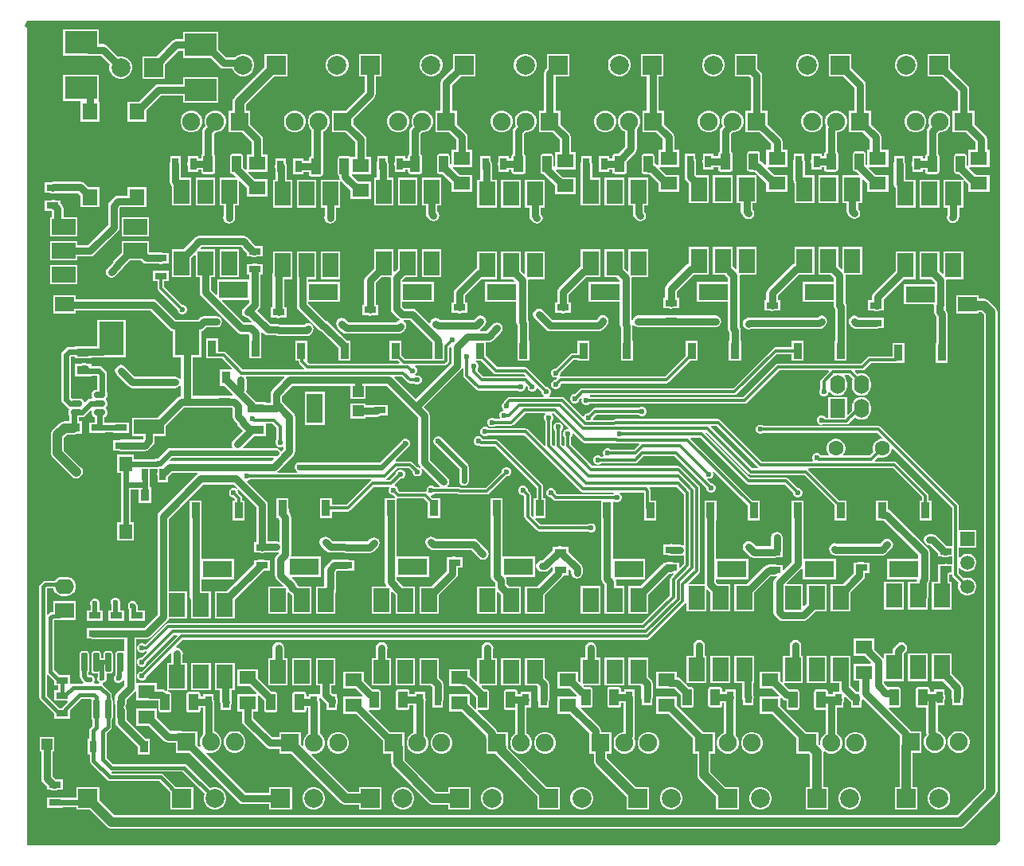
<source format=gtl>
G04*
G04 #@! TF.GenerationSoftware,Altium Limited,Altium Designer,22.7.1 (60)*
G04*
G04 Layer_Physical_Order=1*
G04 Layer_Color=255*
%FSLAX44Y44*%
%MOMM*%
G71*
G04*
G04 #@! TF.SameCoordinates,58864457-2C57-4B72-ACF9-2A768CBF14AA*
G04*
G04*
G04 #@! TF.FilePolarity,Positive*
G04*
G01*
G75*
G04:AMPARAMS|DCode=17|XSize=1.97mm|YSize=0.6mm|CornerRadius=0.075mm|HoleSize=0mm|Usage=FLASHONLY|Rotation=270.000|XOffset=0mm|YOffset=0mm|HoleType=Round|Shape=RoundedRectangle|*
%AMROUNDEDRECTD17*
21,1,1.9700,0.4500,0,0,270.0*
21,1,1.8200,0.6000,0,0,270.0*
1,1,0.1500,-0.2250,-0.9100*
1,1,0.1500,-0.2250,0.9100*
1,1,0.1500,0.2250,0.9100*
1,1,0.1500,0.2250,-0.9100*
%
%ADD17ROUNDEDRECTD17*%
%ADD18R,1.3000X0.7000*%
%ADD19R,0.8800X1.7600*%
%ADD20R,3.1400X1.7600*%
G04:AMPARAMS|DCode=21|XSize=1.09mm|YSize=1.77mm|CornerRadius=0.0763mm|HoleSize=0mm|Usage=FLASHONLY|Rotation=0.000|XOffset=0mm|YOffset=0mm|HoleType=Round|Shape=RoundedRectangle|*
%AMROUNDEDRECTD21*
21,1,1.0900,1.6174,0,0,0.0*
21,1,0.9374,1.7700,0,0,0.0*
1,1,0.1526,0.4687,-0.8087*
1,1,0.1526,-0.4687,-0.8087*
1,1,0.1526,-0.4687,0.8087*
1,1,0.1526,0.4687,0.8087*
%
%ADD21ROUNDEDRECTD21*%
G04:AMPARAMS|DCode=22|XSize=0.94mm|YSize=1.77mm|CornerRadius=0.0658mm|HoleSize=0mm|Usage=FLASHONLY|Rotation=0.000|XOffset=0mm|YOffset=0mm|HoleType=Round|Shape=RoundedRectangle|*
%AMROUNDEDRECTD22*
21,1,0.9400,1.6384,0,0,0.0*
21,1,0.8084,1.7700,0,0,0.0*
1,1,0.1316,0.4042,-0.8192*
1,1,0.1316,-0.4042,-0.8192*
1,1,0.1316,-0.4042,0.8192*
1,1,0.1316,0.4042,0.8192*
%
%ADD22ROUNDEDRECTD22*%
%ADD23R,3.3700X2.3700*%
%ADD24R,1.8200X1.4400*%
%ADD25R,1.7000X2.5000*%
%ADD26R,2.5000X1.7000*%
%ADD27R,0.7000X1.3000*%
%ADD28R,1.6500X1.7000*%
%ADD29R,1.2000X1.2000*%
%ADD30R,1.1800X1.1700*%
G04:AMPARAMS|DCode=31|XSize=1.22mm|YSize=0.6mm|CornerRadius=0.15mm|HoleSize=0mm|Usage=FLASHONLY|Rotation=0.000|XOffset=0mm|YOffset=0mm|HoleType=Round|Shape=RoundedRectangle|*
%AMROUNDEDRECTD31*
21,1,1.2200,0.3000,0,0,0.0*
21,1,0.9200,0.6000,0,0,0.0*
1,1,0.3000,0.4600,-0.1500*
1,1,0.3000,-0.4600,-0.1500*
1,1,0.3000,-0.4600,0.1500*
1,1,0.3000,0.4600,0.1500*
%
%ADD31ROUNDEDRECTD31*%
%ADD32R,1.3000X0.9000*%
%ADD33R,2.6500X3.6000*%
%ADD34R,3.2000X1.6000*%
%ADD35R,1.7600X3.1400*%
%ADD36R,1.7600X0.8800*%
%ADD37R,0.9000X1.3000*%
%ADD38R,1.4000X1.6000*%
%ADD39C,1.0000*%
%ADD74C,0.3000*%
%ADD75C,0.8000*%
%ADD76C,0.6000*%
%ADD77C,0.4000*%
%ADD78C,0.5000*%
%ADD79R,2.0000X1.6000*%
%ADD80O,2.0000X1.6000*%
%ADD81R,2.0000X2.0000*%
%ADD82C,2.0000*%
%ADD83C,1.9100*%
%ADD84R,1.9100X1.9100*%
%ADD85C,1.5000*%
%ADD86R,1.5000X1.5000*%
%ADD87C,1.6000*%
%ADD88R,1.6000X2.0000*%
%ADD89O,1.6000X2.0000*%
%ADD90C,0.6000*%
G36*
X1035000Y5000D02*
X1030000Y0D01*
X0D01*
Y870000D01*
X-2500Y872500D01*
X0Y877500D01*
X1035000D01*
Y5000D01*
D02*
G37*
%LPC*%
G36*
X936580Y842000D02*
X933420D01*
X930368Y841182D01*
X927632Y839602D01*
X925398Y837368D01*
X923818Y834632D01*
X923000Y831580D01*
Y828420D01*
X923818Y825368D01*
X925398Y822632D01*
X927632Y820398D01*
X930368Y818818D01*
X933420Y818000D01*
X936580D01*
X939632Y818818D01*
X942368Y820398D01*
X944602Y822632D01*
X946182Y825368D01*
X947000Y828420D01*
Y831580D01*
X946182Y834632D01*
X944602Y837368D01*
X942368Y839602D01*
X939632Y841182D01*
X936580Y842000D01*
D02*
G37*
G36*
X831580D02*
X828420D01*
X825368Y841182D01*
X822632Y839602D01*
X820398Y837368D01*
X818818Y834632D01*
X818000Y831580D01*
Y828420D01*
X818818Y825368D01*
X820398Y822632D01*
X822632Y820398D01*
X825368Y818818D01*
X828420Y818000D01*
X831580D01*
X834632Y818818D01*
X837368Y820398D01*
X839602Y822632D01*
X841182Y825368D01*
X842000Y828420D01*
Y831580D01*
X841182Y834632D01*
X839602Y837368D01*
X837368Y839602D01*
X834632Y841182D01*
X831580Y842000D01*
D02*
G37*
G36*
X731580D02*
X728420D01*
X725368Y841182D01*
X722632Y839602D01*
X720398Y837368D01*
X718818Y834632D01*
X718000Y831580D01*
Y828420D01*
X718818Y825368D01*
X720398Y822632D01*
X722632Y820398D01*
X725368Y818818D01*
X728420Y818000D01*
X731580D01*
X734632Y818818D01*
X737368Y820398D01*
X739602Y822632D01*
X741182Y825368D01*
X742000Y828420D01*
Y831580D01*
X741182Y834632D01*
X739602Y837368D01*
X737368Y839602D01*
X734632Y841182D01*
X731580Y842000D01*
D02*
G37*
G36*
X631580D02*
X628420D01*
X625368Y841182D01*
X622632Y839602D01*
X620398Y837368D01*
X618818Y834632D01*
X618000Y831580D01*
Y828420D01*
X618818Y825368D01*
X620398Y822632D01*
X622632Y820398D01*
X625368Y818818D01*
X628420Y818000D01*
X631580D01*
X634632Y818818D01*
X637368Y820398D01*
X639602Y822632D01*
X641182Y825368D01*
X642000Y828420D01*
Y831580D01*
X641182Y834632D01*
X639602Y837368D01*
X637368Y839602D01*
X634632Y841182D01*
X631580Y842000D01*
D02*
G37*
G36*
X531580D02*
X528420D01*
X525368Y841182D01*
X522632Y839602D01*
X520398Y837368D01*
X518818Y834632D01*
X518000Y831580D01*
Y828420D01*
X518818Y825368D01*
X520398Y822632D01*
X522632Y820398D01*
X525368Y818818D01*
X528420Y818000D01*
X531580D01*
X534632Y818818D01*
X537368Y820398D01*
X539602Y822632D01*
X541182Y825368D01*
X542000Y828420D01*
Y831580D01*
X541182Y834632D01*
X539602Y837368D01*
X537368Y839602D01*
X534632Y841182D01*
X531580Y842000D01*
D02*
G37*
G36*
X431580D02*
X428420D01*
X425368Y841182D01*
X422632Y839602D01*
X420398Y837368D01*
X418818Y834632D01*
X418000Y831580D01*
Y828420D01*
X418818Y825368D01*
X420398Y822632D01*
X422632Y820398D01*
X425368Y818818D01*
X428420Y818000D01*
X431580D01*
X434632Y818818D01*
X437368Y820398D01*
X439602Y822632D01*
X441182Y825368D01*
X442000Y828420D01*
Y831580D01*
X441182Y834632D01*
X439602Y837368D01*
X437368Y839602D01*
X434632Y841182D01*
X431580Y842000D01*
D02*
G37*
G36*
X331580D02*
X328420D01*
X325368Y841182D01*
X322632Y839602D01*
X320398Y837368D01*
X318818Y834632D01*
X318000Y831580D01*
Y828420D01*
X318818Y825368D01*
X320398Y822632D01*
X322632Y820398D01*
X325368Y818818D01*
X328420Y818000D01*
X331580D01*
X334632Y818818D01*
X337368Y820398D01*
X339602Y822632D01*
X341182Y825368D01*
X342000Y828420D01*
Y831580D01*
X341182Y834632D01*
X339602Y837368D01*
X337368Y839602D01*
X334632Y841182D01*
X331580Y842000D01*
D02*
G37*
G36*
X203850Y865400D02*
X166150D01*
Y857667D01*
X159050D01*
X156709Y857202D01*
X154724Y855876D01*
X138349Y839500D01*
X123000D01*
Y815500D01*
X147000D01*
Y830848D01*
X161584Y845432D01*
X166150D01*
Y837700D01*
X195198D01*
X204928Y827970D01*
X206913Y826644D01*
X209254Y826179D01*
X218601D01*
X218818Y825368D01*
X220398Y822632D01*
X222632Y820398D01*
X225368Y818818D01*
X228420Y818000D01*
X231580D01*
X234632Y818818D01*
X237368Y820398D01*
X239602Y822632D01*
X241182Y825368D01*
X242000Y828420D01*
Y831580D01*
X241182Y834632D01*
X239602Y837368D01*
X237368Y839602D01*
X234632Y841182D01*
X231580Y842000D01*
X228420D01*
X225368Y841182D01*
X222632Y839602D01*
X221443Y838414D01*
X211788D01*
X203850Y846351D01*
Y865400D01*
D02*
G37*
G36*
X76350Y867900D02*
X38650D01*
Y840200D01*
X64759D01*
X65350Y840082D01*
X78714D01*
X88322Y830475D01*
X87948Y829080D01*
Y825920D01*
X88766Y822868D01*
X90346Y820132D01*
X92580Y817898D01*
X95316Y816318D01*
X98368Y815500D01*
X101528D01*
X104580Y816318D01*
X107316Y817898D01*
X109550Y820132D01*
X111130Y822868D01*
X111948Y825920D01*
Y829080D01*
X111130Y832132D01*
X109550Y834868D01*
X107316Y837102D01*
X104580Y838682D01*
X101528Y839500D01*
X98368D01*
X96973Y839126D01*
X85574Y850526D01*
X83589Y851852D01*
X81248Y852318D01*
X76350D01*
Y867900D01*
D02*
G37*
G36*
X203850Y817300D02*
X166150D01*
Y809567D01*
X140200D01*
X137859Y809102D01*
X135874Y807776D01*
X119099Y791000D01*
X107250D01*
Y770000D01*
X127750D01*
Y782348D01*
X142734Y797333D01*
X166150D01*
Y789600D01*
X203850D01*
Y817300D01*
D02*
G37*
G36*
X76350Y819800D02*
X38650D01*
Y792100D01*
X56840D01*
X57250Y791000D01*
X57250D01*
Y770000D01*
X77750D01*
Y791000D01*
X76760D01*
X76350Y792100D01*
X76350D01*
Y797509D01*
X76467Y798100D01*
X76350Y798691D01*
Y819800D01*
D02*
G37*
G36*
X946521Y781550D02*
X943479D01*
X940542Y780763D01*
X937908Y779242D01*
X935758Y777092D01*
X934237Y774458D01*
X933450Y771521D01*
Y768479D01*
X934237Y765542D01*
X935758Y762908D01*
X937908Y760758D01*
X940542Y759237D01*
X943479Y758450D01*
X946521D01*
X949458Y759237D01*
X952092Y760758D01*
X954242Y762908D01*
X955763Y765542D01*
X956550Y768479D01*
Y771521D01*
X955763Y774458D01*
X954242Y777092D01*
X952092Y779242D01*
X949458Y780763D01*
X946521Y781550D01*
D02*
G37*
G36*
X836521D02*
X833479D01*
X830542Y780763D01*
X827908Y779242D01*
X825758Y777092D01*
X824237Y774458D01*
X823450Y771521D01*
Y768479D01*
X824237Y765542D01*
X825758Y762908D01*
X827908Y760758D01*
X830542Y759237D01*
X833479Y758450D01*
X836521D01*
X839458Y759237D01*
X842092Y760758D01*
X844242Y762908D01*
X845763Y765542D01*
X846550Y768479D01*
Y771521D01*
X845763Y774458D01*
X844242Y777092D01*
X842092Y779242D01*
X839458Y780763D01*
X836521Y781550D01*
D02*
G37*
G36*
X726521D02*
X723479D01*
X720542Y780763D01*
X717908Y779242D01*
X715758Y777092D01*
X714237Y774458D01*
X713450Y771521D01*
Y768479D01*
X714237Y765542D01*
X715758Y762908D01*
X717908Y760758D01*
X720542Y759237D01*
X723479Y758450D01*
X726521D01*
X729458Y759237D01*
X732092Y760758D01*
X734242Y762908D01*
X735763Y765542D01*
X736550Y768479D01*
Y771521D01*
X735763Y774458D01*
X734242Y777092D01*
X732092Y779242D01*
X729458Y780763D01*
X726521Y781550D01*
D02*
G37*
G36*
X616521D02*
X613479D01*
X610542Y780763D01*
X607908Y779242D01*
X605758Y777092D01*
X604237Y774458D01*
X603450Y771521D01*
Y768479D01*
X604237Y765542D01*
X605758Y762908D01*
X607908Y760758D01*
X610542Y759237D01*
X613479Y758450D01*
X616521D01*
X619458Y759237D01*
X622092Y760758D01*
X624242Y762908D01*
X625763Y765542D01*
X626550Y768479D01*
Y771521D01*
X625763Y774458D01*
X624242Y777092D01*
X622092Y779242D01*
X619458Y780763D01*
X616521Y781550D01*
D02*
G37*
G36*
X506521D02*
X503479D01*
X500542Y780763D01*
X497908Y779242D01*
X495758Y777092D01*
X494237Y774458D01*
X493450Y771521D01*
Y768479D01*
X494237Y765542D01*
X495758Y762908D01*
X497908Y760758D01*
X500542Y759237D01*
X503479Y758450D01*
X506521D01*
X509458Y759237D01*
X512092Y760758D01*
X514242Y762908D01*
X515763Y765542D01*
X516550Y768479D01*
Y771521D01*
X515763Y774458D01*
X514242Y777092D01*
X512092Y779242D01*
X509458Y780763D01*
X506521Y781550D01*
D02*
G37*
G36*
X396521D02*
X393479D01*
X390542Y780763D01*
X387908Y779242D01*
X385758Y777092D01*
X384237Y774458D01*
X383450Y771521D01*
Y768479D01*
X384237Y765542D01*
X385758Y762908D01*
X387908Y760758D01*
X390542Y759237D01*
X393479Y758450D01*
X396521D01*
X399458Y759237D01*
X402092Y760758D01*
X404242Y762908D01*
X405763Y765542D01*
X406550Y768479D01*
Y771521D01*
X405763Y774458D01*
X404242Y777092D01*
X402092Y779242D01*
X399458Y780763D01*
X396521Y781550D01*
D02*
G37*
G36*
X286521D02*
X283479D01*
X280542Y780763D01*
X277908Y779242D01*
X275758Y777092D01*
X274237Y774458D01*
X273450Y771521D01*
Y768479D01*
X274237Y765542D01*
X275758Y762908D01*
X277908Y760758D01*
X280542Y759237D01*
X283479Y758450D01*
X286521D01*
X289458Y759237D01*
X292092Y760758D01*
X294242Y762908D01*
X295763Y765542D01*
X296550Y768479D01*
Y771521D01*
X295763Y774458D01*
X294242Y777092D01*
X292092Y779242D01*
X289458Y780763D01*
X286521Y781550D01*
D02*
G37*
G36*
X176521D02*
X173479D01*
X170542Y780763D01*
X167908Y779242D01*
X165758Y777092D01*
X164237Y774458D01*
X163450Y771521D01*
Y768479D01*
X164237Y765542D01*
X165758Y762908D01*
X167908Y760758D01*
X170542Y759237D01*
X173479Y758450D01*
X176521D01*
X179458Y759237D01*
X182092Y760758D01*
X184242Y762908D01*
X185763Y765542D01*
X186550Y768479D01*
Y771521D01*
X185763Y774458D01*
X184242Y777092D01*
X182092Y779242D01*
X179458Y780763D01*
X176521Y781550D01*
D02*
G37*
G36*
X862021D02*
X858979D01*
X856042Y780763D01*
X853408Y779242D01*
X851258Y777092D01*
X849737Y774458D01*
X848950Y771521D01*
Y768479D01*
X849737Y765542D01*
X850139Y764847D01*
X849698Y764187D01*
X849232Y761846D01*
Y737954D01*
X848671Y737579D01*
X848060Y736665D01*
X847846Y735587D01*
Y733617D01*
X845500D01*
Y736000D01*
X834500D01*
Y730068D01*
X834348Y729841D01*
X833883Y727500D01*
X834348Y725159D01*
X834500Y724932D01*
Y719000D01*
X845500D01*
Y721383D01*
X847846D01*
Y719413D01*
X848060Y718335D01*
X848671Y717421D01*
X849585Y716810D01*
X850663Y716596D01*
X860037D01*
X861115Y716810D01*
X862029Y717421D01*
X862640Y718335D01*
X862854Y719413D01*
Y735587D01*
X862640Y736665D01*
X862029Y737579D01*
X861468Y737954D01*
Y758450D01*
X862021D01*
X864958Y759237D01*
X867592Y760758D01*
X869742Y762908D01*
X871263Y765542D01*
X872050Y768479D01*
Y771521D01*
X871263Y774458D01*
X869742Y777092D01*
X867592Y779242D01*
X864958Y780763D01*
X862021Y781550D01*
D02*
G37*
G36*
X752021D02*
X748979D01*
X746042Y780763D01*
X743408Y779242D01*
X741258Y777092D01*
X739737Y774458D01*
X738950Y771521D01*
Y768479D01*
X739737Y765542D01*
X739978Y765125D01*
X738524Y763672D01*
X737198Y761687D01*
X736732Y759346D01*
Y737954D01*
X736171Y737579D01*
X735560Y736665D01*
X735346Y735587D01*
Y733617D01*
X730000D01*
Y736000D01*
X719000D01*
Y730068D01*
X718848Y729841D01*
X718382Y727500D01*
X718848Y725159D01*
X719000Y724932D01*
Y719000D01*
X730000D01*
Y721383D01*
X735346D01*
Y719413D01*
X735560Y718335D01*
X736171Y717421D01*
X737085Y716810D01*
X738163Y716596D01*
X747537D01*
X748615Y716810D01*
X749529Y717421D01*
X750140Y718335D01*
X750354Y719413D01*
Y735587D01*
X750140Y736665D01*
X749529Y737579D01*
X748968Y737954D01*
Y756812D01*
X750605Y758450D01*
X752021D01*
X754958Y759237D01*
X757592Y760758D01*
X759742Y762908D01*
X761263Y765542D01*
X762050Y768479D01*
Y771521D01*
X761263Y774458D01*
X759742Y777092D01*
X757592Y779242D01*
X754958Y780763D01*
X752021Y781550D01*
D02*
G37*
G36*
X377052Y842000D02*
X353052D01*
Y818000D01*
X358934D01*
Y801586D01*
X338899Y781550D01*
X324450D01*
Y758450D01*
X338899D01*
X348882Y748466D01*
Y732560D01*
X343900D01*
X342836Y733057D01*
X342629Y733196D01*
X341592Y733402D01*
X333508D01*
X332471Y733196D01*
X331592Y732608D01*
X331004Y731729D01*
X330798Y730692D01*
Y714308D01*
X331004Y713271D01*
X331592Y712392D01*
X332132Y712030D01*
Y711490D01*
X332598Y709149D01*
X332785Y708870D01*
X332106Y707600D01*
X312400D01*
Y678600D01*
X316782D01*
Y669511D01*
X316383Y667500D01*
X316848Y665159D01*
X318174Y663174D01*
X320159Y661848D01*
X322500Y661383D01*
X324841Y661848D01*
X326826Y663174D01*
X327226Y663574D01*
X328552Y665559D01*
X329017Y667900D01*
Y678600D01*
X333400D01*
Y705892D01*
X334670Y706419D01*
X343900Y697188D01*
Y687440D01*
X366100D01*
Y705840D01*
X352551D01*
X345502Y712890D01*
X346028Y714160D01*
X366100D01*
Y732560D01*
X361118D01*
Y751000D01*
X360652Y753341D01*
X359326Y755326D01*
X347550Y767102D01*
Y772898D01*
X369378Y794726D01*
X370704Y796711D01*
X371170Y799052D01*
Y818000D01*
X377052D01*
Y842000D01*
D02*
G37*
G36*
X972021Y781550D02*
X968979D01*
X966042Y780763D01*
X963408Y779242D01*
X961258Y777092D01*
X959737Y774458D01*
X958950Y771521D01*
Y768479D01*
X959737Y765542D01*
X959978Y765125D01*
X958524Y763672D01*
X957198Y761687D01*
X956732Y759346D01*
Y735454D01*
X956171Y735079D01*
X955560Y734165D01*
X955346Y733087D01*
Y731117D01*
X952500D01*
Y733500D01*
X941500D01*
Y727568D01*
X941348Y727341D01*
X940882Y725000D01*
X941348Y722659D01*
X941500Y722432D01*
Y716500D01*
X952500D01*
Y718883D01*
X955346D01*
Y716913D01*
X955560Y715835D01*
X956171Y714921D01*
X957085Y714310D01*
X958163Y714096D01*
X967537D01*
X968615Y714310D01*
X969529Y714921D01*
X970140Y715835D01*
X970354Y716913D01*
Y733087D01*
X970140Y734165D01*
X969529Y735079D01*
X968968Y735454D01*
Y756812D01*
X970605Y758450D01*
X972021D01*
X974958Y759237D01*
X977592Y760758D01*
X979742Y762908D01*
X981263Y765542D01*
X982050Y768479D01*
Y771521D01*
X981263Y774458D01*
X979742Y777092D01*
X977592Y779242D01*
X974958Y780763D01*
X972021Y781550D01*
D02*
G37*
G36*
X642021D02*
X638979D01*
X636042Y780763D01*
X633408Y779242D01*
X631258Y777092D01*
X629737Y774458D01*
X628950Y771521D01*
Y768479D01*
X629737Y765542D01*
X631258Y762908D01*
X633408Y760758D01*
X636042Y759237D01*
X636382Y759146D01*
Y743084D01*
X629203Y735904D01*
X625663D01*
X624585Y735690D01*
X623671Y735079D01*
X623060Y734165D01*
X622846Y733087D01*
Y731117D01*
X619500D01*
Y733500D01*
X608500D01*
Y727568D01*
X608348Y727341D01*
X607882Y725000D01*
X608348Y722659D01*
X608500Y722432D01*
Y716500D01*
X619500D01*
Y718883D01*
X622846D01*
Y716913D01*
X623060Y715835D01*
X623671Y714921D01*
X624585Y714310D01*
X625663Y714096D01*
X635037D01*
X636115Y714310D01*
X637029Y714921D01*
X637640Y715835D01*
X637854Y716913D01*
Y727253D01*
X646826Y736224D01*
X648152Y738209D01*
X648617Y740550D01*
Y761783D01*
X649742Y762908D01*
X651263Y765542D01*
X652050Y768479D01*
Y771521D01*
X651263Y774458D01*
X649742Y777092D01*
X647592Y779242D01*
X644958Y780763D01*
X642021Y781550D01*
D02*
G37*
G36*
X532021D02*
X528979D01*
X526042Y780763D01*
X523408Y779242D01*
X521258Y777092D01*
X519737Y774458D01*
X518950Y771521D01*
Y768479D01*
X519737Y765542D01*
X519978Y765125D01*
X518524Y763672D01*
X517198Y761687D01*
X516732Y759346D01*
Y735454D01*
X516171Y735079D01*
X515560Y734165D01*
X515346Y733087D01*
Y731117D01*
X512500D01*
Y733500D01*
X501500D01*
Y727568D01*
X501348Y727341D01*
X500882Y725000D01*
X501348Y722659D01*
X501500Y722432D01*
Y716500D01*
X512500D01*
Y718883D01*
X515346D01*
Y716913D01*
X515560Y715835D01*
X516171Y714921D01*
X517085Y714310D01*
X518163Y714096D01*
X527537D01*
X528615Y714310D01*
X529529Y714921D01*
X530140Y715835D01*
X530354Y716913D01*
Y733087D01*
X530140Y734165D01*
X529529Y735079D01*
X528968Y735454D01*
Y756812D01*
X530605Y758450D01*
X532021D01*
X534958Y759237D01*
X537592Y760758D01*
X539742Y762908D01*
X541263Y765542D01*
X542050Y768479D01*
Y771521D01*
X541263Y774458D01*
X539742Y777092D01*
X537592Y779242D01*
X534958Y780763D01*
X532021Y781550D01*
D02*
G37*
G36*
X422021D02*
X418979D01*
X416042Y780763D01*
X413408Y779242D01*
X411258Y777092D01*
X409737Y774458D01*
X408950Y771521D01*
Y768479D01*
X409737Y765542D01*
X409978Y765125D01*
X408524Y763672D01*
X407198Y761687D01*
X406732Y759346D01*
Y735454D01*
X406171Y735079D01*
X405560Y734165D01*
X405346Y733087D01*
Y731117D01*
X402500D01*
Y733500D01*
X391500D01*
Y727568D01*
X391348Y727341D01*
X390882Y725000D01*
X391348Y722659D01*
X391500Y722432D01*
Y716500D01*
X402500D01*
Y718883D01*
X405346D01*
Y716913D01*
X405560Y715835D01*
X406171Y714921D01*
X407085Y714310D01*
X408163Y714096D01*
X417537D01*
X418615Y714310D01*
X419529Y714921D01*
X420140Y715835D01*
X420354Y716913D01*
Y733087D01*
X420140Y734165D01*
X419529Y735079D01*
X418968Y735454D01*
Y756812D01*
X420605Y758450D01*
X422021D01*
X424958Y759237D01*
X427592Y760758D01*
X429742Y762908D01*
X431263Y765542D01*
X432050Y768479D01*
Y771521D01*
X431263Y774458D01*
X429742Y777092D01*
X427592Y779242D01*
X424958Y780763D01*
X422021Y781550D01*
D02*
G37*
G36*
X202021D02*
X198979D01*
X196042Y780763D01*
X193408Y779242D01*
X191258Y777092D01*
X189737Y774458D01*
X188950Y771521D01*
Y768479D01*
X189737Y765542D01*
X189978Y765125D01*
X188524Y763672D01*
X187198Y761687D01*
X186733Y759346D01*
Y735454D01*
X186171Y735079D01*
X185560Y734165D01*
X185346Y733087D01*
Y731117D01*
X182500D01*
Y733500D01*
X171500D01*
Y727568D01*
X171348Y727341D01*
X170882Y725000D01*
X171348Y722659D01*
X171500Y722432D01*
Y716500D01*
X182500D01*
Y718883D01*
X185346D01*
Y716913D01*
X185560Y715835D01*
X186171Y714921D01*
X187085Y714310D01*
X188163Y714096D01*
X197537D01*
X198615Y714310D01*
X199529Y714921D01*
X200140Y715835D01*
X200354Y716913D01*
Y733087D01*
X200140Y734165D01*
X199529Y735079D01*
X198967Y735454D01*
Y756812D01*
X200605Y758450D01*
X202021D01*
X204958Y759237D01*
X207592Y760758D01*
X209742Y762908D01*
X211263Y765542D01*
X212050Y768479D01*
Y771521D01*
X211263Y774458D01*
X209742Y777092D01*
X207592Y779242D01*
X204958Y780763D01*
X202021Y781550D01*
D02*
G37*
G36*
X312021D02*
X308979D01*
X306042Y780763D01*
X303408Y779242D01*
X301258Y777092D01*
X299737Y774458D01*
X298950Y771521D01*
Y768479D01*
X299737Y765542D01*
X301258Y762908D01*
X302832Y761333D01*
Y733404D01*
X302813D01*
X301735Y733190D01*
X300821Y732579D01*
X300210Y731665D01*
X299996Y730587D01*
Y728617D01*
X294500D01*
Y731000D01*
X283500D01*
Y725068D01*
X283348Y724841D01*
X282882Y722500D01*
X283348Y720159D01*
X283500Y719932D01*
Y714000D01*
X294500D01*
Y716383D01*
X299996D01*
Y714413D01*
X300210Y713335D01*
X300821Y712421D01*
X301735Y711810D01*
X302813Y711596D01*
X312187D01*
X313265Y711810D01*
X314179Y712421D01*
X314790Y713335D01*
X315004Y714413D01*
Y723631D01*
X315068Y723950D01*
Y759300D01*
X317592Y760758D01*
X319742Y762908D01*
X321263Y765542D01*
X322050Y768479D01*
Y771521D01*
X321263Y774458D01*
X319742Y777092D01*
X317592Y779242D01*
X314958Y780763D01*
X312021Y781550D01*
D02*
G37*
G36*
X877052Y842000D02*
X853052D01*
Y818000D01*
X868400D01*
X879883Y806518D01*
Y781550D01*
X874450D01*
Y758450D01*
X888898D01*
X896383Y750966D01*
Y740060D01*
X893900D01*
Y724644D01*
X892630Y724007D01*
X892217Y724315D01*
Y726800D01*
X892152Y727129D01*
Y735692D01*
X891946Y736729D01*
X891358Y737608D01*
X890479Y738196D01*
X889442Y738402D01*
X881358D01*
X880321Y738196D01*
X879442Y737608D01*
X878854Y736729D01*
X878648Y735692D01*
Y719308D01*
X878854Y718271D01*
X879442Y717392D01*
X880321Y716804D01*
X881358Y716598D01*
X881991D01*
X884815Y713773D01*
X884329Y712600D01*
X867400D01*
Y683600D01*
X871783D01*
Y674600D01*
X872248Y672259D01*
X873574Y670274D01*
X875674Y668174D01*
X877659Y666848D01*
X880000Y666383D01*
X882341Y666848D01*
X884326Y668174D01*
X885652Y670159D01*
X886117Y672500D01*
X885652Y674841D01*
X884326Y676826D01*
X884017Y677134D01*
Y683600D01*
X888400D01*
Y708529D01*
X889573Y709015D01*
X893900Y704688D01*
Y694940D01*
X916100D01*
Y713340D01*
X902551D01*
X895405Y720487D01*
X895891Y721660D01*
X916100D01*
Y740060D01*
X908617D01*
Y753500D01*
X908152Y755841D01*
X906826Y757826D01*
X897550Y767102D01*
Y781550D01*
X892117D01*
Y809052D01*
X891652Y811393D01*
X890326Y813378D01*
X877052Y826652D01*
Y842000D01*
D02*
G37*
G36*
X477052D02*
X453052D01*
Y826652D01*
X441674Y815274D01*
X440348Y813289D01*
X439883Y810948D01*
Y781550D01*
X434450D01*
Y758450D01*
X448899D01*
X456382Y750966D01*
Y740060D01*
X451400D01*
Y724517D01*
X450130Y723886D01*
X449652Y724250D01*
Y733192D01*
X449446Y734229D01*
X448858Y735108D01*
X447979Y735696D01*
X446942Y735902D01*
X438858D01*
X437821Y735696D01*
X436942Y735108D01*
X436354Y734229D01*
X436148Y733192D01*
Y716808D01*
X436354Y715771D01*
X436942Y714892D01*
X437821Y714304D01*
X438858Y714098D01*
X441991D01*
X451400Y704688D01*
Y694940D01*
X473600D01*
Y713340D01*
X460051D01*
X452905Y720487D01*
X453391Y721660D01*
X473600D01*
Y740060D01*
X468618D01*
Y753500D01*
X468152Y755841D01*
X466826Y757826D01*
X457550Y767102D01*
Y781550D01*
X452118D01*
Y808414D01*
X461703Y818000D01*
X477052D01*
Y842000D01*
D02*
G37*
G36*
X777052D02*
X753052D01*
Y818000D01*
X768400D01*
X769883Y816518D01*
Y781550D01*
X764450D01*
Y758450D01*
X778898D01*
X791383Y745966D01*
Y740060D01*
X786400D01*
Y723651D01*
X785227Y723165D01*
X781416Y726976D01*
X779652Y728154D01*
Y735692D01*
X779446Y736729D01*
X778858Y737608D01*
X777979Y738196D01*
X776942Y738402D01*
X768858D01*
X767821Y738196D01*
X766942Y737608D01*
X766354Y736729D01*
X766148Y735692D01*
Y719308D01*
X766354Y718271D01*
X766942Y717392D01*
X767821Y716804D01*
X768858Y716598D01*
X773271D01*
X773600Y716533D01*
X774556D01*
X786400Y704688D01*
Y694940D01*
X808600D01*
Y713340D01*
X795051D01*
X787905Y720487D01*
X788391Y721660D01*
X808600D01*
Y740060D01*
X803617D01*
Y748500D01*
X803152Y750841D01*
X801826Y752826D01*
X787550Y767102D01*
Y781550D01*
X782117D01*
Y819052D01*
X781652Y821393D01*
X780326Y823378D01*
X777052Y826652D01*
Y842000D01*
D02*
G37*
G36*
X677052D02*
X653052D01*
Y818000D01*
X659408D01*
Y781550D01*
X654450D01*
Y758450D01*
X668898D01*
X676383Y750966D01*
Y740060D01*
X671400D01*
Y723651D01*
X670227Y723165D01*
X668916Y724476D01*
X667152Y725654D01*
Y733192D01*
X666946Y734229D01*
X666358Y735108D01*
X665479Y735696D01*
X664442Y735902D01*
X656358D01*
X655321Y735696D01*
X654442Y735108D01*
X653854Y734229D01*
X653648Y733192D01*
Y716808D01*
X653854Y715771D01*
X654442Y714892D01*
X655321Y714304D01*
X656358Y714098D01*
X660771D01*
X661100Y714033D01*
X662056D01*
X671400Y704688D01*
Y694940D01*
X693600D01*
Y713340D01*
X680051D01*
X672905Y720487D01*
X673391Y721660D01*
X693600D01*
Y740060D01*
X688617D01*
Y753500D01*
X688152Y755841D01*
X686826Y757826D01*
X677550Y767102D01*
Y781550D01*
X671644D01*
Y818000D01*
X677052D01*
Y842000D01*
D02*
G37*
G36*
X982052D02*
X958052D01*
Y818000D01*
X973400D01*
X989882Y801518D01*
Y781550D01*
X984450D01*
Y758450D01*
X998898D01*
X1008883Y748466D01*
Y740060D01*
X1001400D01*
Y723738D01*
X1000130Y723096D01*
X999652Y723448D01*
Y733192D01*
X999446Y734229D01*
X998858Y735108D01*
X997979Y735696D01*
X996942Y735902D01*
X988858D01*
X987821Y735696D01*
X986942Y735108D01*
X986354Y734229D01*
X986148Y733192D01*
Y716808D01*
X986354Y715771D01*
X986942Y714892D01*
X987821Y714304D01*
X988858Y714098D01*
X991001D01*
X996461Y708638D01*
X995702Y707600D01*
X994712Y707600D01*
X974900D01*
Y678600D01*
X979283D01*
Y671117D01*
X978886Y670524D01*
X978420Y668183D01*
X978886Y665842D01*
X980212Y663857D01*
X982197Y662531D01*
X984538Y662065D01*
X986879Y662531D01*
X988864Y663857D01*
X989726Y664719D01*
X991052Y666704D01*
X991517Y669045D01*
Y678600D01*
X995900D01*
Y706347D01*
X995900Y707402D01*
X996938Y708161D01*
X1001400Y703699D01*
Y694940D01*
X1023600D01*
Y713340D01*
X1009891D01*
X1009300Y713457D01*
X1008944D01*
X1002011Y720390D01*
X1002538Y721660D01*
X1023600D01*
Y740060D01*
X1021117D01*
Y751000D01*
X1020652Y753341D01*
X1019326Y755326D01*
X1007550Y767102D01*
Y781550D01*
X1002117D01*
Y804052D01*
X1001652Y806393D01*
X1000326Y808378D01*
X982052Y826652D01*
Y842000D01*
D02*
G37*
G36*
X577052D02*
X553052D01*
Y826652D01*
X551674Y825274D01*
X550348Y823289D01*
X549883Y820948D01*
Y781550D01*
X544450D01*
Y758450D01*
X558899D01*
X566382Y750966D01*
Y737560D01*
X561400D01*
Y722144D01*
X560130Y721507D01*
X559717Y721815D01*
Y724300D01*
X559652Y724629D01*
Y733192D01*
X559446Y734229D01*
X558858Y735108D01*
X557979Y735696D01*
X556942Y735902D01*
X548858D01*
X547821Y735696D01*
X546942Y735108D01*
X546354Y734229D01*
X546148Y733192D01*
Y716808D01*
X546354Y715771D01*
X546942Y714892D01*
X547821Y714304D01*
X548858Y714098D01*
X549491D01*
X561400Y702188D01*
Y692440D01*
X583600D01*
Y710840D01*
X570051D01*
X562905Y717987D01*
X563391Y719160D01*
X583600D01*
Y737560D01*
X578618D01*
Y753500D01*
X578152Y755841D01*
X576826Y757826D01*
X567550Y767102D01*
Y781550D01*
X562118D01*
Y818000D01*
X577052D01*
Y842000D01*
D02*
G37*
G36*
X277052D02*
X253052D01*
Y827985D01*
X221008Y795940D01*
X219886Y794478D01*
X219180Y792775D01*
X218940Y790948D01*
Y781550D01*
X214450D01*
Y758450D01*
X228899D01*
X238883Y748466D01*
Y735060D01*
X233900D01*
Y718651D01*
X232727Y718165D01*
X229718Y721174D01*
Y724300D01*
X229652Y724629D01*
Y733192D01*
X229446Y734229D01*
X228858Y735108D01*
X227979Y735696D01*
X226942Y735902D01*
X218858D01*
X217821Y735696D01*
X216942Y735108D01*
X216354Y734229D01*
X216148Y733192D01*
Y716808D01*
X216354Y715771D01*
X216942Y714892D01*
X217821Y714304D01*
X218858Y714098D01*
X219491D01*
X222315Y711273D01*
X221829Y710100D01*
X204900D01*
Y681100D01*
X209282D01*
Y669511D01*
X208883Y667500D01*
X209348Y665159D01*
X210674Y663174D01*
X212659Y661848D01*
X215000Y661383D01*
X217341Y661848D01*
X219326Y663174D01*
X219726Y663574D01*
X221052Y665559D01*
X221518Y667900D01*
Y681100D01*
X225900D01*
Y706029D01*
X227073Y706515D01*
X233900Y699688D01*
Y689940D01*
X256100D01*
Y708340D01*
X242551D01*
X235405Y715487D01*
X235891Y716660D01*
X256100D01*
Y735060D01*
X251117D01*
Y751000D01*
X250652Y753341D01*
X249326Y755326D01*
X237550Y767102D01*
Y781550D01*
X233060D01*
Y788024D01*
X263037Y818000D01*
X277052D01*
Y842000D01*
D02*
G37*
G36*
X863000Y712600D02*
X842000D01*
Y683600D01*
X863000D01*
Y712600D01*
D02*
G37*
G36*
X826500Y736000D02*
X815500D01*
Y730068D01*
X815348Y729841D01*
X814883Y727500D01*
Y708200D01*
X815348Y705859D01*
X816600Y703985D01*
Y683600D01*
X837600D01*
Y712600D01*
X827117D01*
Y727500D01*
X826652Y729841D01*
X826500Y730068D01*
Y736000D01*
D02*
G37*
G36*
X750500Y712600D02*
X729500D01*
Y683600D01*
X750500D01*
Y712600D01*
D02*
G37*
G36*
X711000Y736000D02*
X700000D01*
Y730068D01*
X699848Y729841D01*
X699382Y727500D01*
Y711200D01*
X699848Y708859D01*
X701174Y706874D01*
X704100Y703949D01*
Y683600D01*
X725100D01*
Y712600D01*
X712751D01*
X711618Y713734D01*
Y727500D01*
X711152Y729841D01*
X711000Y730068D01*
Y736000D01*
D02*
G37*
G36*
X635500Y710100D02*
X614500D01*
Y681100D01*
X635500D01*
Y710100D01*
D02*
G37*
G36*
X600500Y733500D02*
X589500D01*
Y727568D01*
X589348Y727341D01*
X588882Y725000D01*
Y704200D01*
X589100Y703106D01*
Y681100D01*
X610100D01*
Y710100D01*
X601118D01*
Y725000D01*
X600652Y727341D01*
X600500Y727568D01*
Y733500D01*
D02*
G37*
G36*
X415500Y710100D02*
X394500D01*
Y681100D01*
X415500D01*
Y710100D01*
D02*
G37*
G36*
X383500Y733500D02*
X372500D01*
Y727568D01*
X372348Y727341D01*
X371883Y725000D01*
X372348Y722659D01*
X372383Y722607D01*
Y710100D01*
X369100D01*
Y681100D01*
X390100D01*
Y710100D01*
X384618D01*
Y724500D01*
X384152Y726841D01*
X383500Y727817D01*
Y733500D01*
D02*
G37*
G36*
X200500Y710100D02*
X179500D01*
Y681100D01*
X200500D01*
Y710100D01*
D02*
G37*
G36*
X163500Y733500D02*
X152500D01*
Y727568D01*
X152348Y727341D01*
X151882Y725000D01*
Y706200D01*
X152348Y703859D01*
X153674Y701874D01*
X154100Y701449D01*
Y681100D01*
X175100D01*
Y710100D01*
X164118D01*
Y725000D01*
X163652Y727341D01*
X163500Y727568D01*
Y733500D01*
D02*
G37*
G36*
X57250Y706117D02*
X28000D01*
X25659Y705652D01*
X24683Y705000D01*
X19000D01*
Y694000D01*
X24932D01*
X25159Y693848D01*
X27500Y693382D01*
X29841Y693848D01*
X29892Y693883D01*
X54716D01*
X57250Y691348D01*
Y679000D01*
X77750D01*
Y700000D01*
X65901D01*
X61576Y704326D01*
X59591Y705652D01*
X57250Y706117D01*
D02*
G37*
G36*
X970500Y707600D02*
X949500D01*
Y678600D01*
X970500D01*
Y707600D01*
D02*
G37*
G36*
X933500Y733500D02*
X922500D01*
Y727568D01*
X922348Y727341D01*
X921882Y725000D01*
Y703700D01*
X922348Y701359D01*
X923674Y699374D01*
X924100Y698949D01*
Y678600D01*
X945100D01*
Y707600D01*
X934118D01*
Y725000D01*
X933652Y727341D01*
X933500Y727568D01*
Y733500D01*
D02*
G37*
G36*
X525500Y707600D02*
X504500D01*
Y678600D01*
X525500D01*
Y707600D01*
D02*
G37*
G36*
X493500Y733500D02*
X482500D01*
Y727568D01*
X482348Y727341D01*
X481882Y725000D01*
X482348Y722659D01*
X482382Y722607D01*
Y707600D01*
X479100D01*
Y678600D01*
X500100D01*
Y707600D01*
X494618D01*
Y724500D01*
X494152Y726841D01*
X493500Y727817D01*
Y733500D01*
D02*
G37*
G36*
X308000Y707600D02*
X287000D01*
Y678600D01*
X308000D01*
Y707600D01*
D02*
G37*
G36*
X275500Y731000D02*
X264500D01*
Y725068D01*
X264348Y724841D01*
X263883Y722500D01*
X264348Y720159D01*
X264382Y720107D01*
Y707600D01*
X261600D01*
Y678600D01*
X282600D01*
Y707600D01*
X276618D01*
Y722000D01*
X276152Y724341D01*
X275500Y725317D01*
Y731000D01*
D02*
G37*
G36*
X775900Y712600D02*
X754900D01*
Y683600D01*
X759283D01*
Y674354D01*
X759748Y672013D01*
X761074Y670028D01*
X763251Y667851D01*
X765236Y666525D01*
X767577Y666059D01*
X769918Y666525D01*
X771903Y667851D01*
X773229Y669836D01*
X773695Y672177D01*
X773229Y674518D01*
X771903Y676503D01*
X771517Y676888D01*
Y683600D01*
X775900D01*
Y712600D01*
D02*
G37*
G36*
X660900Y710100D02*
X639900D01*
Y681100D01*
X644283D01*
Y672100D01*
X644748Y669759D01*
X646074Y667774D01*
X648174Y665674D01*
X650159Y664348D01*
X652500Y663883D01*
X654841Y664348D01*
X656826Y665674D01*
X658152Y667659D01*
X658617Y670000D01*
X658152Y672341D01*
X656826Y674326D01*
X656517Y674634D01*
Y681100D01*
X660900D01*
Y710100D01*
D02*
G37*
G36*
X440900D02*
X419900D01*
Y681100D01*
X424282D01*
Y672100D01*
X424748Y669759D01*
X426074Y667774D01*
X428174Y665674D01*
X430159Y664348D01*
X432500Y663883D01*
X434841Y664348D01*
X436826Y665674D01*
X438152Y667659D01*
X438618Y670000D01*
X438152Y672341D01*
X436826Y674326D01*
X436517Y674634D01*
Y681100D01*
X440900D01*
Y710100D01*
D02*
G37*
G36*
X550900Y707600D02*
X529900D01*
Y678600D01*
X534282D01*
Y669600D01*
X534748Y667259D01*
X536074Y665274D01*
X538174Y663174D01*
X540159Y661848D01*
X542500Y661383D01*
X544841Y661848D01*
X546826Y663174D01*
X548152Y665159D01*
X548618Y667500D01*
X548152Y669841D01*
X546826Y671826D01*
X546518Y672134D01*
Y678600D01*
X550900D01*
Y707600D01*
D02*
G37*
G36*
X130100Y668400D02*
X101100D01*
Y647400D01*
X130100D01*
Y668400D01*
D02*
G37*
G36*
X29500Y686618D02*
X27500D01*
X25159Y686152D01*
X24932Y686000D01*
X19000D01*
Y675000D01*
X24932D01*
X25159Y674848D01*
X26783Y674525D01*
Y668400D01*
X24900D01*
Y647400D01*
X53900D01*
Y668400D01*
X39018D01*
Y677100D01*
X38552Y679441D01*
X37226Y681426D01*
X36000Y682652D01*
Y686000D01*
X32068D01*
X31841Y686152D01*
X29500Y686618D01*
D02*
G37*
G36*
X127750Y700000D02*
X107250D01*
Y691117D01*
X97186D01*
X94845Y690652D01*
X92860Y689326D01*
X88174Y684639D01*
X86848Y682655D01*
X86383Y680314D01*
Y660034D01*
X64966Y638618D01*
X53900D01*
Y643000D01*
X24900D01*
Y622000D01*
X53900D01*
Y626382D01*
X67500D01*
X69841Y626848D01*
X71826Y628174D01*
X96826Y653174D01*
X98152Y655159D01*
X98617Y657500D01*
Y677780D01*
X99720Y678883D01*
X113250D01*
X113841Y679000D01*
X127750D01*
Y700000D01*
D02*
G37*
G36*
X230314Y648617D02*
X183615D01*
X181274Y648152D01*
X179289Y646826D01*
X170431Y637968D01*
X170259Y637711D01*
X166448Y633900D01*
X154100D01*
Y604900D01*
X175100D01*
Y625248D01*
X178230Y628378D01*
X179500Y627852D01*
Y604900D01*
X183883D01*
Y588265D01*
X184348Y585924D01*
X185674Y583939D01*
X223939Y545674D01*
X225924Y544348D01*
X228265Y543882D01*
X235780D01*
X236882Y542780D01*
Y539550D01*
X236600D01*
Y517950D01*
X249400D01*
Y539550D01*
X249118D01*
Y545314D01*
X249087Y545465D01*
X250258Y546091D01*
X252174Y544174D01*
X254159Y542848D01*
X256500Y542383D01*
X265107D01*
X265159Y542348D01*
X267500Y541883D01*
X297507D01*
X299848Y542348D01*
X301833Y543674D01*
X303293Y545135D01*
X304619Y547119D01*
X305085Y549461D01*
X304619Y551802D01*
X303293Y553786D01*
X301308Y555112D01*
X298967Y555578D01*
X296626Y555112D01*
X295137Y554118D01*
X269393D01*
X269341Y554152D01*
X267000Y554618D01*
X259034D01*
X244902Y568750D01*
X246826Y570674D01*
X248152Y572659D01*
X248617Y575000D01*
Y607500D01*
X251000D01*
Y618500D01*
X245068D01*
X244841Y618652D01*
X242500Y619118D01*
X240159Y618652D01*
X239932Y618500D01*
X234000D01*
Y607500D01*
X236383D01*
Y602050D01*
X202300D01*
Y586276D01*
X201127Y585790D01*
X196117Y590799D01*
Y604900D01*
X200500D01*
Y633900D01*
X185326D01*
X184840Y635073D01*
X186149Y636382D01*
X227780D01*
X230042Y634120D01*
X230674Y633174D01*
X234000Y629849D01*
Y626500D01*
X237932D01*
X238159Y626348D01*
X240500Y625882D01*
X242500D01*
X244841Y626348D01*
X245068Y626500D01*
X251000D01*
Y637500D01*
X245068D01*
X244841Y637652D01*
X243167Y637985D01*
X239958Y641194D01*
X239326Y642140D01*
X234639Y646826D01*
X232655Y648152D01*
X230314Y648617D01*
D02*
G37*
G36*
X130100Y643000D02*
X101100D01*
Y630652D01*
X97289Y626841D01*
X97032Y626669D01*
X92774Y622411D01*
X91448Y620426D01*
X91367Y620019D01*
X85674Y614326D01*
X84348Y612341D01*
X83883Y610000D01*
X84348Y607659D01*
X85674Y605674D01*
X87659Y604348D01*
X90000Y603882D01*
X92341Y604348D01*
X94326Y605674D01*
X101426Y612774D01*
X102752Y614759D01*
X102833Y615167D01*
X105512Y617846D01*
X105769Y618017D01*
X109752Y622000D01*
X121448D01*
X122774Y620674D01*
X124759Y619348D01*
X127100Y618882D01*
X140107D01*
X140159Y618848D01*
X142500Y618382D01*
X144841Y618848D01*
X145068Y619000D01*
X151000D01*
Y630000D01*
X145317D01*
X144341Y630652D01*
X142000Y631118D01*
X130100D01*
Y643000D01*
D02*
G37*
G36*
X888400Y636400D02*
X867400D01*
Y613311D01*
X866227Y612825D01*
X863000Y616051D01*
Y636400D01*
X842000D01*
Y607400D01*
X854349D01*
X858083Y603666D01*
Y599550D01*
X824800D01*
Y577950D01*
X858083D01*
Y574200D01*
X858548Y571859D01*
X859382Y570610D01*
Y537050D01*
X859100D01*
Y515450D01*
X871900D01*
Y537050D01*
X871618D01*
Y572900D01*
X871152Y575241D01*
X870318Y576490D01*
Y606200D01*
X870274Y606418D01*
X871080Y607400D01*
X888400D01*
Y636400D01*
D02*
G37*
G36*
X775900D02*
X754900D01*
Y613311D01*
X753727Y612825D01*
X750500Y616051D01*
Y636400D01*
X729500D01*
Y607400D01*
X741849D01*
X745583Y603666D01*
Y599550D01*
X712300D01*
Y577950D01*
X745583D01*
Y549200D01*
X746048Y546859D01*
X746882Y545610D01*
Y537050D01*
X746600D01*
Y515450D01*
X759400D01*
Y537050D01*
X759118D01*
Y547900D01*
X758652Y550241D01*
X757818Y551490D01*
Y606200D01*
X757774Y606418D01*
X758580Y607400D01*
X775900D01*
Y636400D01*
D02*
G37*
G36*
X415500Y633900D02*
X394500D01*
Y613551D01*
X391273Y610325D01*
X390100Y610811D01*
Y633900D01*
X369100D01*
Y613551D01*
X360674Y605126D01*
X359348Y603141D01*
X358882Y600800D01*
Y575000D01*
X356500D01*
Y564000D01*
X362432D01*
X362659Y563848D01*
X365000Y563382D01*
X367341Y563848D01*
X367568Y564000D01*
X373500D01*
Y575000D01*
X371118D01*
Y598266D01*
X377752Y604900D01*
X386420D01*
X387226Y603918D01*
X387183Y603700D01*
Y570842D01*
X387648Y568501D01*
X388974Y566516D01*
X394816Y560674D01*
X396311Y559676D01*
X396042Y558328D01*
X395159Y558152D01*
X393174Y556826D01*
X392966Y556618D01*
X342034D01*
X339326Y559326D01*
X337341Y560652D01*
X335000Y561118D01*
X332659Y560652D01*
X330674Y559326D01*
X329348Y557341D01*
X328882Y555000D01*
X329348Y552659D01*
X330674Y550674D01*
X335174Y546174D01*
X337159Y544848D01*
X339500Y544383D01*
X395500D01*
X397841Y544848D01*
X399826Y546174D01*
X401826Y548174D01*
X403152Y550159D01*
X403618Y552500D01*
X403152Y554841D01*
X401826Y556826D01*
X400648Y557612D01*
X401034Y558882D01*
X407466D01*
X431483Y534866D01*
Y526650D01*
X431600Y526059D01*
Y517519D01*
X402528D01*
X398573Y521473D01*
X398400Y521589D01*
Y537050D01*
X385600D01*
Y515450D01*
X394503D01*
X396261Y513692D01*
X395775Y512519D01*
X300028D01*
X298018Y514529D01*
X298400Y515450D01*
X298400D01*
Y537050D01*
X285600D01*
Y515450D01*
X289224D01*
Y514707D01*
X289496Y513342D01*
X290269Y512184D01*
X295115Y507339D01*
X294589Y506069D01*
X229578D01*
X211674Y523973D01*
X210516Y524747D01*
X209150Y525019D01*
X203400D01*
Y539550D01*
X190600D01*
Y517950D01*
X199555D01*
X199900Y517881D01*
X207672D01*
X218284Y507270D01*
X217757Y506000D01*
X217583Y506000D01*
X217583Y506000D01*
X217538Y506000D01*
X205500D01*
Y489000D01*
X209848D01*
X219112Y479737D01*
X218556Y478497D01*
X218500Y478500D01*
Y478500D01*
X201500D01*
Y478117D01*
X176367D01*
Y519000D01*
X185500D01*
Y547131D01*
X186591Y547348D01*
X188576Y548674D01*
X190753Y550851D01*
X201650D01*
X203991Y551317D01*
X205975Y552643D01*
X207302Y554628D01*
X207767Y556969D01*
X207302Y559310D01*
X205975Y561295D01*
X203991Y562621D01*
X201650Y563086D01*
X188219D01*
X185878Y562621D01*
X183893Y561295D01*
X181716Y559118D01*
X179500D01*
X178909Y559000D01*
X161591D01*
X161000Y559118D01*
X158784D01*
X138576Y579326D01*
X136591Y580652D01*
X134250Y581118D01*
X52000D01*
Y585400D01*
X28000D01*
Y565400D01*
X52000D01*
Y568882D01*
X131716D01*
X151924Y548674D01*
X153909Y547348D01*
X155000Y547131D01*
Y519000D01*
X164132D01*
Y495659D01*
X162862Y495274D01*
X161826Y496826D01*
X159841Y498152D01*
X157500Y498618D01*
X115034D01*
X104326Y509326D01*
X102341Y510652D01*
X100000Y511118D01*
X97659Y510652D01*
X95674Y509326D01*
X94348Y507341D01*
X93883Y505000D01*
X94348Y502659D01*
X95674Y500674D01*
X108174Y488174D01*
X110159Y486848D01*
X112500Y486382D01*
X157500D01*
X159841Y486848D01*
X161826Y488174D01*
X162862Y489726D01*
X164132Y489341D01*
Y477945D01*
X162659Y477652D01*
X160674Y476326D01*
X139348Y455000D01*
X112000D01*
Y435000D01*
X123883D01*
Y432720D01*
X122780Y431618D01*
X100000D01*
X97659Y431152D01*
X97432Y431000D01*
X91500D01*
Y420000D01*
X97432D01*
X97659Y419848D01*
X100000Y419383D01*
X125314D01*
X127655Y419848D01*
X129639Y421174D01*
X134326Y425860D01*
X135652Y427845D01*
X136117Y430186D01*
Y435000D01*
X148000D01*
Y446348D01*
X167534Y465882D01*
X201500D01*
Y465500D01*
X209909D01*
X210500Y465382D01*
X218280D01*
X218883Y464780D01*
Y456350D01*
X219348Y454009D01*
X220674Y452024D01*
X223886Y448812D01*
X224172Y447373D01*
X225499Y445389D01*
X229793Y441095D01*
X219524Y430826D01*
X218198Y428841D01*
X217733Y426500D01*
X218198Y424159D01*
X218493Y423718D01*
X217894Y422598D01*
X152500D01*
X150549Y422210D01*
X148895Y421105D01*
X139388Y411598D01*
X138929D01*
X136978Y411210D01*
X136811Y411098D01*
X114000D01*
Y416000D01*
X96000D01*
Y396000D01*
X99902D01*
Y385000D01*
Y344000D01*
X96000D01*
Y324000D01*
X114000D01*
Y344000D01*
X110098D01*
Y378652D01*
X119000D01*
Y364000D01*
X132000D01*
Y381000D01*
X130598D01*
Y386500D01*
X131000D01*
Y400902D01*
X138429D01*
X139000Y400433D01*
Y398091D01*
X138883Y397500D01*
Y397393D01*
X138848Y397341D01*
X138383Y395000D01*
X138848Y392659D01*
X139000Y392432D01*
Y386500D01*
X150000D01*
Y392183D01*
X150127Y392373D01*
X151326Y393174D01*
X154534Y396382D01*
X181466D01*
X181852Y395112D01*
X180674Y394326D01*
X140774Y354426D01*
X139448Y352441D01*
X138982Y350100D01*
Y245741D01*
X124859Y231618D01*
X112500D01*
X112500Y231618D01*
X70000D01*
X67659Y231152D01*
X67432Y231000D01*
X64000D01*
Y226091D01*
X63882Y225500D01*
X64000Y224909D01*
Y220000D01*
X67432D01*
X67659Y219848D01*
X70000Y219382D01*
X103883D01*
Y206959D01*
X102612Y206280D01*
X102373Y206440D01*
X101300Y206654D01*
X96800D01*
X95727Y206440D01*
X94817Y205833D01*
X94210Y204923D01*
X93996Y203850D01*
Y194422D01*
X93962Y194250D01*
Y181033D01*
X93261Y180332D01*
X92500Y178495D01*
Y176505D01*
X93261Y174668D01*
X94668Y173261D01*
X96505Y172500D01*
X98495D01*
X100332Y173261D01*
X101739Y174668D01*
X102500Y176505D01*
X102612Y176511D01*
X103883Y175325D01*
Y170034D01*
X95502Y161654D01*
X94176Y159669D01*
X93710Y157328D01*
Y151100D01*
X93996Y149663D01*
Y144570D01*
X93933Y144250D01*
Y131450D01*
X94398Y129109D01*
X95724Y127124D01*
X118000Y104848D01*
Y96500D01*
X131000D01*
Y113500D01*
X126651D01*
X106168Y133984D01*
Y144250D01*
X105702Y146591D01*
X104867Y147841D01*
X105480Y148759D01*
X105946Y151100D01*
Y154794D01*
X114326Y163174D01*
X115130Y164378D01*
X116400Y163993D01*
Y154160D01*
X130109D01*
X130700Y154043D01*
X140348D01*
Y144308D01*
X140554Y143271D01*
X141142Y142392D01*
X142021Y141804D01*
X143058Y141598D01*
X151142D01*
X152179Y141804D01*
X153058Y142392D01*
X153646Y143271D01*
X153852Y144308D01*
Y160692D01*
X153646Y161729D01*
X153058Y162608D01*
X152179Y163196D01*
X151142Y163402D01*
X149776D01*
X149660Y163630D01*
X150263Y164734D01*
X150440Y164900D01*
X170100D01*
Y193900D01*
X165718D01*
Y203048D01*
X165952Y204228D01*
X165487Y206569D01*
X164160Y208554D01*
X162176Y209880D01*
X159835Y210346D01*
X159652Y210309D01*
X159026Y211480D01*
X166478Y218931D01*
X660000D01*
X661366Y219203D01*
X662523Y219977D01*
X700023Y257477D01*
X700330Y257936D01*
X701600Y257550D01*
Y248600D01*
X722600D01*
Y271553D01*
X723870Y272078D01*
X727000Y268948D01*
Y248600D01*
X748000D01*
Y277600D01*
X735651D01*
X733118Y280134D01*
Y282950D01*
X767700D01*
Y304550D01*
X733118D01*
Y345450D01*
X733400D01*
Y367050D01*
X720600D01*
Y345450D01*
X720882D01*
Y277600D01*
X704306D01*
X703820Y278773D01*
X715023Y289977D01*
X715797Y291134D01*
X716069Y292500D01*
Y380000D01*
X715797Y381366D01*
X715023Y382523D01*
X695023Y402523D01*
X693866Y403297D01*
X692500Y403569D01*
X601478D01*
X578569Y426478D01*
Y433997D01*
X579239Y434668D01*
X580000Y436505D01*
Y438157D01*
X581001Y438738D01*
X581173Y438780D01*
X590887Y429066D01*
X592045Y428293D01*
X593411Y428021D01*
X625466D01*
X625942Y427703D01*
X627308Y427431D01*
X650527D01*
X651013Y426258D01*
X645823Y421069D01*
X621003D01*
X620332Y421739D01*
X618495Y422500D01*
X616505D01*
X614668Y421739D01*
X613261Y420332D01*
X612500Y418495D01*
Y416505D01*
X613190Y414839D01*
X612701Y413569D01*
X611003D01*
X610332Y414239D01*
X608495Y415000D01*
X606505D01*
X604668Y414239D01*
X603261Y412832D01*
X602500Y410995D01*
Y409005D01*
X603261Y407168D01*
X604668Y405761D01*
X606505Y405000D01*
X608495D01*
X610332Y405761D01*
X611003Y406431D01*
X646872D01*
X648238Y406703D01*
X649396Y407477D01*
X655851Y413931D01*
X688522D01*
X722500Y379953D01*
Y379005D01*
X723261Y377168D01*
X724668Y375761D01*
X726505Y375000D01*
X728495D01*
X730332Y375761D01*
X731739Y377168D01*
X732500Y379005D01*
Y380995D01*
X731739Y382832D01*
X730332Y384239D01*
X728495Y385000D01*
X727547D01*
X723720Y388827D01*
X723762Y388999D01*
X724343Y390000D01*
X725995D01*
X727832Y390761D01*
X729239Y392168D01*
X730000Y394005D01*
Y395995D01*
X729425Y397382D01*
X730502Y398101D01*
X766600Y362003D01*
Y345450D01*
X779400D01*
Y367050D01*
X771647D01*
X706035Y432661D01*
X706561Y433931D01*
X716022D01*
X764977Y384977D01*
X766134Y384203D01*
X767500Y383931D01*
X806022D01*
X815000Y374953D01*
Y374005D01*
X815761Y372168D01*
X817168Y370761D01*
X819005Y370000D01*
X820995D01*
X822832Y370761D01*
X824239Y372168D01*
X825000Y374005D01*
Y375995D01*
X824239Y377832D01*
X822832Y379239D01*
X820995Y380000D01*
X820047D01*
X810023Y390023D01*
X808866Y390797D01*
X807500Y391069D01*
X768978D01*
X721609Y438438D01*
X722042Y439801D01*
X722562Y439891D01*
X767477Y394977D01*
X768634Y394203D01*
X770000Y393931D01*
X827172D01*
X859100Y362003D01*
Y345450D01*
X871900D01*
Y367050D01*
X864147D01*
X831173Y400023D01*
X830967Y400161D01*
X831352Y401431D01*
X921022D01*
X951931Y370522D01*
Y367050D01*
X949100D01*
Y345450D01*
X961900D01*
Y367050D01*
X959069D01*
Y372000D01*
X958797Y373366D01*
X958023Y374523D01*
X925023Y407523D01*
X923866Y408297D01*
X922500Y408569D01*
X902275D01*
X901789Y409742D01*
X905379Y413332D01*
X905640Y413181D01*
X908184Y412500D01*
X910816D01*
X913360Y413181D01*
X915640Y414498D01*
X917502Y416360D01*
X918819Y418640D01*
X919500Y421184D01*
Y422057D01*
X920673Y422543D01*
X977477Y365740D01*
X977477Y365740D01*
X983931Y359285D01*
Y318000D01*
X980068D01*
X979841Y318152D01*
X978167Y318485D01*
X967326Y329326D01*
X965341Y330652D01*
X963000Y331118D01*
X960000D01*
X957659Y330652D01*
X955674Y329326D01*
X954348Y327341D01*
X953883Y325000D01*
X954348Y322659D01*
X955674Y320674D01*
X957659Y319348D01*
X960000Y318883D01*
X960466D01*
X969000Y310348D01*
Y307000D01*
X972932D01*
X973159Y306848D01*
X975500Y306383D01*
X977500D01*
X979841Y306848D01*
X980068Y307000D01*
X983931D01*
Y299000D01*
X980068D01*
X979841Y299152D01*
X977500Y299618D01*
X975159Y299152D01*
X975107Y299118D01*
X975000D01*
X974409Y299000D01*
X969000D01*
Y293591D01*
X968883Y293000D01*
Y280100D01*
X962400D01*
Y251100D01*
X983400D01*
Y280100D01*
X981117D01*
Y288000D01*
X983931D01*
Y287900D01*
X984203Y286534D01*
X984977Y285377D01*
X991198Y279155D01*
X991147Y279067D01*
X990500Y276651D01*
Y274149D01*
X991147Y271733D01*
X992398Y269567D01*
X994167Y267798D01*
X996333Y266547D01*
X998749Y265900D01*
X1001251D01*
X1003667Y266547D01*
X1005833Y267798D01*
X1007602Y269567D01*
X1008853Y271733D01*
X1009500Y274149D01*
Y276651D01*
X1008853Y279067D01*
X1007602Y281233D01*
X1005833Y283002D01*
X1003667Y284253D01*
X1001251Y284900D01*
X998749D01*
X996333Y284253D01*
X996245Y284202D01*
X991069Y289378D01*
Y294730D01*
X992339Y295070D01*
X992398Y294967D01*
X994167Y293198D01*
X996333Y291947D01*
X998749Y291300D01*
X1001251D01*
X1003667Y291947D01*
X1005833Y293198D01*
X1007602Y294967D01*
X1008853Y297133D01*
X1009500Y299549D01*
Y302051D01*
X1008853Y304467D01*
X1007602Y306633D01*
X1005833Y308402D01*
X1003667Y309653D01*
X1001251Y310300D01*
X998749D01*
X996333Y309653D01*
X994167Y308402D01*
X992398Y306633D01*
X992339Y306530D01*
X991069Y306870D01*
Y316700D01*
X1009500D01*
Y335700D01*
X991069D01*
Y360763D01*
X990797Y362129D01*
X990023Y363287D01*
X982523Y370787D01*
X982523Y370787D01*
X908287Y445023D01*
X907129Y445797D01*
X905763Y446069D01*
X783503D01*
X782832Y446739D01*
X780995Y447500D01*
X779005D01*
X777168Y446739D01*
X775761Y445332D01*
X775000Y443495D01*
Y441505D01*
X775761Y439668D01*
X777168Y438261D01*
X779005Y437500D01*
X780995D01*
X782832Y438261D01*
X783503Y438931D01*
X904285D01*
X909543Y433673D01*
X909057Y432500D01*
X908184D01*
X905640Y431819D01*
X903360Y430502D01*
X901498Y428640D01*
X900182Y426360D01*
X899500Y423816D01*
Y421184D01*
X900182Y418640D01*
X900332Y418379D01*
X896522Y414569D01*
X868370D01*
X867884Y415742D01*
X868502Y416360D01*
X869818Y418640D01*
X870500Y421184D01*
Y423816D01*
X869818Y426360D01*
X868502Y428640D01*
X866640Y430502D01*
X864360Y431819D01*
X861816Y432500D01*
X859184D01*
X856640Y431819D01*
X854360Y430502D01*
X852498Y428640D01*
X851181Y426360D01*
X850500Y423816D01*
Y421184D01*
X851181Y418640D01*
X852498Y416360D01*
X853116Y415742D01*
X852630Y414569D01*
X844555D01*
X844239Y415332D01*
X842832Y416739D01*
X840995Y417500D01*
X839005D01*
X837168Y416739D01*
X835761Y415332D01*
X835000Y413495D01*
Y411505D01*
X835690Y409839D01*
X835201Y408569D01*
X781478D01*
X737523Y452523D01*
X736366Y453297D01*
X735000Y453569D01*
X626237D01*
X624871Y453297D01*
X623713Y452523D01*
X623259Y452069D01*
X603072D01*
X602224Y453339D01*
X602500Y454005D01*
Y454953D01*
X605735Y458188D01*
X650612D01*
X651282Y457518D01*
X653120Y456757D01*
X655109D01*
X656946Y457518D01*
X658353Y458924D01*
X659114Y460762D01*
Y462751D01*
X658353Y464589D01*
X656946Y465995D01*
X655109Y466756D01*
X653120D01*
X651282Y465995D01*
X650612Y465325D01*
X604256D01*
X602891Y465053D01*
X601733Y464280D01*
X597453Y460000D01*
X596505D01*
X594668Y459239D01*
X593261Y457832D01*
X592748Y456594D01*
X591327Y456220D01*
X571556Y475991D01*
X570398Y476764D01*
X569033Y477036D01*
X555693D01*
X555389Y478069D01*
X555377Y478306D01*
X556739Y479668D01*
X557500Y481505D01*
Y483495D01*
X556739Y485332D01*
X555332Y486739D01*
X553495Y487500D01*
X552547D01*
X532523Y507523D01*
X531366Y508297D01*
X530000Y508569D01*
X500328D01*
X488400Y520497D01*
Y534933D01*
X491050D01*
X493391Y535398D01*
X495376Y536724D01*
X504326Y545674D01*
X505652Y547659D01*
X506118Y550000D01*
X505652Y552341D01*
X504326Y554326D01*
X502341Y555652D01*
X500000Y556118D01*
X497659Y555652D01*
X495674Y554326D01*
X488516Y547168D01*
X482357D01*
X481972Y548438D01*
X482326Y548674D01*
X486826Y553174D01*
X488152Y555159D01*
X488618Y557500D01*
X488152Y559841D01*
X486826Y561826D01*
X484841Y563152D01*
X482500Y563618D01*
X480159Y563152D01*
X478174Y561826D01*
X475466Y559118D01*
X439534D01*
X439326Y559326D01*
X437341Y560652D01*
X435000Y561118D01*
X432659Y560652D01*
X430674Y559326D01*
X429348Y557341D01*
X429142Y556305D01*
X427764Y555887D01*
X414326Y569326D01*
X412341Y570652D01*
X410000Y571118D01*
X401676D01*
X399417Y573376D01*
Y577950D01*
X432700D01*
Y599550D01*
X399417D01*
Y601166D01*
X403152Y604900D01*
X415500D01*
Y633900D01*
D02*
G37*
G36*
X660900D02*
X639900D01*
Y610811D01*
X638727Y610325D01*
X635500Y613551D01*
Y633900D01*
X614500D01*
Y604900D01*
X626848D01*
X630583Y601166D01*
Y599550D01*
X597300D01*
Y577950D01*
X630583D01*
Y554200D01*
X631048Y551859D01*
X631883Y550610D01*
Y537050D01*
X631600D01*
Y515450D01*
X644400D01*
Y537050D01*
X644118D01*
Y552900D01*
X644027Y553353D01*
X645224Y553848D01*
X645674Y553174D01*
X647659Y551848D01*
X650000Y551382D01*
X684500D01*
X685000Y551482D01*
X685500Y551382D01*
X732500D01*
X734841Y551848D01*
X736826Y553174D01*
X738152Y555159D01*
X738617Y557500D01*
X738152Y559841D01*
X736826Y561826D01*
X734841Y563152D01*
X732500Y563618D01*
X687393D01*
X687341Y563652D01*
X685000Y564118D01*
X682659Y563652D01*
X682607Y563618D01*
X650000D01*
X647659Y563152D01*
X645674Y561826D01*
X644348Y559841D01*
X644088Y558531D01*
X642818Y558656D01*
Y603700D01*
X642774Y603918D01*
X643580Y604900D01*
X660900D01*
Y633900D01*
D02*
G37*
G36*
X995900Y631400D02*
X974900D01*
Y608311D01*
X973727Y607825D01*
X970500Y611051D01*
Y631400D01*
X949500D01*
Y602400D01*
X961849D01*
X965583Y598666D01*
Y597050D01*
X932300D01*
Y575450D01*
X964022D01*
X964828Y574468D01*
X964764Y574146D01*
Y567519D01*
X965229Y565178D01*
X966556Y563193D01*
X966882Y562866D01*
Y534550D01*
X966600D01*
Y512950D01*
X979400D01*
Y534550D01*
X979118D01*
Y565400D01*
X978652Y567741D01*
X977326Y569726D01*
X976999Y570053D01*
Y572095D01*
X977352Y572624D01*
X977818Y574965D01*
Y601200D01*
X977774Y601418D01*
X978580Y602400D01*
X995900D01*
Y631400D01*
D02*
G37*
G36*
X550900D02*
X529900D01*
Y608311D01*
X528727Y607825D01*
X525500Y611051D01*
Y631400D01*
X504500D01*
Y602400D01*
X516848D01*
X518525Y600723D01*
X518039Y599550D01*
X487300D01*
Y577950D01*
X520583D01*
Y556700D01*
X521048Y554359D01*
X521883Y553110D01*
Y537050D01*
X521600D01*
Y515450D01*
X534400D01*
Y537050D01*
X534118D01*
Y555400D01*
X533652Y557741D01*
X532818Y558990D01*
Y601200D01*
X532774Y601418D01*
X533580Y602400D01*
X550900D01*
Y631400D01*
D02*
G37*
G36*
X440900Y633900D02*
X419900D01*
Y604900D01*
X440900D01*
Y633900D01*
D02*
G37*
G36*
X225900D02*
X204900D01*
Y604900D01*
X225900D01*
Y633900D01*
D02*
G37*
G36*
X333400Y631400D02*
X312400D01*
Y602400D01*
X333400D01*
Y631400D01*
D02*
G37*
G36*
X53900Y617600D02*
X24900D01*
Y596600D01*
X53900D01*
Y617600D01*
D02*
G37*
G36*
X725100Y636400D02*
X704100D01*
Y619120D01*
X703759Y619052D01*
X701774Y617726D01*
X680674Y596626D01*
X679348Y594641D01*
X678883Y592300D01*
Y582500D01*
X676500D01*
Y571500D01*
X682432D01*
X682659Y571348D01*
X685000Y570882D01*
X687341Y571348D01*
X687568Y571500D01*
X693500D01*
Y582500D01*
X691117D01*
Y589766D01*
X708634Y607282D01*
X710100D01*
X710691Y607400D01*
X725100D01*
Y636400D01*
D02*
G37*
G36*
X837600D02*
X816600D01*
Y619120D01*
X816259Y619052D01*
X814274Y617726D01*
X788174Y591626D01*
X786848Y589641D01*
X786383Y587300D01*
Y580000D01*
X784000D01*
Y569000D01*
X789932D01*
X790159Y568848D01*
X792500Y568382D01*
X794841Y568848D01*
X795068Y569000D01*
X801000D01*
Y580000D01*
X798617D01*
Y584766D01*
X821134Y607282D01*
X822600D01*
X823191Y607400D01*
X837600D01*
Y636400D01*
D02*
G37*
G36*
X945100Y631400D02*
X924100D01*
Y611051D01*
X900674Y587626D01*
X899348Y585641D01*
X898883Y583300D01*
Y580000D01*
X894000D01*
Y569000D01*
X899932D01*
X900159Y568848D01*
X902500Y568382D01*
X904500D01*
X906841Y568848D01*
X907068Y569000D01*
X911000D01*
Y574409D01*
X911117Y575000D01*
Y580766D01*
X932751Y602400D01*
X945100D01*
Y631400D01*
D02*
G37*
G36*
X610100Y633900D02*
X589100D01*
Y615911D01*
X588074Y615226D01*
X565674Y592826D01*
X564348Y590841D01*
X563882Y588500D01*
Y577500D01*
X561500D01*
Y566500D01*
X567432D01*
X567659Y566348D01*
X570000Y565882D01*
X572341Y566348D01*
X572568Y566500D01*
X578500D01*
Y577500D01*
X576118D01*
Y585966D01*
X594934Y604782D01*
X595100D01*
X595691Y604900D01*
X610100D01*
Y633900D01*
D02*
G37*
G36*
X500100Y631400D02*
X479100D01*
Y614120D01*
X478759Y614052D01*
X476774Y612726D01*
X455674Y591626D01*
X454348Y589641D01*
X453882Y587300D01*
Y577500D01*
X451500D01*
Y566500D01*
X457432D01*
X457659Y566348D01*
X460000Y565882D01*
X462341Y566348D01*
X462568Y566500D01*
X468500D01*
Y577500D01*
X466118D01*
Y584766D01*
X483634Y602282D01*
X485100D01*
X485691Y602400D01*
X500100D01*
Y631400D01*
D02*
G37*
G36*
X151000Y611000D02*
X134000D01*
Y600000D01*
X138931D01*
Y592924D01*
X139203Y591558D01*
X139977Y590400D01*
X160395Y569982D01*
Y569034D01*
X161156Y567197D01*
X162563Y565790D01*
X164400Y565029D01*
X166390D01*
X168227Y565790D01*
X169634Y567197D01*
X170395Y569034D01*
Y571023D01*
X169634Y572861D01*
X168227Y574268D01*
X166390Y575029D01*
X165442D01*
X146069Y594402D01*
Y600000D01*
X151000D01*
Y611000D01*
D02*
G37*
G36*
X282600Y631400D02*
X261600D01*
Y609394D01*
X261383Y608300D01*
Y572500D01*
X259000D01*
Y561500D01*
X264932D01*
X265159Y561348D01*
X267500Y560882D01*
X269841Y561348D01*
X270068Y561500D01*
X276000D01*
Y572500D01*
X273617D01*
Y602400D01*
X282600D01*
Y631400D01*
D02*
G37*
G36*
X880000Y563618D02*
X877659Y563152D01*
X875674Y561826D01*
X874348Y559841D01*
X873883Y557500D01*
X874348Y555159D01*
X875674Y553174D01*
X877674Y551174D01*
X879659Y549848D01*
X882000Y549382D01*
X902500D01*
X904841Y549848D01*
X905068Y550000D01*
X911000D01*
Y561000D01*
X905068D01*
X904841Y561152D01*
X902500Y561618D01*
X884534D01*
X884326Y561826D01*
X882341Y563152D01*
X880000Y563618D01*
D02*
G37*
G36*
X845000D02*
X842659Y563152D01*
X840674Y561826D01*
X840466Y561618D01*
X768000D01*
X765659Y561152D01*
X763674Y559826D01*
X763174Y559326D01*
X761848Y557341D01*
X761382Y555000D01*
X761848Y552659D01*
X763174Y550674D01*
X765159Y549348D01*
X767500Y548882D01*
X769841Y549348D01*
X769892Y549382D01*
X843000D01*
X845341Y549848D01*
X847326Y551174D01*
X849326Y553174D01*
X850652Y555159D01*
X851118Y557500D01*
X850652Y559841D01*
X849326Y561826D01*
X847341Y563152D01*
X845000Y563618D01*
D02*
G37*
G36*
X544424Y571101D02*
X542083Y570636D01*
X540099Y569310D01*
X538773Y567325D01*
X538307Y564984D01*
X538773Y562643D01*
X540099Y560658D01*
X552083Y548674D01*
X554067Y547348D01*
X556408Y546882D01*
X608000D01*
X610341Y547348D01*
X612326Y548674D01*
X616826Y553174D01*
X618152Y555159D01*
X618618Y557500D01*
Y558000D01*
X618152Y560341D01*
X616826Y562326D01*
X614841Y563652D01*
X612500Y564118D01*
X610159Y563652D01*
X608174Y562326D01*
X607167Y560819D01*
X605466Y559118D01*
X558942D01*
X548750Y569310D01*
X546766Y570636D01*
X544424Y571101D01*
D02*
G37*
G36*
X105000Y559000D02*
X74500D01*
Y531118D01*
X62500D01*
X61909Y531000D01*
X51500D01*
Y530098D01*
X44965D01*
X43014Y529710D01*
X41360Y528605D01*
X37845Y525090D01*
X36740Y523436D01*
X36352Y521485D01*
Y474565D01*
X36740Y472614D01*
X37845Y470960D01*
X42410Y466395D01*
X44064Y465290D01*
X44371Y465229D01*
X44955Y463818D01*
X44653Y463366D01*
X44381Y462000D01*
Y459000D01*
X44653Y457634D01*
X44902Y457262D01*
Y451060D01*
X39858D01*
X38031Y450820D01*
X36328Y450115D01*
X34865Y448992D01*
X27508Y441635D01*
X26386Y440172D01*
X25680Y438470D01*
X25440Y436642D01*
Y417500D01*
X25680Y415673D01*
X26386Y413970D01*
X27508Y412508D01*
X47508Y392508D01*
X48970Y391385D01*
X50673Y390680D01*
X52500Y390440D01*
X54327Y390680D01*
X56030Y391385D01*
X57492Y392508D01*
X58615Y393970D01*
X59320Y395673D01*
X59560Y397500D01*
X59320Y399327D01*
X58615Y401030D01*
X57492Y402492D01*
X39560Y420424D01*
Y433718D01*
X42782Y436940D01*
X49500D01*
X51327Y437180D01*
X53030Y437886D01*
X53179Y438000D01*
X58500D01*
Y451000D01*
X55098D01*
Y455402D01*
X58342D01*
X60293Y455790D01*
X61947Y456895D01*
X68219Y463167D01*
X69389Y462541D01*
X69281Y462000D01*
Y459000D01*
X69553Y457634D01*
X70327Y456477D01*
X71484Y455703D01*
X72352Y455531D01*
Y450000D01*
X66500D01*
Y439000D01*
X83500D01*
Y439402D01*
X91500D01*
Y439000D01*
X108500D01*
Y450000D01*
X91500D01*
Y449598D01*
X83500D01*
Y450000D01*
X82548D01*
Y455531D01*
X83416Y455703D01*
X84573Y456477D01*
X85347Y457634D01*
X85618Y459000D01*
Y462000D01*
X85347Y463366D01*
X84573Y464523D01*
X84436Y464615D01*
Y465885D01*
X84573Y465977D01*
X85347Y467134D01*
X85618Y468500D01*
Y471500D01*
X85347Y472866D01*
X84573Y474023D01*
X84436Y474115D01*
Y475385D01*
X84573Y475477D01*
X85347Y476634D01*
X85618Y478000D01*
Y481000D01*
X85347Y482366D01*
X85098Y482738D01*
Y501485D01*
X84710Y503436D01*
X83605Y505090D01*
X80090Y508605D01*
X78436Y509710D01*
X76485Y510098D01*
X68500D01*
Y512000D01*
X65013D01*
X63951Y512710D01*
X62000Y513098D01*
X60000D01*
X58049Y512710D01*
X56987Y512000D01*
X51500D01*
Y499000D01*
X68500D01*
Y499902D01*
X74374D01*
X74902Y499374D01*
Y484569D01*
X72850D01*
X71484Y484297D01*
X70327Y483523D01*
X69553Y482366D01*
X69281Y481000D01*
Y478000D01*
X69553Y476634D01*
X69731Y476368D01*
X69052Y475098D01*
X67842D01*
X65891Y474710D01*
X64238Y473605D01*
X61861Y471228D01*
X60655Y471819D01*
X60447Y472866D01*
X59673Y474023D01*
X58516Y474797D01*
X57150Y475069D01*
X52698D01*
X52550Y475098D01*
X48126D01*
X46548Y476676D01*
Y519374D01*
X47076Y519902D01*
X51500D01*
Y518000D01*
X68500D01*
Y518882D01*
X76500D01*
X76500Y518882D01*
X80500D01*
X81091Y519000D01*
X105000D01*
Y559000D01*
D02*
G37*
G36*
X713400Y537050D02*
X700600D01*
Y520647D01*
X678522Y498569D01*
X567500D01*
X567420Y498553D01*
X566860Y499470D01*
X566759Y499716D01*
X567500Y501505D01*
Y502453D01*
X581478Y516431D01*
X585600D01*
Y515450D01*
X598400D01*
Y537050D01*
X585600D01*
Y523569D01*
X580000D01*
X578634Y523297D01*
X577477Y522523D01*
X562453Y507500D01*
X561505D01*
X559668Y506739D01*
X558261Y505332D01*
X557500Y503495D01*
Y501505D01*
X558261Y499668D01*
X559668Y498261D01*
X561505Y497500D01*
X563157D01*
X563738Y496499D01*
X563780Y496327D01*
X562453Y495000D01*
X561505D01*
X559668Y494239D01*
X558261Y492832D01*
X557500Y490995D01*
Y489005D01*
X558261Y487168D01*
X559668Y485761D01*
X561505Y485000D01*
X563495D01*
X565332Y485761D01*
X566739Y487168D01*
X567500Y489005D01*
Y489953D01*
X568978Y491431D01*
X680000D01*
X681366Y491703D01*
X682523Y492477D01*
X705497Y515450D01*
X713400D01*
Y537050D01*
D02*
G37*
G36*
X308000Y631400D02*
X287000D01*
Y602400D01*
X287183D01*
Y574200D01*
X287648Y571859D01*
X288974Y569874D01*
X310674Y548174D01*
X312659Y546848D01*
X313272Y546726D01*
X331600Y528399D01*
Y515450D01*
X344400D01*
Y537050D01*
X340252D01*
X320476Y556826D01*
X318491Y558152D01*
X317878Y558274D01*
X299471Y576680D01*
X299548Y577950D01*
X332700D01*
Y599550D01*
X299417D01*
Y602400D01*
X308000D01*
Y631400D01*
D02*
G37*
G36*
X825900Y537050D02*
X813100D01*
Y529819D01*
X796250D01*
X794884Y529547D01*
X793727Y528773D01*
X751022Y486069D01*
X590812D01*
X589446Y485797D01*
X588288Y485023D01*
X583265Y480000D01*
X581505D01*
X579668Y479239D01*
X578261Y477832D01*
X577500Y475995D01*
Y474005D01*
X578261Y472168D01*
X579668Y470761D01*
X581505Y470000D01*
X583495D01*
X585332Y470761D01*
X586739Y472168D01*
X587500Y474005D01*
Y474142D01*
X589131Y475773D01*
X590208Y475053D01*
X590000Y474552D01*
Y472562D01*
X590761Y470725D01*
X592168Y469318D01*
X594005Y468557D01*
X595995D01*
X597832Y469318D01*
X598503Y469989D01*
X763557D01*
X764923Y470260D01*
X766080Y471034D01*
X800178Y505131D01*
X852062D01*
X852548Y503958D01*
X844977Y496387D01*
X844203Y495229D01*
X843931Y493863D01*
Y486003D01*
X843261Y485332D01*
X842500Y483495D01*
Y481505D01*
X843261Y479668D01*
X844668Y478261D01*
X846505Y477500D01*
X848495D01*
X850332Y478261D01*
X851739Y479668D01*
X852500Y481505D01*
Y482198D01*
X853770Y482629D01*
X854968Y481068D01*
X857057Y479465D01*
X859490Y478457D01*
X862100Y478114D01*
X864710Y478457D01*
X867143Y479465D01*
X869232Y481068D01*
X870835Y483157D01*
X871843Y485589D01*
X872186Y488200D01*
Y492200D01*
X871843Y494810D01*
X870835Y497243D01*
X869593Y498861D01*
X870194Y500131D01*
X874522D01*
X878368Y496285D01*
X877757Y494810D01*
X877414Y492200D01*
Y488200D01*
X877757Y485589D01*
X878765Y483157D01*
X880368Y481068D01*
X882457Y479465D01*
X884890Y478457D01*
X886478Y478248D01*
X887297Y478140D01*
Y476860D01*
X886478Y476752D01*
X884890Y476543D01*
X882457Y475535D01*
X880368Y473932D01*
X878765Y471843D01*
X877757Y469411D01*
X877414Y466800D01*
Y462800D01*
X877453Y462500D01*
X873273Y458320D01*
X872100Y458806D01*
Y476800D01*
X852100D01*
Y454869D01*
X849431D01*
X849239Y455332D01*
X847832Y456739D01*
X845995Y457500D01*
X844005D01*
X842168Y456739D01*
X840761Y455332D01*
X840000Y453495D01*
Y451505D01*
X840761Y449668D01*
X842168Y448261D01*
X844005Y447500D01*
X845995D01*
X846553Y447731D01*
X871550D01*
X872915Y448003D01*
X874073Y448777D01*
X876123Y450827D01*
X876626Y451580D01*
X880564Y455517D01*
X882457Y454065D01*
X884890Y453057D01*
X887500Y452714D01*
X890110Y453057D01*
X892543Y454065D01*
X894632Y455668D01*
X896235Y457757D01*
X897243Y460190D01*
X897586Y462800D01*
Y466800D01*
X897243Y469411D01*
X896235Y471843D01*
X894632Y473932D01*
X892543Y475535D01*
X890110Y476543D01*
X888522Y476752D01*
X887703Y476860D01*
Y478140D01*
X888522Y478248D01*
X890110Y478457D01*
X892543Y479465D01*
X894632Y481068D01*
X896235Y483157D01*
X897243Y485589D01*
X897586Y488200D01*
Y492200D01*
X897243Y494810D01*
X896235Y497243D01*
X894632Y499332D01*
X892543Y500935D01*
X890110Y501943D01*
X887500Y502286D01*
X884890Y501943D01*
X883415Y501332D01*
X880789Y503958D01*
X881275Y505131D01*
X888700D01*
X890066Y505403D01*
X891223Y506177D01*
X897928Y512881D01*
X924100D01*
X924445Y512950D01*
X933400D01*
Y534550D01*
X920600D01*
Y520019D01*
X896450D01*
X895084Y519747D01*
X893927Y518973D01*
X887222Y512269D01*
X798700D01*
X797334Y511997D01*
X796177Y511223D01*
X762079Y477126D01*
X599014D01*
X598536Y477661D01*
X599105Y478931D01*
X752500D01*
X753866Y479203D01*
X755023Y479977D01*
X797728Y522681D01*
X813100D01*
Y515450D01*
X825900D01*
Y537050D01*
D02*
G37*
G36*
X915000Y326118D02*
X912659Y325652D01*
X910674Y324326D01*
X906966Y320617D01*
X862097D01*
X861600Y320950D01*
X859259Y321415D01*
X856918Y320950D01*
X854933Y319624D01*
X853607Y317639D01*
X853141Y315298D01*
X853607Y312957D01*
X854933Y310972D01*
X855731Y310174D01*
X857716Y308848D01*
X860057Y308382D01*
X909500D01*
X911841Y308848D01*
X913826Y310174D01*
X919326Y315674D01*
X920652Y317659D01*
X921117Y320000D01*
X920652Y322341D01*
X919326Y324326D01*
X917341Y325652D01*
X915000Y326118D01*
D02*
G37*
G36*
X797500Y333618D02*
X795159Y333152D01*
X793174Y331826D01*
X791848Y329841D01*
X791383Y327500D01*
Y318118D01*
X775534D01*
X771826Y321826D01*
X769841Y323152D01*
X767500Y323618D01*
X765159Y323152D01*
X763174Y321826D01*
X761848Y319841D01*
X761382Y317500D01*
X761848Y315159D01*
X763174Y313174D01*
X768674Y307674D01*
X770659Y306348D01*
X773000Y305882D01*
X795000D01*
X797341Y306348D01*
X797568Y306500D01*
X803500D01*
Y313909D01*
X803617Y314500D01*
Y327500D01*
X803152Y329841D01*
X801826Y331826D01*
X799841Y333152D01*
X797500Y333618D01*
D02*
G37*
G36*
X825900Y367050D02*
X813100D01*
Y345450D01*
X813382D01*
Y301549D01*
X804673Y292840D01*
X803500Y293326D01*
Y298500D01*
X797568D01*
X797341Y298652D01*
X795000Y299118D01*
X792659Y298652D01*
X792608Y298617D01*
X788300D01*
X787709Y298500D01*
X786500D01*
Y298260D01*
X785959Y298152D01*
X783974Y296826D01*
X764749Y277600D01*
X752400D01*
Y248600D01*
X773400D01*
Y268948D01*
X790834Y286383D01*
X794500D01*
X796841Y286848D01*
X796976Y286938D01*
X797786Y285952D01*
X795774Y283940D01*
X794448Y281956D01*
X793982Y279615D01*
Y248115D01*
X794448Y245774D01*
X795774Y243789D01*
X799289Y240274D01*
X801274Y238948D01*
X803615Y238482D01*
X825585D01*
X827926Y238948D01*
X829911Y240274D01*
X834169Y244532D01*
X834341Y244789D01*
X838151Y248600D01*
X850500D01*
Y277600D01*
X829500D01*
Y257251D01*
X826370Y254121D01*
X825100Y254648D01*
Y277600D01*
X808396D01*
X807910Y278773D01*
X823530Y294393D01*
X824800Y293975D01*
Y282950D01*
X860200D01*
Y304550D01*
X825618D01*
Y345450D01*
X825900D01*
Y367050D01*
D02*
G37*
G36*
X42000Y285486D02*
X38000D01*
X35389Y285143D01*
X32957Y284135D01*
X30868Y282532D01*
X30136Y281578D01*
X19843D01*
X18282Y281268D01*
X16959Y280384D01*
X16959Y280384D01*
X14616Y278041D01*
X13732Y276718D01*
X13422Y275157D01*
X13422Y275157D01*
Y157500D01*
X13422Y157500D01*
X13732Y155939D01*
X14616Y154616D01*
X29000Y140232D01*
Y135000D01*
X46000D01*
Y144014D01*
X58008Y156022D01*
X67798D01*
X68676Y154752D01*
X68596Y154350D01*
Y136150D01*
X68810Y135077D01*
X69417Y134167D01*
X69572Y134064D01*
Y126714D01*
X67616Y124759D01*
X66732Y123436D01*
X66422Y121875D01*
X66422Y121875D01*
Y113500D01*
X65000D01*
Y96500D01*
X66922D01*
Y90186D01*
X66922Y90186D01*
X67232Y88626D01*
X68116Y87303D01*
X85802Y69616D01*
X85802Y69616D01*
X87126Y68732D01*
X88686Y68422D01*
X140811D01*
X153000Y56232D01*
Y38000D01*
X177000D01*
Y62000D01*
X158768D01*
X145384Y75384D01*
X144061Y76268D01*
X142500Y76578D01*
X142500Y76578D01*
X90782D01*
X90232Y77192D01*
X90799Y78422D01*
X165863D01*
X189156Y55128D01*
X188870Y54632D01*
X188052Y51580D01*
Y48420D01*
X188870Y45368D01*
X190450Y42632D01*
X192684Y40398D01*
X195420Y38818D01*
X198472Y38000D01*
X201632D01*
X204684Y38818D01*
X207420Y40398D01*
X209654Y42632D01*
X211234Y45368D01*
X212052Y48420D01*
Y51580D01*
X211234Y54632D01*
X209654Y57368D01*
X207420Y59602D01*
X204684Y61182D01*
X201632Y62000D01*
X198472D01*
X195420Y61182D01*
X194924Y60896D01*
X170436Y85384D01*
X169113Y86268D01*
X167552Y86578D01*
X167552Y86578D01*
X91689D01*
X85078Y93189D01*
Y119311D01*
X89234Y123466D01*
X89234Y123466D01*
X90118Y124789D01*
X90428Y126350D01*
X90428Y126350D01*
Y134064D01*
X90583Y134167D01*
X91190Y135077D01*
X91404Y136150D01*
Y154350D01*
X91190Y155423D01*
X90583Y156333D01*
X90428Y156436D01*
Y159964D01*
X90428Y159964D01*
X90118Y161524D01*
X89234Y162847D01*
X89234Y162848D01*
X81097Y170984D01*
X80729Y171230D01*
X80928Y172181D01*
X81068Y172531D01*
X82832Y173261D01*
X84239Y174668D01*
X85000Y176505D01*
Y178495D01*
X84588Y179489D01*
Y182846D01*
X88600D01*
X89673Y183060D01*
X90583Y183667D01*
X91190Y184577D01*
X91404Y185650D01*
Y203850D01*
X91190Y204923D01*
X90583Y205833D01*
X89673Y206440D01*
X88600Y206654D01*
X84100D01*
X83027Y206440D01*
X82117Y205833D01*
X81510Y204923D01*
X81296Y203850D01*
Y199338D01*
X78704D01*
Y203850D01*
X78490Y204923D01*
X77883Y205833D01*
X76973Y206440D01*
X75900Y206654D01*
X71400D01*
X70327Y206440D01*
X69417Y205833D01*
X68810Y204923D01*
X68596Y203850D01*
Y185650D01*
X68810Y184577D01*
X69417Y183667D01*
X70327Y183060D01*
X71400Y182846D01*
X75412D01*
Y179489D01*
X75000Y178495D01*
Y176505D01*
X75761Y174668D01*
X76981Y173448D01*
X76796Y172563D01*
X76591Y172178D01*
X72309D01*
X71814Y173448D01*
X72500Y175105D01*
Y177094D01*
X71739Y178932D01*
X70332Y180339D01*
X68495Y181100D01*
X66505D01*
X65538Y182072D01*
Y184199D01*
X65790Y184577D01*
X66004Y185650D01*
Y203850D01*
X65790Y204923D01*
X65183Y205833D01*
X64273Y206440D01*
X63200Y206654D01*
X58700D01*
X57627Y206440D01*
X56717Y205833D01*
X56110Y204923D01*
X55896Y203850D01*
Y185650D01*
X56110Y184577D01*
X56362Y184199D01*
Y179491D01*
X56711Y177735D01*
X57706Y176246D01*
X60504Y173448D01*
X59978Y172178D01*
X49100D01*
X47539Y171868D01*
X47270Y171688D01*
X46000Y172367D01*
Y181000D01*
X34768D01*
X29078Y186689D01*
Y240000D01*
X52000D01*
Y260000D01*
X28000D01*
Y248250D01*
X27343D01*
X25782Y247939D01*
X24459Y247055D01*
X24459Y247055D01*
X22848Y245444D01*
X21578Y245970D01*
Y273422D01*
X28174D01*
X28257Y272789D01*
X29265Y270357D01*
X30868Y268268D01*
X32957Y266665D01*
X35389Y265657D01*
X38000Y265314D01*
X42000D01*
X44611Y265657D01*
X47043Y266665D01*
X49132Y268268D01*
X50735Y270357D01*
X51743Y272789D01*
X52086Y275400D01*
X51743Y278011D01*
X50735Y280443D01*
X49132Y282532D01*
X47043Y284135D01*
X44611Y285143D01*
X42000Y285486D01*
D02*
G37*
G36*
X915900Y367050D02*
X903100D01*
Y345450D01*
X909309D01*
X909900Y345332D01*
X911766D01*
X948083Y309016D01*
Y304550D01*
X914800D01*
Y282950D01*
X945816D01*
X946622Y281968D01*
X946383Y280765D01*
Y280100D01*
X937000D01*
Y251100D01*
X958000D01*
Y261452D01*
X958152Y261679D01*
X958617Y264020D01*
Y278276D01*
X959852Y280124D01*
X960318Y282465D01*
Y311550D01*
X959852Y313891D01*
X958526Y315876D01*
X918626Y355776D01*
X916641Y357102D01*
X915900Y357249D01*
Y367050D01*
D02*
G37*
G36*
X932600Y280100D02*
X911600D01*
Y251100D01*
X932600D01*
Y280100D01*
D02*
G37*
G36*
X887500Y301618D02*
X885500D01*
X883159Y301152D01*
X882932Y301000D01*
X879000D01*
Y295591D01*
X878883Y295000D01*
Y289234D01*
X867249Y277600D01*
X854900D01*
Y248600D01*
X875900D01*
Y268948D01*
X889326Y282374D01*
X890652Y284359D01*
X891117Y286700D01*
Y290000D01*
X896000D01*
Y301000D01*
X890068D01*
X889841Y301152D01*
X887500Y301618D01*
D02*
G37*
G36*
X113495Y260000D02*
X111505D01*
X109668Y259239D01*
X108261Y257832D01*
X107500Y255994D01*
Y254005D01*
X108261Y252168D01*
X108912Y251517D01*
Y245500D01*
X109000Y245057D01*
Y239000D01*
X126000D01*
Y250000D01*
X118088D01*
Y253729D01*
X117739Y255485D01*
X117500Y255843D01*
Y255994D01*
X116739Y257832D01*
X115332Y259239D01*
X113495Y260000D01*
D02*
G37*
G36*
X95268Y263537D02*
X93279D01*
X91441Y262775D01*
X90035Y261369D01*
X89274Y259531D01*
Y257542D01*
X89877Y256086D01*
Y250000D01*
X86500D01*
Y239000D01*
X103500D01*
Y250000D01*
X99053D01*
Y257010D01*
X99274Y257542D01*
Y259531D01*
X98512Y261369D01*
X97106Y262775D01*
X95268Y263537D01*
D02*
G37*
G36*
X73495Y262500D02*
X71505D01*
X69668Y261739D01*
X68261Y260332D01*
X67500Y258495D01*
Y256505D01*
X67912Y255511D01*
Y250000D01*
X64000D01*
Y239000D01*
X81000D01*
Y250000D01*
X77088D01*
Y255511D01*
X77500Y256505D01*
Y258495D01*
X76739Y260332D01*
X75332Y261739D01*
X73495Y262500D01*
D02*
G37*
G36*
X958000Y203900D02*
X937000D01*
Y174900D01*
X958000D01*
Y203900D01*
D02*
G37*
G36*
X490000Y216118D02*
X487659Y215652D01*
X485674Y214326D01*
X485274Y213926D01*
X483948Y211941D01*
X483483Y209600D01*
Y198900D01*
X479100D01*
Y174961D01*
X477927Y174475D01*
X472916Y179486D01*
X471100Y180699D01*
Y187560D01*
X448900D01*
Y169160D01*
X462609D01*
X463200Y169042D01*
X466056D01*
X477848Y157250D01*
Y146808D01*
X478014Y145974D01*
X477512Y145499D01*
X476967Y145225D01*
X471100Y151091D01*
Y160840D01*
X448900D01*
Y142440D01*
X462449D01*
X488332Y116556D01*
Y114550D01*
X488450Y113959D01*
Y97450D01*
X498216D01*
X498436Y96920D01*
X499557Y95458D01*
X543000Y52015D01*
Y38000D01*
X567000D01*
Y62000D01*
X552985D01*
X511610Y103375D01*
Y104450D01*
X511550Y104909D01*
Y120550D01*
X500277D01*
X500102Y121431D01*
X498776Y123416D01*
X478975Y143216D01*
X479249Y143762D01*
X479724Y144264D01*
X480558Y144098D01*
X488642D01*
X489679Y144304D01*
X490558Y144892D01*
X491146Y145771D01*
X491352Y146808D01*
Y163192D01*
X491146Y164229D01*
X490558Y165108D01*
X489679Y165696D01*
X488642Y165902D01*
X486499D01*
X483675Y168727D01*
X484161Y169900D01*
X500100D01*
Y198900D01*
X495718D01*
Y207989D01*
X496118Y210000D01*
X495652Y212341D01*
X494326Y214326D01*
X492341Y215652D01*
X490000Y216118D01*
D02*
G37*
G36*
X599600Y216117D02*
X597259Y215652D01*
X595274Y214326D01*
X593948Y212341D01*
X593483Y210000D01*
Y199500D01*
X589100D01*
Y173971D01*
X587927Y173485D01*
X586100Y175312D01*
Y185060D01*
X563900D01*
Y166660D01*
X577449D01*
X584595Y159513D01*
X584109Y158340D01*
X563900D01*
Y139940D01*
X577449D01*
X598332Y119056D01*
Y114550D01*
X598450Y113959D01*
Y97450D01*
X602940D01*
Y90000D01*
X603180Y88173D01*
X603885Y86470D01*
X605008Y85008D01*
X638000Y52015D01*
Y38000D01*
X662000D01*
Y62000D01*
X647985D01*
X617060Y92924D01*
Y97450D01*
X621550D01*
Y120550D01*
X610568D01*
Y121590D01*
X610102Y123931D01*
X608776Y125916D01*
X588975Y145716D01*
X589249Y146262D01*
X589724Y146764D01*
X590558Y146598D01*
X598642D01*
X599679Y146804D01*
X600558Y147392D01*
X601146Y148271D01*
X601352Y149308D01*
Y165692D01*
X601146Y166729D01*
X600558Y167608D01*
X599679Y168196D01*
X598642Y168402D01*
X594229D01*
X593900Y168468D01*
X592944D01*
X592085Y169327D01*
X592571Y170500D01*
X610100D01*
Y199500D01*
X605718D01*
Y210000D01*
X605252Y212341D01*
X603926Y214326D01*
X601941Y215652D01*
X599600Y216117D01*
D02*
G37*
G36*
X850500Y201400D02*
X829500D01*
Y172400D01*
X850500D01*
Y201400D01*
D02*
G37*
G36*
X748000D02*
X727000D01*
Y172400D01*
X748000D01*
Y201400D01*
D02*
G37*
G36*
X715000Y218617D02*
X712659Y218152D01*
X710674Y216826D01*
X709348Y214841D01*
X708883Y212500D01*
Y201400D01*
X701600D01*
Y173654D01*
X701600Y172598D01*
X700562Y171839D01*
X695416Y176986D01*
X693431Y178312D01*
X691100Y178776D01*
Y185060D01*
X668900D01*
Y166660D01*
X682609D01*
X683200Y166542D01*
X688556D01*
X695348Y159750D01*
Y149308D01*
X695554Y148271D01*
X696142Y147392D01*
X697021Y146804D01*
X698058Y146598D01*
X706142D01*
X707179Y146804D01*
X708058Y147392D01*
X708646Y148271D01*
X708852Y149308D01*
Y165692D01*
X708646Y166729D01*
X708058Y167608D01*
X707179Y168196D01*
X706142Y168402D01*
X703999D01*
X701039Y171362D01*
X701798Y172400D01*
X702788Y172400D01*
X722600D01*
Y201400D01*
X721117D01*
Y212500D01*
X720652Y214841D01*
X719326Y216826D01*
X717341Y218152D01*
X715000Y218617D01*
D02*
G37*
G36*
X635500Y199500D02*
X614500D01*
Y170500D01*
X635500D01*
Y199500D01*
D02*
G37*
G36*
X525500Y198900D02*
X504500D01*
Y169900D01*
X525500D01*
Y198900D01*
D02*
G37*
G36*
X413000D02*
X392000D01*
Y169900D01*
X413000D01*
Y198900D01*
D02*
G37*
G36*
X377500Y216118D02*
X375159Y215652D01*
X373174Y214326D01*
X372774Y213926D01*
X371448Y211941D01*
X370983Y209600D01*
Y198900D01*
X366600D01*
Y169900D01*
X387600D01*
Y198900D01*
X383218D01*
Y207989D01*
X383618Y210000D01*
X383152Y212341D01*
X381826Y214326D01*
X379841Y215652D01*
X377500Y216118D01*
D02*
G37*
G36*
X303000Y198900D02*
X282000D01*
Y169900D01*
X303000D01*
Y198900D01*
D02*
G37*
G36*
X267500Y216118D02*
X265159Y215652D01*
X263174Y214326D01*
X261848Y212341D01*
X261383Y210000D01*
Y198900D01*
X256600D01*
Y169900D01*
X277600D01*
Y198900D01*
X273617D01*
Y210000D01*
X273152Y212341D01*
X271826Y214326D01*
X269841Y215652D01*
X267500Y216118D01*
D02*
G37*
G36*
X195500Y193900D02*
X174500D01*
Y164900D01*
X195500D01*
Y193900D01*
D02*
G37*
G36*
X901100Y220060D02*
X878900D01*
Y201660D01*
X890623D01*
X890774Y201434D01*
X897695Y194513D01*
X897209Y193340D01*
X878900D01*
Y174940D01*
X885383D01*
Y163500D01*
X882152D01*
X876118Y169534D01*
Y178300D01*
X875900Y179394D01*
Y201400D01*
X854900D01*
Y172400D01*
X863883D01*
Y167000D01*
X864326Y164770D01*
X864285Y164452D01*
X863775Y163500D01*
X857500D01*
Y161117D01*
X852154D01*
Y163087D01*
X851940Y164165D01*
X851329Y165079D01*
X850415Y165690D01*
X849337Y165904D01*
X839963D01*
X838885Y165690D01*
X837971Y165079D01*
X837360Y164165D01*
X837146Y163087D01*
Y146913D01*
X837360Y145835D01*
X837971Y144921D01*
X838885Y144310D01*
X839963Y144096D01*
X849337D01*
X849382Y144059D01*
Y118805D01*
X848408Y118242D01*
X846258Y116092D01*
X844737Y113458D01*
X843950Y110521D01*
Y107479D01*
X844187Y106594D01*
X843049Y105936D01*
X841550Y107435D01*
Y120550D01*
X829020D01*
X828776Y120916D01*
X801100Y148591D01*
Y156349D01*
X802273Y156835D01*
X803584Y155524D01*
X805569Y154198D01*
X807848Y153745D01*
Y146808D01*
X808054Y145771D01*
X808642Y144892D01*
X809521Y144304D01*
X810558Y144098D01*
X818642D01*
X819679Y144304D01*
X820558Y144892D01*
X821146Y145771D01*
X821352Y146808D01*
Y163192D01*
X821146Y164229D01*
X820558Y165108D01*
X819679Y165696D01*
X818642Y165902D01*
X814229D01*
X813900Y165968D01*
X810444D01*
X805282Y171130D01*
X805808Y172400D01*
X825100D01*
Y201400D01*
X823617D01*
Y212500D01*
X823152Y214841D01*
X821826Y216826D01*
X819841Y218152D01*
X817500Y218617D01*
X815159Y218152D01*
X813174Y216826D01*
X811848Y214841D01*
X811383Y212500D01*
Y201400D01*
X804100D01*
Y174108D01*
X802830Y173582D01*
X801100Y175312D01*
Y185060D01*
X778900D01*
Y166660D01*
X792449D01*
X799595Y159513D01*
X799109Y158340D01*
X778900D01*
Y139940D01*
X792449D01*
X818450Y113939D01*
Y97450D01*
X831565D01*
X832940Y96075D01*
Y62000D01*
X828000D01*
Y38000D01*
X852000D01*
Y62000D01*
X847060D01*
Y99000D01*
X847013Y99356D01*
X848216Y99950D01*
X848408Y99758D01*
X851042Y98237D01*
X853979Y97450D01*
X857021D01*
X859958Y98237D01*
X862592Y99758D01*
X864742Y101908D01*
X866263Y104542D01*
X867050Y107479D01*
Y110521D01*
X866263Y113458D01*
X864742Y116092D01*
X862592Y118242D01*
X861618Y118805D01*
Y146500D01*
X868500D01*
Y152432D01*
X868652Y152659D01*
X869118Y155000D01*
X868652Y157341D01*
X868839Y157713D01*
X870369Y157979D01*
X875174Y153174D01*
X876373Y152373D01*
X876500Y152183D01*
Y146500D01*
X887500D01*
Y152432D01*
X887652Y152659D01*
X888118Y155000D01*
X888105Y155065D01*
X889225Y155664D01*
X928333Y116556D01*
Y115550D01*
X928450Y114959D01*
Y107479D01*
X928180Y106827D01*
X927940Y105000D01*
Y62000D01*
X923000D01*
Y38000D01*
X947000D01*
Y62000D01*
X942060D01*
Y98450D01*
X951550D01*
Y121550D01*
X940023D01*
X938776Y123416D01*
X916348Y145843D01*
X916340Y145999D01*
X917195Y146636D01*
X917569Y146775D01*
X918458Y146598D01*
X926542D01*
X927579Y146804D01*
X928458Y147392D01*
X929046Y148271D01*
X929252Y149308D01*
Y165692D01*
X929046Y166729D01*
X928458Y167608D01*
X927579Y168196D01*
X926542Y168402D01*
X918458D01*
X917421Y168196D01*
X917405Y168185D01*
X915466D01*
X911218Y172434D01*
Y173788D01*
X911600Y174900D01*
X912488Y174900D01*
X932600D01*
Y189665D01*
X932718Y190256D01*
Y204066D01*
X934326Y205674D01*
X935652Y207659D01*
X936117Y210000D01*
X935652Y212341D01*
X934326Y214326D01*
X932341Y215652D01*
X930000Y216118D01*
X927659Y215652D01*
X925674Y214326D01*
X922274Y210926D01*
X920948Y208941D01*
X920482Y206600D01*
Y203900D01*
X911600D01*
Y199118D01*
X910330Y198732D01*
X909426Y200086D01*
X901100Y208412D01*
Y220060D01*
D02*
G37*
G36*
X328400Y198900D02*
X307400D01*
Y169900D01*
X311782D01*
Y161946D01*
X311000Y161000D01*
X310512Y161000D01*
X300000D01*
Y158617D01*
X297154D01*
Y160587D01*
X296940Y161665D01*
X296329Y162579D01*
X295415Y163190D01*
X294337Y163404D01*
X284963D01*
X283885Y163190D01*
X282971Y162579D01*
X282360Y161665D01*
X282146Y160587D01*
Y144413D01*
X282360Y143335D01*
X282971Y142421D01*
X283885Y141810D01*
X284963Y141596D01*
X294337D01*
X295415Y141810D01*
X296329Y142421D01*
X296940Y143335D01*
X297154Y144413D01*
Y146383D01*
X299382D01*
Y118805D01*
X298408Y118242D01*
X296258Y116092D01*
X294737Y113458D01*
X293950Y110521D01*
Y107479D01*
X294187Y106594D01*
X293049Y105936D01*
X291550Y107435D01*
Y120550D01*
X268450D01*
Y115168D01*
X260984D01*
X241118Y135034D01*
Y142440D01*
X246100D01*
Y158849D01*
X247273Y159335D01*
X252848Y153760D01*
Y144308D01*
X253054Y143271D01*
X253642Y142392D01*
X254521Y141804D01*
X255558Y141598D01*
X263642D01*
X264679Y141804D01*
X265558Y142392D01*
X266146Y143271D01*
X266352Y144308D01*
Y160692D01*
X266146Y161729D01*
X265558Y162608D01*
X264679Y163196D01*
X263642Y163402D01*
X260509D01*
X246100Y177812D01*
Y187560D01*
X223900D01*
Y169160D01*
X237449D01*
X244595Y162013D01*
X244109Y160840D01*
X223900D01*
Y142440D01*
X228883D01*
Y132500D01*
X229348Y130159D01*
X230674Y128174D01*
X254124Y104724D01*
X256109Y103398D01*
X258450Y102933D01*
X268450D01*
Y97450D01*
X281565D01*
X334008Y45008D01*
X335470Y43885D01*
X337173Y43180D01*
X339000Y42940D01*
X353000D01*
Y38000D01*
X377000D01*
Y62000D01*
X353000D01*
Y57060D01*
X341925D01*
X302436Y96549D01*
X303094Y97687D01*
X303979Y97450D01*
X307021D01*
X309958Y98237D01*
X312592Y99758D01*
X314742Y101908D01*
X316263Y104542D01*
X317050Y107479D01*
Y110521D01*
X316263Y113458D01*
X314742Y116092D01*
X312592Y118242D01*
X311618Y118805D01*
Y152500D01*
X311152Y154841D01*
X311000Y155068D01*
Y157324D01*
X312248Y157559D01*
X313574Y155574D01*
X318474Y150674D01*
X318787Y150465D01*
X318848Y150159D01*
X319000Y149932D01*
Y144000D01*
X330000D01*
Y149932D01*
X330152Y150159D01*
X330618Y152500D01*
Y154500D01*
X330152Y156841D01*
X330000Y157068D01*
Y161000D01*
X325452D01*
X324017Y162434D01*
Y169900D01*
X328400D01*
Y198900D01*
D02*
G37*
G36*
X983400Y203900D02*
X962400D01*
Y174900D01*
X973949D01*
X983382Y165466D01*
Y157500D01*
X983848Y155159D01*
X984000Y154932D01*
Y149000D01*
X995000D01*
Y154932D01*
X995152Y155159D01*
X995618Y157500D01*
Y168000D01*
X995152Y170341D01*
X993826Y172326D01*
X983518Y182634D01*
Y184900D01*
X983400Y185491D01*
Y203900D01*
D02*
G37*
G36*
X773400Y201400D02*
X752400D01*
Y172400D01*
X760383D01*
Y158000D01*
X760848Y155659D01*
X761500Y154683D01*
Y149000D01*
X772500D01*
Y154932D01*
X772652Y155159D01*
X773118Y157500D01*
X772652Y159841D01*
X772618Y159892D01*
Y172400D01*
X773400D01*
Y201400D01*
D02*
G37*
G36*
X660900Y199500D02*
X639900D01*
Y170500D01*
X652249D01*
X653382Y169366D01*
Y157500D01*
X653848Y155159D01*
X654000Y154932D01*
Y149000D01*
X665000D01*
Y154932D01*
X665152Y155159D01*
X665618Y157500D01*
Y171900D01*
X665152Y174241D01*
X663826Y176226D01*
X660900Y179152D01*
Y199500D01*
D02*
G37*
G36*
X550900Y198900D02*
X529900D01*
Y169900D01*
X542248D01*
X543382Y168766D01*
Y155000D01*
X543848Y152659D01*
X544000Y152432D01*
Y146500D01*
X555000D01*
Y152432D01*
X555152Y152659D01*
X555618Y155000D01*
Y171300D01*
X555152Y173641D01*
X553826Y175626D01*
X550900Y178552D01*
Y198900D01*
D02*
G37*
G36*
X438400D02*
X417400D01*
Y169900D01*
X429748D01*
X430882Y168766D01*
Y155000D01*
X431348Y152659D01*
X431500Y152432D01*
Y146500D01*
X442500D01*
Y152432D01*
X442652Y152659D01*
X443118Y155000D01*
Y171300D01*
X442652Y173641D01*
X441326Y175626D01*
X438400Y178552D01*
Y198900D01*
D02*
G37*
G36*
X358600Y185060D02*
X336400D01*
Y166660D01*
X349949D01*
X357095Y159513D01*
X356609Y158340D01*
X336400D01*
Y139940D01*
X349949D01*
X378450Y111439D01*
Y97450D01*
X387490D01*
Y87950D01*
X387730Y86123D01*
X388436Y84420D01*
X389558Y82957D01*
X427508Y45008D01*
X428970Y43885D01*
X430673Y43180D01*
X432500Y42940D01*
X448000D01*
Y38000D01*
X472000D01*
Y62000D01*
X448000D01*
Y57060D01*
X435424D01*
X401610Y90875D01*
Y104450D01*
X401550Y104909D01*
Y120550D01*
X386642D01*
X363975Y143216D01*
X364249Y143762D01*
X364724Y144264D01*
X365558Y144098D01*
X373642D01*
X374679Y144304D01*
X375558Y144892D01*
X376146Y145771D01*
X376352Y146808D01*
Y163192D01*
X376146Y164229D01*
X375558Y165108D01*
X374679Y165696D01*
X373642Y165902D01*
X369229D01*
X368900Y165968D01*
X367944D01*
X358600Y175312D01*
Y185060D01*
D02*
G37*
G36*
X220900Y193900D02*
X199900D01*
Y164900D01*
X205382D01*
Y153000D01*
X205848Y150659D01*
X206500Y149683D01*
Y144000D01*
X217500D01*
Y149932D01*
X217652Y150159D01*
X218118Y152500D01*
X217652Y154841D01*
X217617Y154893D01*
Y164900D01*
X220900D01*
Y193900D01*
D02*
G37*
G36*
X181837Y163404D02*
X172463D01*
X171385Y163190D01*
X170471Y162579D01*
X169860Y161665D01*
X169646Y160587D01*
Y144413D01*
X169860Y143335D01*
X170471Y142421D01*
X171385Y141810D01*
X172463Y141596D01*
X181837D01*
X182915Y141810D01*
X183829Y142421D01*
X184440Y143335D01*
X184654Y144413D01*
Y146383D01*
X187383D01*
Y118217D01*
X186258Y117092D01*
X184737Y114458D01*
X183950Y111521D01*
Y108479D01*
X184675Y105772D01*
X184135Y105266D01*
X183621Y105030D01*
X181550Y107101D01*
Y121550D01*
X165041D01*
X164450Y121667D01*
X153024D01*
X138600Y136091D01*
Y145840D01*
X116400D01*
Y127440D01*
X129949D01*
X146164Y111224D01*
X148149Y109898D01*
X150490Y109432D01*
X158450D01*
Y98450D01*
X172899D01*
X225674Y45674D01*
X227659Y44348D01*
X230000Y43882D01*
X258000D01*
Y38000D01*
X282000D01*
Y62000D01*
X258000D01*
Y56118D01*
X232534D01*
X190530Y98121D01*
X190766Y98635D01*
X191272Y99175D01*
X193979Y98450D01*
X197021D01*
X199958Y99237D01*
X202592Y100758D01*
X204742Y102908D01*
X206263Y105542D01*
X207050Y108479D01*
Y111521D01*
X206263Y114458D01*
X204742Y117092D01*
X202592Y119242D01*
X199958Y120763D01*
X199618Y120854D01*
Y152000D01*
X199152Y154341D01*
X198500Y155317D01*
Y161000D01*
X187500D01*
Y158617D01*
X184654D01*
Y160587D01*
X184440Y161665D01*
X183829Y162579D01*
X182915Y163190D01*
X181837Y163404D01*
D02*
G37*
G36*
X992521Y121550D02*
X989479D01*
X986542Y120763D01*
X983908Y119242D01*
X981758Y117092D01*
X980237Y114458D01*
X979450Y111521D01*
Y108479D01*
X980237Y105542D01*
X981758Y102908D01*
X983908Y100758D01*
X986542Y99237D01*
X989479Y98450D01*
X992521D01*
X995458Y99237D01*
X998092Y100758D01*
X1000242Y102908D01*
X1001763Y105542D01*
X1002550Y108479D01*
Y111521D01*
X1001763Y114458D01*
X1000242Y117092D01*
X998092Y119242D01*
X995458Y120763D01*
X992521Y121550D01*
D02*
G37*
G36*
X957237Y168404D02*
X947863D01*
X946785Y168190D01*
X945871Y167579D01*
X945260Y166665D01*
X945046Y165587D01*
Y149413D01*
X945260Y148335D01*
X945871Y147421D01*
X946785Y146810D01*
X947863Y146596D01*
X956383D01*
Y120236D01*
X956848Y117895D01*
X956933Y117768D01*
X956258Y117092D01*
X954737Y114458D01*
X953950Y111521D01*
Y108479D01*
X954737Y105542D01*
X956258Y102908D01*
X958408Y100758D01*
X961042Y99237D01*
X963979Y98450D01*
X967021D01*
X969958Y99237D01*
X972592Y100758D01*
X974742Y102908D01*
X976263Y105542D01*
X977050Y108479D01*
Y111521D01*
X976263Y114458D01*
X974742Y117092D01*
X972592Y119242D01*
X969958Y120763D01*
X969173Y120973D01*
X969028Y121701D01*
X968617Y122316D01*
Y149000D01*
X976000D01*
Y154932D01*
X976152Y155159D01*
X976618Y157500D01*
X976152Y159841D01*
X976000Y160068D01*
Y166000D01*
X965000D01*
Y163617D01*
X960054D01*
Y165587D01*
X959840Y166665D01*
X959229Y167579D01*
X958315Y168190D01*
X957237Y168404D01*
D02*
G37*
G36*
X222521Y121550D02*
X219479D01*
X216542Y120763D01*
X213908Y119242D01*
X211758Y117092D01*
X210237Y114458D01*
X209450Y111521D01*
Y108479D01*
X210237Y105542D01*
X211758Y102908D01*
X213908Y100758D01*
X216542Y99237D01*
X219479Y98450D01*
X222521D01*
X225458Y99237D01*
X228092Y100758D01*
X230242Y102908D01*
X231763Y105542D01*
X232550Y108479D01*
Y111521D01*
X231763Y114458D01*
X230242Y117092D01*
X228092Y119242D01*
X225458Y120763D01*
X222521Y121550D01*
D02*
G37*
G36*
X882521Y120550D02*
X879479D01*
X876542Y119763D01*
X873908Y118242D01*
X871758Y116092D01*
X870237Y113458D01*
X869450Y110521D01*
Y107479D01*
X870237Y104542D01*
X871758Y101908D01*
X873908Y99758D01*
X876542Y98237D01*
X879479Y97450D01*
X882521D01*
X885458Y98237D01*
X888092Y99758D01*
X890242Y101908D01*
X891763Y104542D01*
X892550Y107479D01*
Y110521D01*
X891763Y113458D01*
X890242Y116092D01*
X888092Y118242D01*
X885458Y119763D01*
X882521Y120550D01*
D02*
G37*
G36*
X772521D02*
X769479D01*
X766542Y119763D01*
X763908Y118242D01*
X761758Y116092D01*
X760237Y113458D01*
X759450Y110521D01*
Y107479D01*
X760237Y104542D01*
X761758Y101908D01*
X763908Y99758D01*
X766542Y98237D01*
X769479Y97450D01*
X772521D01*
X775458Y98237D01*
X778092Y99758D01*
X780242Y101908D01*
X781763Y104542D01*
X782550Y107479D01*
Y110521D01*
X781763Y113458D01*
X780242Y116092D01*
X778092Y118242D01*
X775458Y119763D01*
X772521Y120550D01*
D02*
G37*
G36*
X736837Y168404D02*
X727463D01*
X726385Y168190D01*
X725471Y167579D01*
X724860Y166665D01*
X724646Y165587D01*
Y149413D01*
X724860Y148335D01*
X725471Y147421D01*
X726385Y146810D01*
X727463Y146596D01*
X736837D01*
X737915Y146810D01*
X738829Y147421D01*
X739440Y148335D01*
X739654Y149413D01*
Y151383D01*
X741383D01*
Y119854D01*
X741042Y119763D01*
X738408Y118242D01*
X736258Y116092D01*
X734737Y113458D01*
X733950Y110521D01*
Y107479D01*
X734737Y104542D01*
X736258Y101908D01*
X738408Y99758D01*
X741042Y98237D01*
X743979Y97450D01*
X747021D01*
X749958Y98237D01*
X752592Y99758D01*
X754742Y101908D01*
X756263Y104542D01*
X757050Y107479D01*
Y110521D01*
X756263Y113458D01*
X754742Y116092D01*
X753617Y117217D01*
Y155107D01*
X753652Y155159D01*
X754118Y157500D01*
X753652Y159841D01*
X753500Y160068D01*
Y166000D01*
X742500D01*
Y163617D01*
X739654D01*
Y165587D01*
X739440Y166665D01*
X738829Y167579D01*
X737915Y168190D01*
X736837Y168404D01*
D02*
G37*
G36*
X662521Y120550D02*
X659479D01*
X656542Y119763D01*
X653908Y118242D01*
X651758Y116092D01*
X650237Y113458D01*
X649450Y110521D01*
Y107479D01*
X650237Y104542D01*
X651758Y101908D01*
X653908Y99758D01*
X656542Y98237D01*
X659479Y97450D01*
X662521D01*
X665458Y98237D01*
X668092Y99758D01*
X670242Y101908D01*
X671763Y104542D01*
X672550Y107479D01*
Y110521D01*
X671763Y113458D01*
X670242Y116092D01*
X668092Y118242D01*
X665458Y119763D01*
X662521Y120550D01*
D02*
G37*
G36*
X629337Y168404D02*
X619963D01*
X618885Y168190D01*
X617971Y167579D01*
X617360Y166665D01*
X617146Y165587D01*
Y149413D01*
X617360Y148335D01*
X617971Y147421D01*
X618885Y146810D01*
X619963Y146596D01*
X629337D01*
X630415Y146810D01*
X631329Y147421D01*
X631940Y148335D01*
X632154Y149413D01*
Y151383D01*
X634382D01*
Y120550D01*
X633979D01*
X631042Y119763D01*
X628408Y118242D01*
X626258Y116092D01*
X624737Y113458D01*
X623950Y110521D01*
Y107479D01*
X624737Y104542D01*
X626258Y101908D01*
X628408Y99758D01*
X631042Y98237D01*
X633979Y97450D01*
X637021D01*
X639958Y98237D01*
X642592Y99758D01*
X644742Y101908D01*
X646263Y104542D01*
X647050Y107479D01*
Y110521D01*
X646263Y113458D01*
X645838Y114193D01*
X646152Y114663D01*
X646618Y117004D01*
Y157500D01*
X646152Y159841D01*
X646000Y160068D01*
Y166000D01*
X635000D01*
Y163617D01*
X632154D01*
Y165587D01*
X631940Y166665D01*
X631329Y167579D01*
X630415Y168190D01*
X629337Y168404D01*
D02*
G37*
G36*
X552521Y120550D02*
X549479D01*
X546542Y119763D01*
X543908Y118242D01*
X541758Y116092D01*
X540237Y113458D01*
X539450Y110521D01*
Y107479D01*
X540237Y104542D01*
X541758Y101908D01*
X543908Y99758D01*
X546542Y98237D01*
X549479Y97450D01*
X552521D01*
X555458Y98237D01*
X558092Y99758D01*
X560242Y101908D01*
X561763Y104542D01*
X562550Y107479D01*
Y110521D01*
X561763Y113458D01*
X560242Y116092D01*
X558092Y118242D01*
X555458Y119763D01*
X552521Y120550D01*
D02*
G37*
G36*
X519337Y165904D02*
X509963D01*
X508885Y165690D01*
X507971Y165079D01*
X507360Y164165D01*
X507146Y163087D01*
Y146913D01*
X507360Y145835D01*
X507971Y144921D01*
X508885Y144310D01*
X509963Y144096D01*
X519337D01*
X519383Y144059D01*
Y118805D01*
X518408Y118242D01*
X516258Y116092D01*
X514737Y113458D01*
X513950Y110521D01*
Y107479D01*
X514737Y104542D01*
X516258Y101908D01*
X518408Y99758D01*
X521042Y98237D01*
X523979Y97450D01*
X527021D01*
X529958Y98237D01*
X532592Y99758D01*
X534742Y101908D01*
X536263Y104542D01*
X537050Y107479D01*
Y110521D01*
X536263Y113458D01*
X534742Y116092D01*
X532592Y118242D01*
X531618Y118805D01*
Y146500D01*
X536000D01*
Y152432D01*
X536152Y152659D01*
X536618Y155000D01*
X536152Y157341D01*
X536000Y157568D01*
Y163500D01*
X525000D01*
Y161117D01*
X522154D01*
Y163087D01*
X521940Y164165D01*
X521329Y165079D01*
X520415Y165690D01*
X519337Y165904D01*
D02*
G37*
G36*
X442521Y120550D02*
X439479D01*
X436542Y119763D01*
X433908Y118242D01*
X431758Y116092D01*
X430237Y113458D01*
X429450Y110521D01*
Y107479D01*
X430237Y104542D01*
X431758Y101908D01*
X433908Y99758D01*
X436542Y98237D01*
X439479Y97450D01*
X442521D01*
X445458Y98237D01*
X448092Y99758D01*
X450242Y101908D01*
X451763Y104542D01*
X452550Y107479D01*
Y110521D01*
X451763Y113458D01*
X450242Y116092D01*
X448092Y118242D01*
X445458Y119763D01*
X442521Y120550D01*
D02*
G37*
G36*
X404337Y165904D02*
X394963D01*
X393885Y165690D01*
X392971Y165079D01*
X392360Y164165D01*
X392146Y163087D01*
Y146913D01*
X392360Y145835D01*
X392971Y144921D01*
X393885Y144310D01*
X394963Y144096D01*
X404337D01*
X405415Y144310D01*
X406329Y144921D01*
X406940Y145835D01*
X407154Y146913D01*
Y148883D01*
X411382D01*
Y119854D01*
X411042Y119763D01*
X408408Y118242D01*
X406258Y116092D01*
X404737Y113458D01*
X403950Y110521D01*
Y107479D01*
X404737Y104542D01*
X406258Y101908D01*
X408408Y99758D01*
X411042Y98237D01*
X413979Y97450D01*
X417021D01*
X419958Y98237D01*
X422592Y99758D01*
X424742Y101908D01*
X426263Y104542D01*
X427050Y107479D01*
Y110521D01*
X426263Y113458D01*
X424742Y116092D01*
X423618Y117217D01*
Y152607D01*
X423652Y152659D01*
X424118Y155000D01*
X423652Y157341D01*
X423500Y157568D01*
Y163500D01*
X412500D01*
Y161117D01*
X407154D01*
Y163087D01*
X406940Y164165D01*
X406329Y165079D01*
X405415Y165690D01*
X404337Y165904D01*
D02*
G37*
G36*
X332521Y120550D02*
X329479D01*
X326542Y119763D01*
X323908Y118242D01*
X321758Y116092D01*
X320237Y113458D01*
X319450Y110521D01*
Y107479D01*
X320237Y104542D01*
X321758Y101908D01*
X323908Y99758D01*
X326542Y98237D01*
X329479Y97450D01*
X332521D01*
X335458Y98237D01*
X338092Y99758D01*
X340242Y101908D01*
X341763Y104542D01*
X342550Y107479D01*
Y110521D01*
X341763Y113458D01*
X340242Y116092D01*
X338092Y118242D01*
X335458Y119763D01*
X332521Y120550D01*
D02*
G37*
G36*
X29500Y115350D02*
X13700D01*
Y99650D01*
X15482D01*
Y70900D01*
X15948Y68559D01*
X17274Y66574D01*
X21500Y62348D01*
Y59000D01*
X25432D01*
X25659Y58848D01*
X28000Y58383D01*
X30000D01*
X32341Y58848D01*
X32568Y59000D01*
X38500D01*
Y70000D01*
X32568D01*
X32341Y70152D01*
X30666Y70485D01*
X27717Y73434D01*
Y99650D01*
X29500D01*
Y115350D01*
D02*
G37*
G36*
X971632Y62000D02*
X968472D01*
X965420Y61182D01*
X962684Y59602D01*
X960450Y57368D01*
X958870Y54632D01*
X958052Y51580D01*
Y48420D01*
X958870Y45368D01*
X960450Y42632D01*
X962684Y40398D01*
X965420Y38818D01*
X968472Y38000D01*
X971632D01*
X974684Y38818D01*
X977420Y40398D01*
X979654Y42632D01*
X981234Y45368D01*
X982052Y48420D01*
Y51580D01*
X981234Y54632D01*
X979654Y57368D01*
X977420Y59602D01*
X974684Y61182D01*
X971632Y62000D01*
D02*
G37*
G36*
X876632D02*
X873472D01*
X870420Y61182D01*
X867684Y59602D01*
X865450Y57368D01*
X863870Y54632D01*
X863052Y51580D01*
Y48420D01*
X863870Y45368D01*
X865450Y42632D01*
X867684Y40398D01*
X870420Y38818D01*
X873472Y38000D01*
X876632D01*
X879684Y38818D01*
X882420Y40398D01*
X884654Y42632D01*
X886234Y45368D01*
X887052Y48420D01*
Y51580D01*
X886234Y54632D01*
X884654Y57368D01*
X882420Y59602D01*
X879684Y61182D01*
X876632Y62000D01*
D02*
G37*
G36*
X781632D02*
X778472D01*
X775420Y61182D01*
X772684Y59602D01*
X770450Y57368D01*
X768870Y54632D01*
X768052Y51580D01*
Y48420D01*
X768870Y45368D01*
X770450Y42632D01*
X772684Y40398D01*
X775420Y38818D01*
X778472Y38000D01*
X781632D01*
X784684Y38818D01*
X787420Y40398D01*
X789654Y42632D01*
X791234Y45368D01*
X792052Y48420D01*
Y51580D01*
X791234Y54632D01*
X789654Y57368D01*
X787420Y59602D01*
X784684Y61182D01*
X781632Y62000D01*
D02*
G37*
G36*
X691100Y158340D02*
X668900D01*
Y139940D01*
X682449D01*
X708450Y113939D01*
Y97450D01*
X712940D01*
Y75000D01*
X713180Y73173D01*
X713885Y71470D01*
X715008Y70008D01*
X733000Y52015D01*
Y38000D01*
X757000D01*
Y62000D01*
X742985D01*
X727060Y77924D01*
Y97450D01*
X731550D01*
Y120550D01*
X719020D01*
X718776Y120916D01*
X691100Y148591D01*
Y158340D01*
D02*
G37*
G36*
X686632Y62000D02*
X683472D01*
X680420Y61182D01*
X677684Y59602D01*
X675450Y57368D01*
X673870Y54632D01*
X673052Y51580D01*
Y48420D01*
X673870Y45368D01*
X675450Y42632D01*
X677684Y40398D01*
X680420Y38818D01*
X683472Y38000D01*
X686632D01*
X689684Y38818D01*
X692420Y40398D01*
X694654Y42632D01*
X696234Y45368D01*
X697052Y48420D01*
Y51580D01*
X696234Y54632D01*
X694654Y57368D01*
X692420Y59602D01*
X689684Y61182D01*
X686632Y62000D01*
D02*
G37*
G36*
X591632D02*
X588472D01*
X585420Y61182D01*
X582684Y59602D01*
X580450Y57368D01*
X578870Y54632D01*
X578052Y51580D01*
Y48420D01*
X578870Y45368D01*
X580450Y42632D01*
X582684Y40398D01*
X585420Y38818D01*
X588472Y38000D01*
X591632D01*
X594684Y38818D01*
X597420Y40398D01*
X599654Y42632D01*
X601234Y45368D01*
X602052Y48420D01*
Y51580D01*
X601234Y54632D01*
X599654Y57368D01*
X597420Y59602D01*
X594684Y61182D01*
X591632Y62000D01*
D02*
G37*
G36*
X496632D02*
X493472D01*
X490420Y61182D01*
X487684Y59602D01*
X485450Y57368D01*
X483870Y54632D01*
X483052Y51580D01*
Y48420D01*
X483870Y45368D01*
X485450Y42632D01*
X487684Y40398D01*
X490420Y38818D01*
X493472Y38000D01*
X496632D01*
X499684Y38818D01*
X502420Y40398D01*
X504654Y42632D01*
X506234Y45368D01*
X507052Y48420D01*
Y51580D01*
X506234Y54632D01*
X504654Y57368D01*
X502420Y59602D01*
X499684Y61182D01*
X496632Y62000D01*
D02*
G37*
G36*
X401632D02*
X398472D01*
X395420Y61182D01*
X392684Y59602D01*
X390450Y57368D01*
X388870Y54632D01*
X388052Y51580D01*
Y48420D01*
X388870Y45368D01*
X390450Y42632D01*
X392684Y40398D01*
X395420Y38818D01*
X398472Y38000D01*
X401632D01*
X404684Y38818D01*
X407420Y40398D01*
X409654Y42632D01*
X411234Y45368D01*
X412052Y48420D01*
Y51580D01*
X411234Y54632D01*
X409654Y57368D01*
X407420Y59602D01*
X404684Y61182D01*
X401632Y62000D01*
D02*
G37*
G36*
X306632D02*
X303472D01*
X300420Y61182D01*
X297684Y59602D01*
X295450Y57368D01*
X293870Y54632D01*
X293052Y51580D01*
Y48420D01*
X293870Y45368D01*
X295450Y42632D01*
X297684Y40398D01*
X300420Y38818D01*
X303472Y38000D01*
X306632D01*
X309684Y38818D01*
X312420Y40398D01*
X314654Y42632D01*
X316234Y45368D01*
X317052Y48420D01*
Y51580D01*
X316234Y54632D01*
X314654Y57368D01*
X312420Y59602D01*
X309684Y61182D01*
X306632Y62000D01*
D02*
G37*
G36*
X1012000Y585400D02*
X988000D01*
Y565400D01*
X1012000D01*
Y567283D01*
X1015232D01*
X1017940Y564576D01*
Y60424D01*
X989576Y32060D01*
X92924D01*
X77000Y47985D01*
Y62000D01*
X53000D01*
Y50598D01*
X38500D01*
Y51000D01*
X21500D01*
Y40000D01*
X38500D01*
Y40402D01*
X53000D01*
Y38000D01*
X67015D01*
X85008Y20008D01*
X86470Y18886D01*
X88173Y18180D01*
X90000Y17940D01*
X992500D01*
X994327Y18180D01*
X996030Y18886D01*
X997492Y20008D01*
X1029993Y52508D01*
X1031115Y53970D01*
X1031820Y55673D01*
X1032060Y57500D01*
Y567500D01*
X1031820Y569327D01*
X1031115Y571030D01*
X1029993Y572492D01*
X1023149Y579336D01*
X1021687Y580458D01*
X1019984Y581163D01*
X1018157Y581404D01*
X1012000D01*
Y585400D01*
D02*
G37*
%LPD*%
G36*
X236383Y577534D02*
X230674Y571826D01*
X229348Y569841D01*
X228883Y567500D01*
X229348Y565159D01*
X230674Y563174D01*
X232659Y561848D01*
X234958Y561391D01*
X239091Y557258D01*
X238465Y556087D01*
X238314Y556118D01*
X230799D01*
X207640Y579277D01*
X208125Y580450D01*
X236383D01*
Y577534D01*
D02*
G37*
G36*
X496327Y502477D02*
X497484Y501703D01*
X498850Y501431D01*
X528522D01*
X530157Y499796D01*
X530138Y499643D01*
X529589Y498569D01*
X485478D01*
X479143Y504904D01*
Y507071D01*
X479239Y507168D01*
X480000Y509005D01*
Y510995D01*
X479239Y512832D01*
X477891Y514180D01*
X477911Y514479D01*
X478227Y515450D01*
X483353D01*
X496327Y502477D01*
D02*
G37*
G36*
X451382Y529082D02*
Y512534D01*
X413750Y474902D01*
X390893Y497758D01*
X391379Y498931D01*
X398522D01*
X404977Y492477D01*
X406134Y491703D01*
X407500Y491431D01*
X411497D01*
X412168Y490761D01*
X414005Y490000D01*
X415995D01*
X417832Y490761D01*
X419239Y492168D01*
X420000Y494005D01*
Y495995D01*
X419239Y497832D01*
X417832Y499239D01*
X415995Y500000D01*
X414005D01*
X413769Y499902D01*
X413050Y500979D01*
X414239Y502168D01*
X415000Y504005D01*
Y505995D01*
X414239Y507832D01*
X412960Y509111D01*
X413044Y509707D01*
X413349Y510381D01*
X443850D01*
X445215Y510653D01*
X446373Y511427D01*
X448423Y513477D01*
X449197Y514635D01*
X449469Y516000D01*
Y529128D01*
X450164Y529665D01*
X451382Y529082D01*
D02*
G37*
G36*
X408174Y463174D02*
X408174Y463174D01*
X416382Y454966D01*
Y407500D01*
X416848Y405159D01*
X418174Y403174D01*
X418699Y402650D01*
X417832Y401739D01*
X415995Y402500D01*
X415265D01*
X410242Y407523D01*
X409084Y408297D01*
X407719Y408569D01*
X392574D01*
X392425Y408737D01*
X391967Y409757D01*
X406105Y423895D01*
X406384Y424313D01*
X406739Y424668D01*
X406931Y425132D01*
X407210Y425549D01*
X407308Y426042D01*
X407500Y426505D01*
Y427007D01*
X407598Y427500D01*
X407500Y427993D01*
Y428495D01*
X407308Y428958D01*
X407210Y429451D01*
X406931Y429869D01*
X406739Y430332D01*
X406384Y430687D01*
X406105Y431105D01*
X405687Y431384D01*
X405332Y431739D01*
X404869Y431931D01*
X404451Y432210D01*
X403958Y432308D01*
X403495Y432500D01*
X402993D01*
X402500Y432598D01*
X402007Y432500D01*
X401505D01*
X401042Y432308D01*
X400549Y432210D01*
X400132Y431931D01*
X399668Y431739D01*
X399313Y431384D01*
X398895Y431105D01*
X375388Y407598D01*
X290000D01*
X289508Y407500D01*
X289005D01*
X288542Y407308D01*
X288049Y407210D01*
X287632Y406931D01*
X287168Y406739D01*
X286813Y406384D01*
X286395Y406105D01*
X286116Y405687D01*
X285761Y405332D01*
X285569Y404868D01*
X285290Y404451D01*
X285192Y403958D01*
X285000Y403495D01*
Y402993D01*
X284902Y402500D01*
X285000Y402007D01*
Y401505D01*
X285192Y401042D01*
X285290Y400549D01*
X285569Y400132D01*
X285761Y399668D01*
X286116Y399313D01*
X286395Y398895D01*
X286813Y398616D01*
X287168Y398261D01*
X287313Y396989D01*
X287259Y396804D01*
X287111Y396595D01*
X266976D01*
X266591Y397865D01*
X267054Y398174D01*
X283565Y414686D01*
X284891Y416670D01*
X285357Y419012D01*
Y455760D01*
X284891Y458102D01*
X283565Y460086D01*
X271431Y472220D01*
Y477780D01*
X282534Y488882D01*
X344500D01*
Y475000D01*
X360500D01*
Y488882D01*
X382466D01*
X408174Y463174D01*
D02*
G37*
G36*
X274107Y497758D02*
X260988Y484639D01*
X259662Y482655D01*
X259196Y480314D01*
Y471118D01*
X254550D01*
Y471400D01*
X244262D01*
X243276Y472876D01*
X233366Y482785D01*
X233617Y484050D01*
Y495000D01*
X233152Y497341D01*
X232838Y497811D01*
X233436Y498931D01*
X273621D01*
X274107Y497758D01*
D02*
G37*
G36*
X576280Y443673D02*
X576238Y443501D01*
X575657Y442500D01*
X574005D01*
X572168Y441739D01*
X570761Y440332D01*
X570000Y438495D01*
Y436505D01*
X570761Y434668D01*
X571431Y433997D01*
Y425411D01*
X570356Y424862D01*
X570204Y424843D01*
X568569Y426478D01*
Y441497D01*
X569239Y442168D01*
X570000Y444005D01*
Y445995D01*
X569239Y447832D01*
X567832Y449239D01*
X565994Y450000D01*
X564005D01*
X562168Y449239D01*
X560761Y447832D01*
X560000Y445995D01*
Y444005D01*
X560761Y442168D01*
X561431Y441497D01*
Y425411D01*
X560356Y424862D01*
X560204Y424843D01*
X558569Y426478D01*
Y451497D01*
X559239Y452168D01*
X560000Y454005D01*
Y455995D01*
X559239Y457832D01*
X558509Y458562D01*
X558957Y459685D01*
X560142Y459812D01*
X576280Y443673D01*
D02*
G37*
G36*
X464159Y506881D02*
Y499772D01*
X464431Y498406D01*
X465205Y497249D01*
X477477Y484977D01*
X478634Y484203D01*
X480000Y483931D01*
X521497D01*
X522168Y483261D01*
X524005Y482500D01*
X525995D01*
X527832Y483261D01*
X529239Y484668D01*
X530000Y486505D01*
Y488157D01*
X531001Y488738D01*
X531173Y488780D01*
X532500Y487453D01*
Y486505D01*
X533261Y484668D01*
X534668Y483261D01*
X536505Y482500D01*
X538495D01*
X540332Y483261D01*
X541739Y484668D01*
X542252Y485906D01*
X543673Y486280D01*
X547500Y482453D01*
Y481505D01*
X548261Y479668D01*
X549623Y478306D01*
X549611Y478069D01*
X549307Y477036D01*
X513467D01*
X512102Y476764D01*
X510944Y475991D01*
X508051Y473097D01*
X507277Y471940D01*
X507243Y471770D01*
X507168Y471739D01*
X505761Y470332D01*
X505000Y468495D01*
Y466505D01*
X505761Y464668D01*
X506659Y463770D01*
X506600Y463286D01*
X506242Y462391D01*
X504668Y461739D01*
X503261Y460332D01*
X502500Y458495D01*
Y456505D01*
X503190Y454839D01*
X502701Y453569D01*
X498503D01*
X497832Y454239D01*
X495995Y455000D01*
X494005D01*
X492168Y454239D01*
X490761Y452832D01*
X490000Y450995D01*
Y449005D01*
X490761Y447168D01*
X492168Y445761D01*
X494005Y445000D01*
X495995D01*
X497832Y445761D01*
X498503Y446431D01*
X515000D01*
X516366Y446703D01*
X517523Y447477D01*
X529945Y459899D01*
X551032D01*
X551558Y458629D01*
X550761Y457832D01*
X550000Y455995D01*
Y454005D01*
X550761Y452168D01*
X551431Y451497D01*
Y425411D01*
X550356Y424862D01*
X550204Y424843D01*
X532523Y442523D01*
X531366Y443297D01*
X530000Y443569D01*
X491003D01*
X490332Y444239D01*
X488495Y445000D01*
X486505D01*
X484668Y444239D01*
X483261Y442832D01*
X482500Y440995D01*
Y439005D01*
X483261Y437168D01*
X484668Y435761D01*
X486505Y435000D01*
X488495D01*
X490332Y435761D01*
X491003Y436431D01*
X528522D01*
X588477Y376477D01*
X589634Y375703D01*
X591000Y375431D01*
X623641D01*
X624086Y374713D01*
X624178Y374161D01*
X623576Y373569D01*
X563978D01*
X562500Y375047D01*
Y375995D01*
X561739Y377832D01*
X560332Y379239D01*
X558495Y380000D01*
X556505D01*
X554668Y379239D01*
X553261Y377832D01*
X552500Y375995D01*
Y374005D01*
X553261Y372168D01*
X554668Y370761D01*
X556505Y370000D01*
X557453D01*
X559977Y367477D01*
X561134Y366703D01*
X562500Y366431D01*
X610600D01*
Y345450D01*
X610882D01*
Y283765D01*
X611348Y281424D01*
X612674Y279439D01*
X614383Y277731D01*
Y265700D01*
X614500Y265109D01*
Y246700D01*
X635500D01*
Y275700D01*
X626618D01*
Y280265D01*
X626336Y281680D01*
X627333Y282950D01*
X657700D01*
Y304550D01*
X623117D01*
Y345450D01*
X623400D01*
Y365233D01*
X624668Y365761D01*
X626505Y365000D01*
X628495D01*
X630332Y365761D01*
X631739Y367168D01*
X632500Y369005D01*
Y370995D01*
X631739Y372832D01*
X630410Y374161D01*
X630442Y374537D01*
X630772Y375431D01*
X656531D01*
Y359150D01*
X656600Y358805D01*
Y345450D01*
X669400D01*
Y367050D01*
X663669D01*
Y377243D01*
X663397Y378608D01*
X662623Y379766D01*
X662131Y380258D01*
X662617Y381431D01*
X691022D01*
X698931Y373522D01*
Y319936D01*
X697811Y319338D01*
X697341Y319652D01*
X695000Y320117D01*
X687393D01*
X687341Y320152D01*
X685000Y320617D01*
X682659Y320152D01*
X682432Y320000D01*
X676500D01*
Y309000D01*
X682183D01*
X683159Y308348D01*
X685500Y307882D01*
X695000D01*
X697341Y308348D01*
X697811Y308662D01*
X698931Y308064D01*
Y299528D01*
X694673Y295270D01*
X693500Y295756D01*
Y301000D01*
X687568D01*
X687341Y301152D01*
X685000Y301618D01*
X682659Y301152D01*
X682608Y301117D01*
X680200D01*
X679609Y301000D01*
X676500D01*
Y299744D01*
X675874Y299326D01*
X652249Y275700D01*
X639900D01*
Y246700D01*
X660900D01*
Y267048D01*
X682734Y288883D01*
X684500D01*
X686841Y289348D01*
X687185Y289578D01*
X687994Y288591D01*
X684977Y285574D01*
X684203Y284416D01*
X683931Y283050D01*
Y265620D01*
X654380Y236069D01*
X150000D01*
X148634Y235797D01*
X147477Y235023D01*
X126022Y213569D01*
X126003D01*
X125332Y214239D01*
X123495Y215000D01*
X121505D01*
X119668Y214239D01*
X118261Y212832D01*
X117500Y210995D01*
Y209005D01*
X118261Y207168D01*
X119668Y205761D01*
X121505Y205000D01*
X123495D01*
X125332Y205761D01*
X125918Y206347D01*
X127095Y206241D01*
X127578Y205124D01*
X122453Y200000D01*
X121505D01*
X119668Y199239D01*
X118261Y197832D01*
X117500Y195995D01*
Y194005D01*
X118261Y192168D01*
X119668Y190761D01*
X121505Y190000D01*
X123495D01*
X125332Y190761D01*
X126739Y192168D01*
X127500Y194005D01*
Y194953D01*
X156478Y223931D01*
X159725D01*
X160211Y222758D01*
X122453Y185000D01*
X121505D01*
X119668Y184239D01*
X118261Y182832D01*
X117500Y180995D01*
Y179005D01*
X118261Y177168D01*
X119668Y175761D01*
X121505Y175000D01*
X123495D01*
X125332Y175761D01*
X126739Y177168D01*
X127500Y179005D01*
Y179953D01*
X152348Y204802D01*
X153519Y204176D01*
X153483Y203993D01*
Y193900D01*
X149100D01*
Y166154D01*
X149100Y165098D01*
X148455Y164626D01*
X148230Y164553D01*
X147884Y164507D01*
X147916Y164486D01*
X147917Y164486D01*
X147916Y164486D01*
X145931Y165812D01*
X143590Y166278D01*
X138600D01*
Y172560D01*
X117388D01*
X116400Y172560D01*
X116117Y173713D01*
Y219382D01*
X127393D01*
X129734Y219848D01*
X131719Y221174D01*
X149426Y238881D01*
X150752Y240865D01*
X150799Y241100D01*
X170100D01*
Y270100D01*
X151217D01*
Y347566D01*
X187534Y383882D01*
X219966D01*
X223699Y380150D01*
X222832Y379239D01*
X220995Y380000D01*
X219005D01*
X217168Y379239D01*
X215761Y377832D01*
X215000Y375995D01*
Y374005D01*
X215761Y372168D01*
X217168Y370761D01*
X219005Y370000D01*
X219953D01*
X221633Y368320D01*
X221212Y367050D01*
X219100D01*
Y345450D01*
X231900D01*
Y367050D01*
X229069D01*
Y369500D01*
X228797Y370866D01*
X228023Y372023D01*
X225000Y375047D01*
Y375995D01*
X224239Y377832D01*
X225150Y378699D01*
X243883Y359966D01*
Y322500D01*
X241500D01*
Y311500D01*
X247432D01*
X247659Y311348D01*
X250000Y310882D01*
X252341Y311348D01*
X252393Y311383D01*
X265000D01*
X267122Y311805D01*
X267645Y311221D01*
X267870Y310757D01*
X265674Y308561D01*
X264348Y306576D01*
X263883Y304235D01*
Y287500D01*
X264348Y285159D01*
X265674Y283174D01*
X272575Y276273D01*
X272089Y275100D01*
X256600D01*
Y246100D01*
X277600D01*
Y268424D01*
X278773Y268911D01*
X282000Y265684D01*
Y246100D01*
X303000D01*
Y275100D01*
X289887D01*
X287378Y277609D01*
X287252Y278241D01*
X285926Y280226D01*
X281875Y284277D01*
X282361Y285450D01*
X312700D01*
Y307050D01*
X281684D01*
X280878Y308032D01*
X281117Y309235D01*
Y349264D01*
X280652Y351605D01*
X279326Y353590D01*
X278517Y354398D01*
Y358350D01*
X278400Y358941D01*
Y369550D01*
X265600D01*
Y347950D01*
X267799D01*
X268074Y347538D01*
X268883Y346730D01*
Y323469D01*
X267762Y322870D01*
X267341Y323152D01*
X265000Y323618D01*
X256117D01*
Y362500D01*
X255652Y364841D01*
X254326Y366826D01*
X234299Y386853D01*
X234785Y388026D01*
X234889D01*
X236727Y388787D01*
X237397Y389458D01*
X365760D01*
X365963Y388827D01*
X365971Y388188D01*
X364977Y387523D01*
X339772Y362319D01*
X324400D01*
Y369550D01*
X311600D01*
Y347950D01*
X324400D01*
Y355181D01*
X341250D01*
X342616Y355453D01*
X343773Y356227D01*
X368978Y381431D01*
X385201D01*
X385690Y380161D01*
X385000Y378495D01*
Y376505D01*
X385761Y374668D01*
X387168Y373261D01*
X389005Y372500D01*
X389953D01*
X391633Y370820D01*
X391107Y369550D01*
X380600D01*
Y347950D01*
X380882D01*
Y280500D01*
X381348Y278159D01*
X382543Y276370D01*
X382170Y275100D01*
X366600D01*
Y246100D01*
X387600D01*
Y269189D01*
X388773Y269675D01*
X392000Y266448D01*
Y246100D01*
X413000D01*
Y275100D01*
X400652D01*
X396731Y279020D01*
X395926Y280226D01*
X393117Y283034D01*
Y285450D01*
X427700D01*
Y307050D01*
X393117D01*
Y347950D01*
X393400D01*
Y367955D01*
X394670Y368997D01*
X395000Y368931D01*
X422172D01*
X426600Y364503D01*
Y347950D01*
X439400D01*
Y369550D01*
X431647D01*
X429967Y371230D01*
X430493Y372500D01*
X430995D01*
X432832Y373261D01*
X433503Y373931D01*
X458168D01*
X459040Y373349D01*
X460406Y373077D01*
X489145D01*
X490511Y373349D01*
X491669Y374122D01*
X510047Y392500D01*
X510995D01*
X512832Y393261D01*
X514239Y394668D01*
X515000Y396505D01*
Y398495D01*
X514239Y400332D01*
X512832Y401739D01*
X510995Y402500D01*
X509005D01*
X507168Y401739D01*
X505761Y400332D01*
X505000Y398495D01*
Y397547D01*
X487667Y380214D01*
X461789D01*
X460917Y380797D01*
X459551Y381069D01*
X447995D01*
X447627Y382284D01*
X447680Y382320D01*
X449006Y384304D01*
X449472Y386645D01*
X449006Y388987D01*
X447680Y390971D01*
X428618Y410034D01*
Y457500D01*
X428152Y459841D01*
X426826Y461826D01*
X422402Y466250D01*
X461826Y505674D01*
X462889Y507266D01*
X464159Y506881D01*
D02*
G37*
G36*
X265671Y444282D02*
Y432146D01*
X265001Y431476D01*
X264240Y429638D01*
Y427649D01*
X265001Y425811D01*
X266407Y424405D01*
X268245Y423644D01*
X270234D01*
X271852Y424314D01*
X273122Y423796D01*
Y421546D01*
X271008Y419432D01*
X270607Y419438D01*
X269518Y419738D01*
X269431Y419868D01*
X269239Y420332D01*
X268884Y420687D01*
X268605Y421105D01*
X268187Y421384D01*
X267832Y421739D01*
X267368Y421931D01*
X266951Y422210D01*
X266458Y422308D01*
X265995Y422500D01*
X265492D01*
X265000Y422598D01*
X230259D01*
X229773Y423771D01*
X241602Y435600D01*
X254550D01*
Y448400D01*
X255641Y448831D01*
X261122D01*
X265671Y444282D01*
D02*
G37*
G36*
X262805Y411229D02*
X260194Y408618D01*
X152623D01*
X152097Y409888D01*
X154612Y412402D01*
X262319D01*
X262805Y411229D01*
D02*
G37*
G36*
X777477Y402477D02*
X777683Y402339D01*
X777298Y401069D01*
X771478D01*
X727289Y445258D01*
X727775Y446431D01*
X733522D01*
X777477Y402477D01*
D02*
G37*
G36*
X410000Y397672D02*
Y396505D01*
X410761Y394668D01*
X412168Y393261D01*
X414005Y392500D01*
X415995D01*
X417832Y393261D01*
X419239Y394668D01*
X420000Y396505D01*
Y398495D01*
X419239Y400332D01*
X420150Y401199D01*
X439010Y382339D01*
X439003Y382023D01*
X438714Y381069D01*
X433503D01*
X432832Y381739D01*
X430995Y382500D01*
X429005D01*
X427168Y381739D01*
X425761Y380332D01*
X425000Y378495D01*
Y377095D01*
X424040Y376119D01*
X423827Y376033D01*
X423650Y376069D01*
X396478D01*
X395000Y377547D01*
Y378495D01*
X394239Y380332D01*
X392832Y381739D01*
X391594Y382252D01*
X391220Y383673D01*
X397547Y390000D01*
X398495D01*
X400332Y390761D01*
X401739Y392168D01*
X402500Y394005D01*
Y395995D01*
X401739Y397832D01*
X400332Y399239D01*
X398495Y400000D01*
X396505D01*
X394668Y399239D01*
X393261Y397832D01*
X392500Y395995D01*
Y395047D01*
X386022Y388569D01*
X382267D01*
X382063Y389199D01*
X382055Y389839D01*
X383050Y390503D01*
X393978Y401431D01*
X406241D01*
X410000Y397672D01*
D02*
G37*
%LPC*%
G36*
X360500Y470000D02*
X344500D01*
Y454000D01*
X360500D01*
Y455882D01*
X372000D01*
X374341Y456348D01*
X376065Y457500D01*
X383500D01*
Y468500D01*
X366500D01*
Y468117D01*
X360500D01*
Y470000D01*
D02*
G37*
G36*
X317050Y482700D02*
X295450D01*
Y447300D01*
X317050D01*
Y482700D01*
D02*
G37*
G36*
X437500Y435098D02*
X437007Y435000D01*
X436505D01*
X436042Y434808D01*
X435549Y434710D01*
X435132Y434431D01*
X434668Y434239D01*
X434313Y433884D01*
X433895Y433605D01*
X433616Y433187D01*
X433261Y432832D01*
X433069Y432368D01*
X432790Y431951D01*
X432692Y431458D01*
X432500Y430995D01*
Y430493D01*
X432402Y430000D01*
X432500Y429507D01*
Y429005D01*
X432692Y428542D01*
X432790Y428049D01*
X433069Y427632D01*
X433261Y427168D01*
X433616Y426813D01*
X433895Y426395D01*
X459902Y400388D01*
Y387500D01*
X460000Y387007D01*
Y386506D01*
X460192Y386042D01*
X460290Y385549D01*
X460569Y385132D01*
X460761Y384668D01*
X461116Y384313D01*
X461395Y383895D01*
X461813Y383616D01*
X462168Y383261D01*
X462632Y383069D01*
X463049Y382790D01*
X463542Y382692D01*
X464005Y382500D01*
X464507D01*
X465000Y382402D01*
X465493Y382500D01*
X465995D01*
X466458Y382692D01*
X466951Y382790D01*
X467368Y383069D01*
X467832Y383261D01*
X468187Y383616D01*
X468605Y383895D01*
X468884Y384313D01*
X469239Y384668D01*
X469431Y385132D01*
X469710Y385549D01*
X469808Y386042D01*
X470000Y386506D01*
Y387007D01*
X470098Y387500D01*
Y402500D01*
X469710Y404451D01*
X468605Y406105D01*
X441105Y433605D01*
X440687Y433884D01*
X440332Y434239D01*
X439868Y434431D01*
X439451Y434710D01*
X438958Y434808D01*
X438495Y435000D01*
X437993D01*
X437500Y435098D01*
D02*
G37*
G36*
X480995Y435000D02*
X479005D01*
X477168Y434239D01*
X475761Y432832D01*
X475000Y430995D01*
Y429005D01*
X475761Y427168D01*
X477168Y425761D01*
X479005Y425000D01*
X480995D01*
X481022Y425011D01*
X481370Y424779D01*
X482736Y424507D01*
X497946D01*
X541931Y380522D01*
Y369550D01*
X539100D01*
Y350106D01*
X537927Y349620D01*
X536069Y351478D01*
Y355000D01*
X536069Y355000D01*
Y372500D01*
X535797Y373866D01*
X535023Y375023D01*
X532500Y377547D01*
Y378495D01*
X531739Y380332D01*
X530332Y381739D01*
X528495Y382500D01*
X526505D01*
X524668Y381739D01*
X523261Y380332D01*
X522500Y378495D01*
Y376505D01*
X523261Y374668D01*
X524668Y373261D01*
X526505Y372500D01*
X527453D01*
X528931Y371022D01*
Y355000D01*
X528932Y355000D01*
Y350000D01*
X529203Y348634D01*
X529977Y347477D01*
X535077Y342377D01*
X535077Y342377D01*
X542477Y334977D01*
X543634Y334203D01*
X545000Y333931D01*
X596497D01*
X597168Y333261D01*
X599005Y332500D01*
X600995D01*
X602832Y333261D01*
X604239Y334668D01*
X605000Y336505D01*
Y338495D01*
X604239Y340332D01*
X602832Y341739D01*
X600995Y342500D01*
X599005D01*
X597168Y341739D01*
X596497Y341069D01*
X546478D01*
X540867Y346680D01*
X541393Y347950D01*
X551900D01*
Y369550D01*
X549069D01*
Y382000D01*
X548797Y383366D01*
X548023Y384523D01*
X501947Y430599D01*
X500790Y431373D01*
X499424Y431645D01*
X484731D01*
X484239Y432832D01*
X482832Y434239D01*
X480995Y435000D01*
D02*
G37*
G36*
X317500Y328618D02*
X315159Y328152D01*
X313174Y326826D01*
X311848Y324841D01*
X311383Y322500D01*
X311848Y320159D01*
X313174Y318174D01*
X318174Y313174D01*
X320159Y311848D01*
X322500Y311383D01*
X337500D01*
X337583Y311399D01*
X337659Y311348D01*
X340000Y310882D01*
X364649D01*
X366990Y311348D01*
X368975Y312674D01*
X373578Y317277D01*
X374904Y319262D01*
X375369Y321603D01*
X374904Y323944D01*
X373578Y325929D01*
X371593Y327255D01*
X369252Y327721D01*
X366911Y327255D01*
X364926Y325929D01*
X362115Y323117D01*
X340000D01*
X339917Y323101D01*
X339841Y323152D01*
X337500Y323618D01*
X325034D01*
X321826Y326826D01*
X319841Y328152D01*
X317500Y328618D01*
D02*
G37*
G36*
X430000D02*
X427659Y328152D01*
X425674Y326826D01*
X424348Y324841D01*
X423882Y322500D01*
X424348Y320159D01*
X425674Y318174D01*
X428174Y315674D01*
X430159Y314348D01*
X432500Y313883D01*
X472466D01*
X480674Y305674D01*
X482659Y304348D01*
X485000Y303883D01*
X487341Y304348D01*
X489326Y305674D01*
X490652Y307659D01*
X491118Y310000D01*
X490652Y312341D01*
X489326Y314326D01*
X479326Y324326D01*
X477341Y325652D01*
X475000Y326118D01*
X435034D01*
X434326Y326826D01*
X432341Y328152D01*
X430000Y328618D01*
D02*
G37*
G36*
X567500Y318118D02*
X565500D01*
X563159Y317652D01*
X562932Y317500D01*
X559000D01*
Y314151D01*
X548219Y303370D01*
X547820D01*
X545479Y302905D01*
X543494Y301579D01*
X542168Y299594D01*
X541702Y297253D01*
X542168Y294912D01*
X543494Y292927D01*
X545479Y291601D01*
X547820Y291136D01*
X550753D01*
X553094Y291601D01*
X555079Y292927D01*
X557827Y295675D01*
X559000Y295189D01*
Y293091D01*
X558882Y292500D01*
Y291734D01*
X542248Y275100D01*
X529900D01*
Y246100D01*
X550900D01*
Y266448D01*
X569326Y284874D01*
X570652Y286859D01*
X570779Y287500D01*
X576000D01*
Y293189D01*
X577173Y293675D01*
X578882Y291966D01*
Y290000D01*
X579348Y287659D01*
X580674Y285674D01*
X582659Y284348D01*
X585000Y283883D01*
X587341Y284348D01*
X589326Y285674D01*
X590652Y287659D01*
X591118Y290000D01*
Y294500D01*
X590652Y296841D01*
X589326Y298826D01*
X576000Y312152D01*
Y317500D01*
X570068D01*
X569841Y317652D01*
X567500Y318118D01*
D02*
G37*
G36*
X610100Y275700D02*
X589100D01*
Y246700D01*
X610100D01*
Y275700D01*
D02*
G37*
G36*
X505900Y369550D02*
X493100D01*
Y347950D01*
X493382D01*
Y286265D01*
X493848Y283924D01*
X495174Y281939D01*
X497982Y279131D01*
Y275500D01*
X497654Y275100D01*
X479100D01*
Y246100D01*
X500100D01*
Y269189D01*
X501273Y269675D01*
X504500Y266448D01*
Y246100D01*
X525500D01*
Y275100D01*
X513152D01*
X510218Y278034D01*
Y281665D01*
X509752Y284006D01*
X509535Y284330D01*
X510134Y285450D01*
X540200D01*
Y307050D01*
X505617D01*
Y347950D01*
X505900D01*
Y369550D01*
D02*
G37*
G36*
X455000Y307118D02*
X453000D01*
X450659Y306652D01*
X450432Y306500D01*
X446500D01*
Y301091D01*
X446382Y300500D01*
Y291734D01*
X429748Y275100D01*
X417400D01*
Y246100D01*
X438400D01*
Y266448D01*
X456826Y284874D01*
X458152Y286859D01*
X458618Y289200D01*
Y295500D01*
X463500D01*
Y306500D01*
X457568D01*
X457341Y306652D01*
X455000Y307118D01*
D02*
G37*
G36*
X340000Y304118D02*
X327186D01*
X324845Y303652D01*
X322860Y302326D01*
X318174Y297639D01*
X316848Y295655D01*
X316383Y293314D01*
Y275100D01*
X307400D01*
Y246100D01*
X328400D01*
Y268509D01*
X328517Y269100D01*
Y273284D01*
X328618Y273786D01*
Y290780D01*
X329720Y291882D01*
X340000D01*
X342341Y292348D01*
X342568Y292500D01*
X348500D01*
Y303500D01*
X342568D01*
X342341Y303652D01*
X340000Y304118D01*
D02*
G37*
G36*
X250000D02*
X248000D01*
X245659Y303652D01*
X245432Y303500D01*
X241500D01*
Y299352D01*
X212248Y270100D01*
X199900D01*
Y241100D01*
X220900D01*
Y261448D01*
X251665Y292214D01*
X252341Y292348D01*
X252568Y292500D01*
X258500D01*
Y303500D01*
X252568D01*
X252341Y303652D01*
X250000Y304118D01*
D02*
G37*
G36*
X185900Y367050D02*
X173100D01*
Y345450D01*
X173382D01*
Y265100D01*
X173848Y262759D01*
X174500Y261783D01*
Y241100D01*
X195500D01*
Y270100D01*
X185618D01*
Y282950D01*
X220200D01*
Y304550D01*
X185618D01*
Y345450D01*
X185900D01*
Y367050D01*
D02*
G37*
%LPD*%
G36*
X29000Y175232D02*
Y170000D01*
X33422D01*
Y165000D01*
X29000D01*
Y154000D01*
X42791D01*
X43277Y152827D01*
X38116Y147666D01*
X37232Y146342D01*
X37164Y146000D01*
X34768D01*
X21578Y159189D01*
Y180858D01*
X22848Y181384D01*
X29000Y175232D01*
D02*
G37*
D17*
X99050Y145250D02*
D03*
X86350D02*
D03*
X73650D02*
D03*
X60950D02*
D03*
Y194750D02*
D03*
X73650D02*
D03*
X86350D02*
D03*
X99050D02*
D03*
D18*
X27500Y699500D02*
D03*
Y680500D02*
D03*
X365000Y550500D02*
D03*
Y569500D02*
D03*
X685000Y314500D02*
D03*
Y295500D02*
D03*
X142500Y624500D02*
D03*
Y605500D02*
D03*
X795000Y312000D02*
D03*
Y293000D02*
D03*
X460000Y553000D02*
D03*
Y572000D02*
D03*
X250000Y317000D02*
D03*
Y298000D02*
D03*
X887500Y314500D02*
D03*
Y295500D02*
D03*
X570000Y553000D02*
D03*
Y572000D02*
D03*
X340000Y317000D02*
D03*
Y298000D02*
D03*
X685000Y558000D02*
D03*
Y577000D02*
D03*
X977500Y312500D02*
D03*
Y293500D02*
D03*
X792500Y555500D02*
D03*
Y574500D02*
D03*
X242500Y613000D02*
D03*
Y632000D02*
D03*
X455000Y320000D02*
D03*
Y301000D02*
D03*
X567500Y312000D02*
D03*
Y293000D02*
D03*
X267500Y548000D02*
D03*
Y567000D02*
D03*
X902500Y555500D02*
D03*
Y574500D02*
D03*
X375000Y482000D02*
D03*
Y463000D02*
D03*
X30000Y45500D02*
D03*
Y64500D02*
D03*
X100000Y425500D02*
D03*
Y444500D02*
D03*
X75000Y425500D02*
D03*
Y444500D02*
D03*
X37500Y194500D02*
D03*
Y175500D02*
D03*
X117500Y244500D02*
D03*
Y225500D02*
D03*
X95000Y244500D02*
D03*
Y225500D02*
D03*
X72500Y244500D02*
D03*
Y225500D02*
D03*
X37500Y140500D02*
D03*
Y159500D02*
D03*
D19*
X663000Y356250D02*
D03*
X640000D02*
D03*
X617000D02*
D03*
X438000Y526250D02*
D03*
X415000D02*
D03*
X392000D02*
D03*
X727000Y356250D02*
D03*
X750000D02*
D03*
X773000D02*
D03*
X528000Y526250D02*
D03*
X505000D02*
D03*
X482000D02*
D03*
X179500Y356250D02*
D03*
X202500D02*
D03*
X225500D02*
D03*
X819500D02*
D03*
X842500D02*
D03*
X865500D02*
D03*
X638000Y526250D02*
D03*
X615000D02*
D03*
X592000D02*
D03*
X272000Y358750D02*
D03*
X295000D02*
D03*
X318000D02*
D03*
X753000Y526250D02*
D03*
X730000D02*
D03*
X707000D02*
D03*
X909500Y356250D02*
D03*
X932500D02*
D03*
X955500D02*
D03*
X865500Y526250D02*
D03*
X842500D02*
D03*
X819500D02*
D03*
X243000Y528750D02*
D03*
X220000D02*
D03*
X197000D02*
D03*
X387000Y358750D02*
D03*
X410000D02*
D03*
X433000D02*
D03*
X499500D02*
D03*
X522500D02*
D03*
X545500D02*
D03*
X338000Y526250D02*
D03*
X315000D02*
D03*
X292000D02*
D03*
X973000Y523750D02*
D03*
X950000D02*
D03*
X927000D02*
D03*
D20*
X640000Y293750D02*
D03*
X415000Y588750D02*
D03*
X750000Y293750D02*
D03*
X505000Y588750D02*
D03*
X202500Y293750D02*
D03*
X842500D02*
D03*
X615000Y588750D02*
D03*
X295000Y296250D02*
D03*
X730000Y588750D02*
D03*
X932500Y293750D02*
D03*
X842500Y588750D02*
D03*
X220000Y591250D02*
D03*
X410000Y296250D02*
D03*
X522500D02*
D03*
X315000Y588750D02*
D03*
X950000Y586250D02*
D03*
D21*
X855350Y727500D02*
D03*
X192850Y725000D02*
D03*
X399650Y155000D02*
D03*
X514650D02*
D03*
X962850Y725000D02*
D03*
X307500Y722500D02*
D03*
X952550Y157500D02*
D03*
X742850Y727500D02*
D03*
X630350Y725000D02*
D03*
X844650Y155000D02*
D03*
X522850Y725000D02*
D03*
X732150Y157500D02*
D03*
X624650D02*
D03*
X412850Y725000D02*
D03*
X289650Y152500D02*
D03*
X177150D02*
D03*
D22*
X885400Y727500D02*
D03*
X222900Y725000D02*
D03*
X369600Y155000D02*
D03*
X484600D02*
D03*
X992900Y725000D02*
D03*
X337550Y722500D02*
D03*
X922500Y157500D02*
D03*
X772900Y727500D02*
D03*
X660400Y725000D02*
D03*
X814600Y155000D02*
D03*
X552900Y725000D02*
D03*
X702100Y157500D02*
D03*
X594600D02*
D03*
X442900Y725000D02*
D03*
X259600Y152500D02*
D03*
X147100D02*
D03*
D23*
X185000Y803450D02*
D03*
Y851550D02*
D03*
X57500Y854050D02*
D03*
Y805950D02*
D03*
D24*
X1012500Y730860D02*
D03*
Y704140D02*
D03*
X355000Y723360D02*
D03*
Y696640D02*
D03*
X460000Y151640D02*
D03*
Y178360D02*
D03*
X905000Y730860D02*
D03*
Y704140D02*
D03*
X245000Y725860D02*
D03*
Y699140D02*
D03*
X347500Y149140D02*
D03*
Y175860D02*
D03*
X890000Y184140D02*
D03*
Y210860D02*
D03*
X797500Y730860D02*
D03*
Y704140D02*
D03*
X235000Y151640D02*
D03*
Y178360D02*
D03*
X682500Y730860D02*
D03*
Y704140D02*
D03*
X790000Y149140D02*
D03*
Y175860D02*
D03*
X127500Y136640D02*
D03*
Y163360D02*
D03*
X572500Y728360D02*
D03*
Y701640D02*
D03*
X680000Y149140D02*
D03*
Y175860D02*
D03*
X575000Y149140D02*
D03*
Y175860D02*
D03*
X462500Y730860D02*
D03*
Y704140D02*
D03*
D25*
X427900Y260600D02*
D03*
X402500D02*
D03*
Y184400D02*
D03*
X427900D02*
D03*
X377100Y260600D02*
D03*
Y184400D02*
D03*
X430400Y695600D02*
D03*
Y619400D02*
D03*
X379600Y695600D02*
D03*
X405000D02*
D03*
Y619400D02*
D03*
X379600D02*
D03*
X650400Y261200D02*
D03*
X625000D02*
D03*
Y185000D02*
D03*
X650400D02*
D03*
X599600Y261200D02*
D03*
Y185000D02*
D03*
X762900Y263100D02*
D03*
X737500D02*
D03*
Y186900D02*
D03*
X762900D02*
D03*
X712100Y263100D02*
D03*
Y186900D02*
D03*
X540400Y693100D02*
D03*
Y616900D02*
D03*
X489600Y693100D02*
D03*
X515000D02*
D03*
Y616900D02*
D03*
X489600D02*
D03*
X210400Y255600D02*
D03*
X185000D02*
D03*
Y179400D02*
D03*
X210400D02*
D03*
X159600Y255600D02*
D03*
Y179400D02*
D03*
X814600Y186900D02*
D03*
Y263100D02*
D03*
X865400Y186900D02*
D03*
X840000D02*
D03*
Y263100D02*
D03*
X865400D02*
D03*
X599600Y619400D02*
D03*
X625000D02*
D03*
Y695600D02*
D03*
X599600D02*
D03*
X650400Y619400D02*
D03*
Y695600D02*
D03*
X267100Y184400D02*
D03*
Y260600D02*
D03*
X317900Y184400D02*
D03*
X292500D02*
D03*
Y260600D02*
D03*
X317900D02*
D03*
X714600Y621900D02*
D03*
X740000D02*
D03*
Y698100D02*
D03*
X714600D02*
D03*
X765400Y621900D02*
D03*
Y698100D02*
D03*
X922100Y189400D02*
D03*
Y265600D02*
D03*
X972900Y189400D02*
D03*
X947500D02*
D03*
Y265600D02*
D03*
X972900D02*
D03*
X215400Y695600D02*
D03*
Y619400D02*
D03*
X164600Y695600D02*
D03*
X190000D02*
D03*
Y619400D02*
D03*
X164600D02*
D03*
X827100Y621900D02*
D03*
X852500D02*
D03*
Y698100D02*
D03*
X827100D02*
D03*
X877900Y621900D02*
D03*
Y698100D02*
D03*
X489600Y184400D02*
D03*
Y260600D02*
D03*
X540400Y184400D02*
D03*
X515000D02*
D03*
Y260600D02*
D03*
X540400D02*
D03*
X272100Y616900D02*
D03*
X297500D02*
D03*
Y693100D02*
D03*
X272100D02*
D03*
X322900Y616900D02*
D03*
Y693100D02*
D03*
X985400D02*
D03*
Y616900D02*
D03*
X934600Y693100D02*
D03*
X960000D02*
D03*
Y616900D02*
D03*
X934600D02*
D03*
D26*
X115600Y607100D02*
D03*
X39400D02*
D03*
X115600Y657900D02*
D03*
Y632500D02*
D03*
X39400D02*
D03*
Y657900D02*
D03*
D27*
X378000Y725000D02*
D03*
X397000D02*
D03*
X659500Y157500D02*
D03*
X640500D02*
D03*
X767000D02*
D03*
X748000D02*
D03*
X488000Y725000D02*
D03*
X507000D02*
D03*
X212000Y152500D02*
D03*
X193000D02*
D03*
X882000Y155000D02*
D03*
X863000D02*
D03*
X595000Y725000D02*
D03*
X614000D02*
D03*
X324500Y152500D02*
D03*
X305500D02*
D03*
X705500Y727500D02*
D03*
X724500D02*
D03*
X989500Y157500D02*
D03*
X970500D02*
D03*
X437000Y155000D02*
D03*
X418000D02*
D03*
X158000Y725000D02*
D03*
X177000D02*
D03*
X821000Y727500D02*
D03*
X840000D02*
D03*
X549500Y155000D02*
D03*
X530500D02*
D03*
X270000Y722500D02*
D03*
X289000D02*
D03*
X928000Y725000D02*
D03*
X947000D02*
D03*
X70500Y105000D02*
D03*
X89500D02*
D03*
X144500Y395000D02*
D03*
X125500D02*
D03*
D28*
X67500Y780500D02*
D03*
X117500D02*
D03*
Y689500D02*
D03*
X67500D02*
D03*
D29*
X352500Y483000D02*
D03*
Y462000D02*
D03*
D30*
X53400Y107500D02*
D03*
X21600D02*
D03*
D31*
X77450Y479500D02*
D03*
Y470000D02*
D03*
Y460500D02*
D03*
X52550D02*
D03*
Y470000D02*
D03*
Y479500D02*
D03*
D32*
X60000Y524500D02*
D03*
Y505500D02*
D03*
X50000Y425500D02*
D03*
Y444500D02*
D03*
X210000Y453000D02*
D03*
Y472000D02*
D03*
D33*
X89750Y539000D02*
D03*
X170250D02*
D03*
D34*
X130000Y445000D02*
D03*
X180000D02*
D03*
D35*
X306250Y465000D02*
D03*
D36*
X243750Y442000D02*
D03*
Y465000D02*
D03*
Y488000D02*
D03*
D37*
X212000Y497500D02*
D03*
X193000D02*
D03*
X105500Y105000D02*
D03*
X124500D02*
D03*
X125500Y372500D02*
D03*
X144500D02*
D03*
D38*
X75000Y334000D02*
D03*
X105000D02*
D03*
X75000Y406000D02*
D03*
X105000D02*
D03*
D39*
X935000Y50000D02*
Y105000D01*
X940000Y110000D01*
X1025000Y57500D02*
Y567500D01*
X998656Y576744D02*
X1001057Y574343D01*
X1018157D01*
X1025000Y567500D01*
X992500Y25000D02*
X1025000Y57500D01*
X90000Y25000D02*
X992500D01*
X65000Y50000D02*
X90000Y25000D01*
X32500Y417500D02*
Y436642D01*
X49500Y444000D02*
X50000Y444500D01*
X39858Y444000D02*
X49500D01*
X32500Y436642D02*
X39858Y444000D01*
X32500Y417500D02*
X52500Y397500D01*
X226000Y790948D02*
X265052Y830000D01*
X226000Y770000D02*
Y790948D01*
X830000Y109000D02*
X840000Y99000D01*
Y50000D02*
Y99000D01*
X720000Y75000D02*
X745000Y50000D01*
X720000Y75000D02*
Y109000D01*
X610000Y90000D02*
X650000Y50000D01*
X610000Y90000D02*
Y109000D01*
X504550Y100450D02*
X555000Y50000D01*
X504550Y100450D02*
Y104450D01*
X500000Y109000D02*
X504550Y104450D01*
X394550Y87950D02*
X432500Y50000D01*
X390000Y109000D02*
X394550Y104450D01*
Y87950D02*
Y104450D01*
X432500Y50000D02*
X460000D01*
X280000Y109000D02*
X339000Y50000D01*
X365000D01*
D74*
X380526Y393026D02*
X392500Y405000D01*
X407719D02*
X415000Y397719D01*
X392500Y405000D02*
X407719D01*
X233895Y393026D02*
X380526D01*
X423650Y372500D02*
X433000Y363150D01*
X395000Y372500D02*
X423650D01*
X459551Y377500D02*
X460406Y376645D01*
X430000Y377500D02*
X459551D01*
X460406Y376645D02*
X489145D01*
X798700Y508700D02*
X888700D01*
X896450Y516450D02*
X924100D01*
X888700Y508700D02*
X896450Y516450D01*
X987500Y287900D02*
X1000000Y275400D01*
X239824Y453857D02*
X241281Y452400D01*
X262600D01*
X292793Y514707D02*
Y525457D01*
X292000Y526250D02*
X292793Y525457D01*
Y514707D02*
X298550Y508950D01*
X407500Y495000D02*
X415000D01*
X405238Y508950D02*
X409188Y505000D01*
X298550Y508950D02*
X405238D01*
X409188Y505000D02*
X410000D01*
X228100Y502500D02*
X400000D01*
X209150Y521450D02*
X228100Y502500D01*
X400000D02*
X407500Y495000D01*
X199900Y521450D02*
X209150D01*
X401050Y513950D02*
X443850D01*
X396050Y518950D02*
X401050Y513950D01*
X394900Y518950D02*
X396050D01*
X445900Y516000D02*
Y530900D01*
X597500Y455000D02*
X604256Y461757D01*
X654114D01*
X569033Y473467D02*
X594000Y448500D01*
X624737D01*
X513467Y473467D02*
X569033D01*
X591500Y443500D02*
X626808D01*
X566533Y468467D02*
X591500Y443500D01*
X523467Y468467D02*
X566533D01*
X528467Y463467D02*
X561533D01*
X593411Y431589D01*
X626718D01*
X555000Y425000D02*
X595000Y385000D01*
X555000Y425000D02*
Y455000D01*
X565000Y425000D02*
Y445000D01*
X575000Y425000D02*
Y437500D01*
Y425000D02*
X600000Y400000D01*
X165000Y222500D02*
X660000D01*
X122500Y180000D02*
X165000Y222500D01*
X155000Y227500D02*
X657929D01*
X122500Y195000D02*
X155000Y227500D01*
X150000Y232500D02*
X655858D01*
X122500Y210000D02*
X127500D01*
X150000Y232500D01*
X595000Y385000D02*
X692500D01*
X702500Y375000D01*
Y298050D02*
Y375000D01*
X692500Y400000D02*
X712500Y380000D01*
Y292500D02*
Y380000D01*
X697500Y277500D02*
X712500Y292500D01*
X697500Y260000D02*
Y277500D01*
X660000Y222500D02*
X697500Y260000D01*
X692500Y280979D02*
X707500Y295979D01*
X692500Y262071D02*
Y280979D01*
X657929Y227500D02*
X692500Y262071D01*
X687500Y283050D02*
X702500Y298050D01*
X687500Y264142D02*
Y283050D01*
X707500Y295979D02*
Y377500D01*
X655858Y232500D02*
X687500Y264142D01*
X735000Y450000D02*
X780000Y405000D01*
X626237Y450000D02*
X735000D01*
X624737Y448500D02*
X626237Y450000D01*
X780000Y405000D02*
X922500D01*
X480000Y487500D02*
X525000D01*
X467728Y499772D02*
X480000Y487500D01*
X467728Y499772D02*
Y519772D01*
X475574Y503426D02*
X484000Y495000D01*
X530000D01*
X475574Y503426D02*
Y509426D01*
X475000Y510000D02*
X475574Y509426D01*
X530000Y495000D02*
X537500Y487500D01*
X445900Y530900D02*
X452386Y537386D01*
Y537614D01*
X498850Y505000D02*
X530000D01*
X552500Y482500D01*
X482000Y521850D02*
X498850Y505000D01*
X703950Y518950D02*
X704100D01*
X680000Y495000D02*
X703950Y518950D01*
X567500Y495000D02*
X680000D01*
X707000Y521850D02*
Y526250D01*
X704100Y518950D02*
X707000Y521850D01*
X752500Y482500D02*
X796250Y526250D01*
X583312Y475000D02*
X590812Y482500D01*
X752500D01*
X595000Y473557D02*
X763557D01*
X582500Y475000D02*
X583312D01*
X626808Y443500D02*
X627308Y444000D01*
X600000Y400000D02*
X692500D01*
X597500Y392500D02*
X692500D01*
X565000Y425000D02*
X597500Y392500D01*
X763557Y473557D02*
X798700Y508700D01*
X617500Y417500D02*
X647301D01*
X654891Y425089D01*
X607500Y410000D02*
X646872D01*
X654373Y417500D01*
X690000D01*
X654891Y425089D02*
X694911D01*
X627308Y444000D02*
X723500D01*
X770000Y397500D01*
X690000Y417500D02*
X727500Y380000D01*
X694911Y425089D02*
X725000Y395000D01*
X702650Y431000D02*
X773000Y360650D01*
X627308Y431000D02*
X702650D01*
X692500Y392500D02*
X707500Y377500D01*
X510000Y467500D02*
X510574Y468074D01*
Y470574D01*
X513467Y473467D01*
X512500Y457500D02*
X523467Y468467D01*
X515000Y450000D02*
X528467Y463467D01*
X507500Y457500D02*
X512500D01*
X495000Y450000D02*
X515000D01*
X530000Y440000D02*
X591000Y379000D01*
X658343D01*
X487500Y440000D02*
X530000D01*
X557500Y375000D02*
X562500Y370000D01*
X627500D01*
X660100Y359150D02*
Y377243D01*
X658343Y379000D02*
X660100Y377243D01*
Y359150D02*
X663000Y356250D01*
X562500Y490000D02*
X567500Y495000D01*
X592000Y522900D02*
Y526250D01*
X589100Y520000D02*
X592000Y522900D01*
X580000Y520000D02*
X589100D01*
X562500Y502500D02*
X580000Y520000D01*
X626718Y431589D02*
X627308Y431000D01*
X545000Y337500D02*
X600000D01*
X630000Y437500D02*
X717500D01*
X767500Y387500D01*
X807500D01*
X770000Y397500D02*
X828650D01*
X269240Y428644D02*
Y445761D01*
X262600Y452400D02*
X269240Y445761D01*
X532500Y350000D02*
X537600Y344900D01*
X532500Y355000D02*
X532500Y355000D01*
X537600Y344900D02*
Y344900D01*
X532500Y350000D02*
Y355000D01*
X527500Y377500D02*
X532500Y372500D01*
Y355000D02*
Y372500D01*
X537600Y344900D02*
X545000Y337500D01*
X482000Y521850D02*
Y526250D01*
X392000Y521850D02*
X394900Y518950D01*
X392000Y521850D02*
Y526250D01*
X387500Y385000D02*
X397500Y395000D01*
X367500Y385000D02*
X387500D01*
X341250Y358750D02*
X367500Y385000D01*
X390000Y377500D02*
X395000Y372500D01*
X318000Y358750D02*
X341250D01*
X828650Y397500D02*
X862600Y363550D01*
X807500Y387500D02*
X820000Y375000D01*
X480812Y430000D02*
X482736Y428076D01*
X499424D02*
X545500Y382000D01*
X480000Y430000D02*
X480812D01*
X482736Y428076D02*
X499424D01*
X545500Y358750D02*
Y382000D01*
X773000Y356250D02*
Y360650D01*
X862600Y363550D02*
X862600D01*
X865500Y360650D01*
X922500Y405000D02*
X955500Y372000D01*
Y356250D02*
Y372000D01*
X980000Y368263D02*
X987500Y360763D01*
X980000Y368263D02*
Y368263D01*
X987500Y287900D02*
Y360763D01*
X905763Y442500D02*
X980000Y368263D01*
X842312Y411000D02*
X898000D01*
X909500Y422500D01*
X840812Y412500D02*
X842312Y411000D01*
X840000Y412500D02*
X840812D01*
X796250Y526250D02*
X819500D01*
X489145Y376645D02*
X510000Y397500D01*
X780000Y442500D02*
X905763D01*
X846200Y451300D02*
X871550D01*
X884800Y464800D02*
X887500D01*
X873600Y453600D02*
X884800Y464800D01*
X873600Y453350D02*
Y453600D01*
X871550Y451300D02*
X873600Y453350D01*
X845000Y452500D02*
X846200Y451300D01*
X847500Y482500D02*
Y493863D01*
X857337Y503700D01*
X876000D01*
X887500Y490200D02*
Y492200D01*
X876000Y503700D02*
X887500Y492200D01*
X415000Y397500D02*
Y397719D01*
X142500Y592924D02*
X165395Y570029D01*
X142500Y592924D02*
Y605500D01*
X924100Y516450D02*
X927000Y519350D01*
Y523750D01*
X443850Y513950D02*
X445900Y516000D01*
X197000Y524350D02*
Y528750D01*
Y524350D02*
X199900Y521450D01*
X865500Y356250D02*
Y360650D01*
X433000Y358750D02*
Y363150D01*
X225500Y356250D02*
Y369500D01*
X220000Y375000D02*
X225500Y369500D01*
D75*
X971700Y574965D02*
Y601200D01*
X970881Y567519D02*
X973000Y565400D01*
X970881Y574146D02*
X971700Y574965D01*
X970881Y567519D02*
Y574146D01*
X960000Y612900D02*
X971700Y601200D01*
X973000Y523750D02*
Y565400D01*
X352500Y462000D02*
X372000D01*
X29500Y680500D02*
X32900Y677100D01*
Y662400D02*
X34900Y660400D01*
X32900Y662400D02*
Y677100D01*
X27500Y680500D02*
X29500D01*
X34900Y660400D02*
X36900D01*
X963376Y112124D02*
X965500Y110000D01*
X963376Y112124D02*
Y119360D01*
X962500Y120236D02*
X963376Y119360D01*
X965500Y157500D02*
X970500D01*
X962500D02*
X965500D01*
X962500Y120236D02*
Y157500D01*
X977400Y180100D02*
X989500Y168000D01*
Y157500D02*
Y168000D01*
X977400Y180100D02*
Y184900D01*
X972900Y189400D02*
X977400Y184900D01*
X926600Y190256D02*
Y206600D01*
X930000Y210000D01*
X925000Y188656D02*
X926600Y190256D01*
X914300Y351450D02*
X954200Y311550D01*
X909500Y351850D02*
X909900Y351450D01*
X909500Y351850D02*
Y356250D01*
X909900Y351450D02*
X914300D01*
X954200Y282465D02*
Y311550D01*
X952500Y280765D02*
X954200Y282465D01*
X952500Y264020D02*
Y280765D01*
X975000Y267700D02*
Y293000D01*
X977000D01*
X972900Y265600D02*
X975000Y267700D01*
X977000Y293000D02*
X977500Y293500D01*
X879500Y157500D02*
X881500D01*
X870000Y167000D02*
X879500Y157500D01*
X865400Y182900D02*
X870000Y178300D01*
X881500Y155500D02*
X882000Y155000D01*
X881500Y155500D02*
Y157500D01*
X870000Y167000D02*
Y178300D01*
X905100Y169900D02*
X912933Y162068D01*
X905100Y169900D02*
Y195760D01*
X895100Y205760D02*
X905100Y195760D01*
X921800Y162068D02*
X922500Y161367D01*
X912933Y162068D02*
X921800D01*
X922500Y157500D02*
Y161367D01*
X891500Y162040D02*
Y182640D01*
Y162040D02*
X934450Y119090D01*
X890000Y184140D02*
X891500Y182640D01*
X889058Y211802D02*
X890958D01*
X895100Y207660D01*
Y205760D02*
Y207660D01*
X42000Y577400D02*
X44496Y575000D01*
X134250D01*
X40000Y575400D02*
X42000Y577400D01*
X62500Y525000D02*
X76500D01*
X76500Y525000D01*
X80500D01*
X89750Y534250D01*
Y539000D01*
X72500Y225500D02*
X112500D01*
X70000D02*
X72500D01*
X117500Y225500D02*
X127393D01*
X229824Y449715D02*
Y451526D01*
Y449715D02*
X237139Y442400D01*
X225000Y456350D02*
X229824Y451526D01*
X220814Y471500D02*
X225000Y467314D01*
X210000Y472000D02*
X210500Y471500D01*
X220814D01*
X225000Y456350D02*
Y467314D01*
X237139Y442400D02*
X238950D01*
X239350Y442000D01*
X170000Y472000D02*
X210000D01*
X270000Y287500D02*
X281600Y275900D01*
X270000Y287500D02*
Y304235D01*
X275000Y309235D01*
X272400Y351864D02*
Y358350D01*
X275000Y309235D02*
Y349264D01*
X272000Y358750D02*
X272400Y358350D01*
Y351864D02*
X275000Y349264D01*
X250500Y317500D02*
X265000D01*
X457500Y530000D02*
X468550Y541050D01*
X491050D01*
X415000Y467500D02*
X457500Y510000D01*
Y530000D01*
X412500Y467500D02*
X422500Y457500D01*
X412500Y467500D02*
X415000D01*
X385000Y495000D02*
X412500Y467500D01*
X685500Y314000D02*
X695000D01*
X599600Y185000D02*
Y210000D01*
X715000Y189800D02*
Y212500D01*
X267500Y184800D02*
Y210000D01*
X159600Y179400D02*
Y203993D01*
X159835Y204228D01*
X685000Y314500D02*
X685500Y314000D01*
X617000Y283765D02*
Y356250D01*
Y283765D02*
X620500Y280265D01*
X112500Y225500D02*
X117500D01*
X127393D02*
X145100Y243207D01*
Y350100D01*
X377100Y209600D02*
X377500Y210000D01*
X377100Y184400D02*
Y209600D01*
X489600Y184400D02*
Y209600D01*
X490000Y210000D01*
X145100Y350100D02*
X185000Y390000D01*
X223850Y426500D02*
X239350Y442000D01*
X185000Y390000D02*
X202500D01*
X222500D01*
X110000Y167500D02*
Y223000D01*
X727000Y277600D02*
X737500Y267100D01*
X727000Y277600D02*
Y356250D01*
X585000Y290000D02*
Y294500D01*
X620500Y265700D02*
Y280265D01*
Y265700D02*
X625000Y261200D01*
X280000Y495000D02*
X352500D01*
Y483000D02*
Y495000D01*
X385000D01*
X437600Y526650D02*
Y537400D01*
X393300Y570842D02*
X399142Y565000D01*
X410000D01*
X437600Y526650D02*
X438000Y526250D01*
X410000Y565000D02*
X437600Y537400D01*
X437000Y553000D02*
X460000D01*
X393300Y570842D02*
Y603700D01*
X460000Y553000D02*
X478000D01*
X435000Y555000D02*
X437000Y553000D01*
X152000Y402500D02*
X262728D01*
X279240Y419012D01*
X147000Y397500D02*
X152000Y402500D01*
X250000Y317000D02*
Y362500D01*
X222500Y390000D02*
X250000Y362500D01*
X279240Y419012D02*
Y455760D01*
X265314Y469686D02*
X279240Y455760D01*
X265314Y469686D02*
Y480314D01*
Y465000D02*
Y469686D01*
X99828Y157328D02*
X110000Y167500D01*
X99828Y151100D02*
Y157328D01*
X499500Y286265D02*
X504100Y281665D01*
Y275500D02*
Y281665D01*
Y275500D02*
X515000Y264600D01*
X499500Y286265D02*
Y358750D01*
X515000Y260600D02*
Y264600D01*
X387000Y280500D02*
X391600Y275900D01*
X387000Y280500D02*
Y358750D01*
X322500Y317500D02*
X337500D01*
X364649Y317000D02*
X369252Y321603D01*
X317500Y322500D02*
X322500Y317500D01*
X340000Y317000D02*
X364649D01*
X322400Y269100D02*
Y273686D01*
X322500Y273786D01*
X317900Y264600D02*
X322400Y269100D01*
X327186Y298000D02*
X340000D01*
X322500Y273786D02*
Y293314D01*
X327186Y298000D01*
X281600Y274735D02*
Y275900D01*
Y274735D02*
X287235Y269100D01*
X288000D02*
X292500Y264600D01*
Y260600D02*
Y264600D01*
X287235Y269100D02*
X288000D01*
X100000Y505000D02*
X112500Y492500D01*
X157500D01*
X134250Y575000D02*
X156250Y553000D01*
X144500Y395000D02*
X145000Y395500D01*
Y397500D01*
X147000D01*
X422500Y407500D02*
X443355Y386645D01*
X422500Y407500D02*
Y457500D01*
X179500Y265100D02*
Y353750D01*
Y265100D02*
X185000Y259600D01*
X227500Y484050D02*
Y495000D01*
X101358Y622343D02*
X101443D01*
X97100Y617100D02*
Y618085D01*
X90000Y610000D02*
X97100Y617100D01*
X111600Y632500D02*
X115600D01*
X101443Y622343D02*
X111600Y632500D01*
X97100Y618085D02*
X101358Y622343D01*
X265314Y480314D02*
X280000Y495000D01*
X491050Y541050D02*
X500000Y550000D01*
X612500Y557500D02*
Y558000D01*
X608000Y553000D02*
X612500Y557500D01*
X570000Y553000D02*
X608000D01*
X235000Y567500D02*
X242500Y575000D01*
Y613000D01*
X963000Y325000D02*
X975500Y312500D01*
X960000Y325000D02*
X963000D01*
X975500Y312500D02*
X977500D01*
X909500Y314500D02*
X915000Y320000D01*
X887500Y314500D02*
X909500D01*
X860057D02*
X887500D01*
X859259Y315298D02*
X860057Y314500D01*
X797500D02*
Y327500D01*
X795000Y312000D02*
X797500Y314500D01*
X819500Y299015D02*
Y356250D01*
X800100Y279615D02*
X819500Y299015D01*
X773000Y312000D02*
X795000D01*
X767500Y317500D02*
X773000Y312000D01*
X567500Y312000D02*
X585000Y294500D01*
X550753Y297253D02*
X565500Y312000D01*
X547820Y297253D02*
X550753D01*
X565500Y312000D02*
X567500D01*
X475000Y320000D02*
X485000Y310000D01*
X455000Y320000D02*
X475000D01*
X432500D02*
X455000D01*
X430000Y322500D02*
X432500Y320000D01*
X250000Y317000D02*
X250500Y317500D01*
X124500Y105000D02*
Y107000D01*
X100050Y131450D02*
X124500Y107000D01*
X100050Y131450D02*
Y144250D01*
X478000Y553000D02*
X482500Y557500D01*
X544424Y564984D02*
X556408Y553000D01*
X570000D01*
X650000Y557500D02*
X684500D01*
X685000Y558000D01*
X685500Y557500D01*
X732500D01*
X767500Y555000D02*
X768000Y555500D01*
X792500D01*
X843000D01*
X845000Y557500D01*
X880000D02*
X882000Y555500D01*
X902500D01*
X526700Y556700D02*
Y601200D01*
Y556700D02*
X528000Y555400D01*
X515000Y612900D02*
X526700Y601200D01*
X528000Y526250D02*
Y555400D01*
X395500Y550500D02*
X397500Y552500D01*
X365000Y550500D02*
X395500D01*
X339500D02*
X365000D01*
X335000Y555000D02*
X339500Y550500D01*
X297507Y548000D02*
X298967Y549461D01*
X267500Y548000D02*
X297507D01*
X267000Y548500D02*
X267500Y548000D01*
X256500Y548500D02*
X267000D01*
X237500Y567500D02*
X256500Y548500D01*
X235000Y567500D02*
X237500D01*
X170250Y539000D02*
Y543750D01*
X179500Y553000D01*
X184250D01*
X188219Y556969D01*
X201650D01*
X165000Y472000D02*
X170000D01*
X170250Y472250D02*
Y539000D01*
X170000Y472000D02*
X170250Y472250D01*
X239350Y442000D02*
X243750D01*
X952550Y157500D02*
X962500D01*
X853825Y155000D02*
X863000D01*
X844650D02*
X853825D01*
X855500Y153325D01*
Y109000D02*
Y153325D01*
X747500Y111000D02*
Y157000D01*
X748000Y157500D01*
X745500Y109000D02*
X747500Y111000D01*
X732150Y157500D02*
X748000D01*
X635500Y109000D02*
Y112004D01*
X640500Y117004D02*
Y157500D01*
X635500Y112004D02*
X640500Y117004D01*
X624650Y157500D02*
X640500D01*
X522575Y155000D02*
X530500D01*
X514650D02*
X522575D01*
X525500Y152075D01*
Y109000D02*
Y152075D01*
X415500Y109000D02*
X417500Y111000D01*
Y154500D02*
X418000Y155000D01*
X417500Y111000D02*
Y154500D01*
X399650Y155000D02*
X418000D01*
X305500Y109000D02*
Y152500D01*
X289650D02*
X305500D01*
X185000Y851550D02*
X190000D01*
X209254Y832296D01*
X227704D01*
X230000Y830000D01*
X170000Y110000D02*
X230000Y50000D01*
X270000D01*
X996000Y770000D02*
Y804052D01*
X970052Y830000D02*
X996000Y804052D01*
X865052Y830000D02*
X886000Y809052D01*
Y770000D02*
Y809052D01*
X765052Y830000D02*
X776000Y819052D01*
Y770000D02*
Y819052D01*
X665052Y830000D02*
X665526Y829526D01*
Y770474D02*
X666000Y770000D01*
X665526Y770474D02*
Y829526D01*
X556000Y770000D02*
Y820948D01*
X565052Y830000D01*
X446000Y810948D02*
X465052Y830000D01*
X446000Y770000D02*
Y810948D01*
X336000Y770000D02*
X365052Y799052D01*
Y830000D01*
X225475Y482025D02*
X238950Y468550D01*
X212000Y495500D02*
X225475Y482025D01*
X227500Y484050D01*
X238950Y465400D02*
X239350Y465000D01*
X212000Y495500D02*
Y497500D01*
X238950Y465400D02*
Y468550D01*
X239350Y465000D02*
X243750D01*
X265314D01*
X125314Y425500D02*
X130000Y430186D01*
X100000Y425500D02*
X125314D01*
X130000Y430186D02*
Y445000D01*
X138000D02*
X165000Y472000D01*
X130000Y445000D02*
X138000D01*
X161000Y553000D02*
X170250Y543750D01*
X156250Y553000D02*
X161000D01*
X112000Y225000D02*
X112000D01*
X110000Y223000D02*
X112000Y225000D01*
X112000D02*
X112500Y225500D01*
X112500Y225500D02*
X112500Y225500D01*
X28000Y64500D02*
X30000D01*
X21600Y70900D02*
Y107500D01*
Y70900D02*
X28000Y64500D01*
X712100Y186900D02*
X715000Y189800D01*
X817500D02*
Y212500D01*
X814600Y186900D02*
X817500Y189800D01*
X934450Y115550D02*
X940000Y110000D01*
X934450Y115550D02*
Y119090D01*
X865400Y182900D02*
Y186900D01*
X824450Y114550D02*
Y116590D01*
X790000Y149140D02*
X791900D01*
X824450Y116590D01*
Y114550D02*
X830000Y109000D01*
X813900Y159850D02*
X814600Y159150D01*
X790000Y175860D02*
X791900D01*
X814600Y155000D02*
Y159150D01*
X807910Y159850D02*
X813900D01*
X791900Y175860D02*
X807910Y159850D01*
X766500Y158000D02*
Y183300D01*
X762900Y186900D02*
X766500Y183300D01*
Y158000D02*
X767000Y157500D01*
X714450Y114550D02*
X720000Y109000D01*
X680000Y149140D02*
X681900D01*
X714450Y116590D01*
Y114550D02*
Y116590D01*
X691090Y172660D02*
X702100Y161650D01*
X680000Y175860D02*
X683200Y172660D01*
X702100Y157500D02*
Y161650D01*
X683200Y172660D02*
X691090D01*
X650400Y181000D02*
X659500Y171900D01*
Y157500D02*
Y171900D01*
X650400Y181000D02*
Y185000D01*
X576900Y149140D02*
X604450Y121590D01*
X575000Y149140D02*
X576900D01*
X604450Y114550D02*
Y121590D01*
Y114550D02*
X610000Y109000D01*
X576900Y175860D02*
X590410Y162350D01*
X575000Y175860D02*
X576900D01*
X594600Y157500D02*
Y161650D01*
X593900Y162350D02*
X594600Y161650D01*
X590410Y162350D02*
X593900D01*
X540400Y180400D02*
Y184400D01*
X549500Y155000D02*
Y171300D01*
X540400Y180400D02*
X549500Y171300D01*
X468590Y175160D02*
X484600Y159150D01*
Y155000D02*
Y159150D01*
X463200Y175160D02*
X468590D01*
X460000Y178360D02*
X463200Y175160D01*
X494450Y114550D02*
X500000Y109000D01*
X460000Y151640D02*
X461900D01*
X494450Y119090D01*
Y114550D02*
Y119090D01*
X437000Y155000D02*
Y171300D01*
X427900Y180400D02*
X437000Y171300D01*
X427900Y180400D02*
Y184400D01*
X349400Y175860D02*
X365410Y159850D01*
X368900D02*
X369600Y159150D01*
Y155000D02*
Y159150D01*
X347500Y175860D02*
X349400D01*
X365410Y159850D02*
X368900D01*
X383990Y114550D02*
X384450D01*
X390000Y109000D01*
X347500Y149140D02*
X349400D01*
X383990Y114550D01*
X317900Y159900D02*
X322800Y155000D01*
X324000D02*
X324500Y154500D01*
X317900Y159900D02*
Y184400D01*
X322800Y155000D02*
X324000D01*
X324500Y152500D02*
Y154500D01*
X267100Y184400D02*
X267500Y184800D01*
X258450Y109050D02*
X279950D01*
X235000Y132500D02*
X258450Y109050D01*
X279950D02*
X280000Y109000D01*
X235000Y132500D02*
Y151640D01*
X257910Y157350D02*
X258900D01*
X259600Y156650D01*
X235000Y178360D02*
X236900D01*
X257910Y157350D01*
X259600Y152500D02*
Y156650D01*
X247500Y296700D02*
Y297500D01*
X248000Y298000D01*
X250000D01*
X210400Y255600D02*
Y259600D01*
X247500Y296700D01*
X317900Y260600D02*
Y264600D01*
X452500Y289200D02*
Y300500D01*
X453000Y301000D02*
X455000D01*
X427900Y260600D02*
Y264600D01*
X452500Y289200D01*
Y300500D02*
X453000Y301000D01*
X565000Y289200D02*
Y292500D01*
X565500Y293000D01*
X567500D01*
X540400Y260600D02*
Y264600D01*
X565000Y289200D01*
X650400Y261200D02*
Y265200D01*
X680200Y295000D01*
X684500D01*
X685000Y295500D01*
X885000Y286700D02*
Y295000D01*
X885500Y295500D01*
X865400Y263100D02*
Y267100D01*
X885000Y286700D01*
X885500Y295500D02*
X887500D01*
X762900Y267100D02*
X788300Y292500D01*
X794500D01*
X795000Y293000D01*
X762900Y263100D02*
Y267100D01*
X800100Y248115D02*
X803615Y244600D01*
X825585D01*
X829843Y248858D01*
Y248943D01*
X800100Y248115D02*
Y279615D01*
X829843Y248943D02*
X840000Y259100D01*
Y263100D01*
X737500D02*
Y267100D01*
X391600Y275500D02*
X402500Y264600D01*
X391600Y275500D02*
Y275900D01*
X402500Y260600D02*
Y264600D01*
X185000Y255600D02*
Y259600D01*
X210400Y179400D02*
X211500Y178300D01*
Y153000D02*
X212000Y152500D01*
X211500Y153000D02*
Y178300D01*
X193500Y112000D02*
X195500Y110000D01*
X193000Y152500D02*
X193500Y152000D01*
Y112000D02*
Y152000D01*
X177150Y152500D02*
X193000D01*
X129400Y136640D02*
X150490Y115550D01*
X164450D01*
X170000Y110000D01*
X127500Y136640D02*
X129400D01*
X130700Y160160D02*
X143590D01*
X147100Y152500D02*
Y156650D01*
X127500Y163360D02*
X130700Y160160D01*
X143590D02*
X147100Y156650D01*
X230314Y642500D02*
X235000Y637814D01*
Y637500D02*
X240500Y632000D01*
X183615Y642500D02*
X230314D01*
X235000Y637500D02*
Y637814D01*
X243000Y528750D02*
Y545314D01*
X228265Y550000D02*
X238314D01*
X243000Y545314D01*
X190000Y588265D02*
Y619400D01*
Y588265D02*
X228265Y550000D01*
X240500Y632000D02*
X242500D01*
X164600Y623400D02*
X174757Y633557D01*
Y633642D01*
X183615Y642500D01*
X164600Y619400D02*
Y623400D01*
X267500Y608300D02*
X272100Y612900D01*
Y616900D01*
X267500Y567000D02*
Y608300D01*
X316150Y552500D02*
X338000Y530650D01*
Y526250D02*
Y530650D01*
X315000Y552500D02*
X316150D01*
X293300Y574200D02*
X315000Y552500D01*
X293300Y612700D02*
X297500Y616900D01*
X293300Y574200D02*
Y612700D01*
X393300Y603700D02*
X405000Y615400D01*
Y619400D01*
X365000Y600800D02*
X379600Y615400D01*
X365000Y569500D02*
Y600800D01*
X379600Y615400D02*
Y619400D01*
X460000Y587300D02*
X481100Y608400D01*
X485100D02*
X489600Y612900D01*
X460000Y572000D02*
Y587300D01*
X481100Y608400D02*
X485100D01*
X489600Y612900D02*
Y616900D01*
X515000Y612900D02*
Y616900D01*
X592400Y610900D02*
X595100D01*
X599600Y615400D01*
X570000Y572000D02*
Y588500D01*
X592400Y610900D01*
X599600Y615400D02*
Y619400D01*
X638000Y526250D02*
Y552900D01*
X636700Y554200D02*
X638000Y552900D01*
X625000Y615400D02*
X636700Y603700D01*
X625000Y615400D02*
Y619400D01*
X636700Y554200D02*
Y603700D01*
X714600Y617900D02*
Y621900D01*
X685000Y577000D02*
Y592300D01*
X706100Y613400D01*
X710100D01*
X714600Y617900D01*
X751700Y549200D02*
X753000Y547900D01*
Y526250D02*
Y547900D01*
X740000Y617900D02*
X751700Y606200D01*
X740000Y617900D02*
Y621900D01*
X751700Y549200D02*
Y606200D01*
X818600Y613400D02*
X822600D01*
X827100Y617900D02*
Y621900D01*
X792500Y574500D02*
Y587300D01*
X818600Y613400D01*
X822600D02*
X827100Y617900D01*
X864200Y574200D02*
X865500Y572900D01*
Y526250D02*
Y572900D01*
X852500Y617900D02*
X864200Y606200D01*
Y574200D02*
Y606200D01*
X852500Y617900D02*
Y621900D01*
X905000Y583300D02*
X934600Y612900D01*
X902500Y574500D02*
X904500D01*
X934600Y612900D02*
Y616900D01*
X905000Y575000D02*
Y583300D01*
X904500Y574500D02*
X905000Y575000D01*
X960000Y612900D02*
Y616900D01*
X115600Y632500D02*
X119600D01*
X142000Y625000D02*
X142500Y624500D01*
X127100Y625000D02*
X142000D01*
X119600Y632500D02*
X127100Y625000D01*
X39400Y632500D02*
X67500D01*
X92500Y657500D01*
Y680314D02*
X97186Y685000D01*
X92500Y657500D02*
Y680314D01*
X97186Y685000D02*
X113250D01*
X117500Y689250D02*
Y689500D01*
X113250Y685000D02*
X117500Y689250D01*
X57250Y700000D02*
X67500Y689750D01*
X28000Y700000D02*
X57250D01*
X27500Y699500D02*
X28000Y700000D01*
X67500Y689500D02*
Y689750D01*
X984538Y668183D02*
X985400Y669045D01*
Y693100D01*
X1006410Y707340D02*
X1009300D01*
X992900Y720850D02*
Y725000D01*
Y720850D02*
X1006410Y707340D01*
X1009300D02*
X1012500Y704140D01*
Y730860D02*
X1015000Y733360D01*
Y751000D01*
X996000Y770000D02*
X1015000Y751000D01*
X962850Y759346D02*
X970500Y766996D01*
X962850Y725000D02*
Y759346D01*
X970500Y766996D02*
Y770000D01*
X947000Y725000D02*
X962850D01*
X928000Y703700D02*
Y725000D01*
Y703700D02*
X934600Y697100D01*
Y693100D02*
Y697100D01*
X877900Y674600D02*
X880000Y672500D01*
X877900Y674600D02*
Y698100D01*
X903100Y704140D02*
X905000D01*
X886100Y721140D02*
X903100Y704140D01*
X886100Y721140D02*
Y726800D01*
X885400Y727500D02*
X886100Y726800D01*
X902500Y733360D02*
X905000Y730860D01*
X902500Y733360D02*
Y753500D01*
X886000Y770000D02*
X902500Y753500D01*
X855350Y727500D02*
Y761846D01*
X860500Y766996D01*
Y770000D01*
X840000Y727500D02*
X855350D01*
X821000Y708200D02*
X827100Y702100D01*
Y698100D02*
Y702100D01*
X821000Y708200D02*
Y727500D01*
X765400Y674354D02*
X767577Y672177D01*
X765400Y674354D02*
Y698100D01*
X773600Y722650D02*
X777090D01*
X772900Y723350D02*
Y727500D01*
X795600Y704140D02*
X797500D01*
X777090Y722650D02*
X795600Y704140D01*
X772900Y723350D02*
X773600Y722650D01*
X797500Y730860D02*
Y748500D01*
X776000Y770000D02*
X797500Y748500D01*
X742850Y727500D02*
Y759346D01*
X750500Y766996D01*
Y770000D01*
X724500Y727500D02*
X742850D01*
X705500Y711200D02*
Y727500D01*
Y711200D02*
X714600Y702100D01*
Y698100D02*
Y702100D01*
X650400Y672100D02*
Y695600D01*
Y672100D02*
X652500Y670000D01*
X642500Y740550D02*
Y768000D01*
X640500Y770000D02*
X642500Y768000D01*
X630350Y728400D02*
X642500Y740550D01*
X630350Y725000D02*
Y728400D01*
X614000Y725000D02*
X630350D01*
X664590Y720150D02*
X680600Y704140D01*
X660400Y720850D02*
Y725000D01*
X680600Y704140D02*
X682500D01*
X661100Y720150D02*
X664590D01*
X660400Y720850D02*
X661100Y720150D01*
X682500Y730860D02*
Y753500D01*
X666000Y770000D02*
X682500Y753500D01*
X595000Y704200D02*
X599600Y699600D01*
Y695600D02*
Y699600D01*
X595000Y704200D02*
Y725000D01*
X540400Y669600D02*
X542500Y667500D01*
X540400Y669600D02*
Y693100D01*
X552900Y725000D02*
X553600Y724300D01*
X570600Y701640D02*
X572500D01*
X553600Y718640D02*
X570600Y701640D01*
X553600Y718640D02*
Y724300D01*
X572500Y728360D02*
Y753500D01*
X556000Y770000D02*
X572500Y753500D01*
X530500Y766996D02*
Y770000D01*
X522850Y725000D02*
Y759346D01*
X530500Y766996D01*
X507000Y725000D02*
X522850D01*
X488500Y694200D02*
Y724500D01*
X488000Y725000D02*
X488500Y724500D01*
Y694200D02*
X489600Y693100D01*
X430400Y672100D02*
X432500Y670000D01*
X430400Y672100D02*
Y695600D01*
X446000Y770000D02*
X462500Y753500D01*
Y730860D02*
Y753500D01*
X444590Y720150D02*
X460600Y704140D01*
X443600Y720150D02*
X444590D01*
X442900Y720850D02*
Y725000D01*
X460600Y704140D02*
X462500D01*
X442900Y720850D02*
X443600Y720150D01*
X412850Y759346D02*
X420500Y766996D01*
Y770000D01*
X412850Y725000D02*
Y759346D01*
X397000Y725000D02*
X412850D01*
X378500Y696700D02*
Y724500D01*
X378000Y725000D02*
X378500Y724500D01*
Y696700D02*
X379600Y695600D01*
X322500Y667500D02*
X322900Y667900D01*
Y693100D01*
X338250Y711490D02*
X353100Y696640D01*
X338250Y711490D02*
Y721800D01*
X353100Y696640D02*
X355000D01*
X337550Y722500D02*
X338250Y721800D01*
X355000Y723360D02*
Y751000D01*
X336000Y770000D02*
X355000Y751000D01*
X308950Y723950D02*
Y768450D01*
X310500Y770000D01*
X307500Y722500D02*
X308950Y723950D01*
X289000Y722500D02*
X307500D01*
X270000D02*
X270500Y722000D01*
Y694700D02*
Y722000D01*
Y694700D02*
X272100Y693100D01*
X223600Y718640D02*
X243100Y699140D01*
X222900Y725000D02*
X223600Y724300D01*
X243100Y699140D02*
X245000D01*
X223600Y718640D02*
Y724300D01*
X245000Y725860D02*
Y751000D01*
X226000Y770000D02*
X245000Y751000D01*
X215000Y667500D02*
X215400Y667900D01*
Y695600D01*
X192850Y759346D02*
X200500Y766996D01*
X192850Y725000D02*
Y759346D01*
X200500Y766996D02*
Y770000D01*
X158000Y706200D02*
Y725000D01*
Y706200D02*
X164600Y699600D01*
Y695600D02*
Y699600D01*
X177000Y725000D02*
X192850D01*
X59650Y805950D02*
X62500D01*
X57500D02*
X59650D01*
X67500Y798100D01*
Y780500D02*
Y798100D01*
X140200Y803450D02*
X185000D01*
X117500Y780750D02*
X140200Y803450D01*
X117500Y780500D02*
Y780750D01*
X135000Y827500D02*
X159050Y851550D01*
X185000D01*
X57500Y854050D02*
X65350Y846200D01*
X81248D01*
X99948Y827500D01*
X62500Y805950D02*
X70350Y798100D01*
D76*
X59500Y525000D02*
X60000Y524500D01*
X41450Y521485D02*
X44965Y525000D01*
X41450Y474565D02*
Y521485D01*
X44965Y525000D02*
X59500D01*
X60000Y508000D02*
X62000D01*
X65000Y505000D01*
X80000Y479500D02*
Y501485D01*
X76485Y505000D02*
X80000Y501485D01*
X65000Y505000D02*
X76485D01*
X46015Y470000D02*
X52550D01*
X41450Y474565D02*
X46015Y470000D01*
X141500Y406500D02*
X152500Y417500D01*
X265000D01*
X290000Y402500D02*
X377500D01*
X402500Y427500D01*
X465000Y387500D02*
Y402500D01*
X437500Y430000D02*
X465000Y402500D01*
X138429Y406000D02*
X138929Y406500D01*
X105000Y406000D02*
X138429D01*
X138929Y406500D02*
X141500D01*
X50000Y444500D02*
Y460500D01*
X105000Y385000D02*
Y406000D01*
Y334000D02*
Y385000D01*
X125500Y383750D02*
Y395000D01*
Y372500D02*
Y383750D01*
X105000Y385000D02*
X106250Y383750D01*
X125500D01*
X30000Y45500D02*
X60500D01*
X65000Y50000D01*
X76950Y444500D02*
X100000D01*
X75000D02*
X76950D01*
X77450Y445000D02*
Y460500D01*
X76950Y444500D02*
X77450Y445000D01*
X58342Y460500D02*
X67842Y470000D01*
X77450D01*
X52550Y460500D02*
X58342D01*
X50000D02*
X52550D01*
X77450Y479500D02*
X80000D01*
D77*
X19843Y277500D02*
X37900D01*
X17500Y275157D02*
X19843Y277500D01*
X37900D02*
X40000Y275400D01*
X17500Y157500D02*
Y275157D01*
X25000Y185000D02*
Y241828D01*
X27343Y244172D02*
X34172D01*
X40000Y250000D01*
X25000Y241828D02*
X27343Y244172D01*
X73650Y145250D02*
Y157935D01*
X25000Y185000D02*
X34500Y175500D01*
X17500Y157500D02*
X34500Y140500D01*
X81000Y91500D02*
Y121000D01*
X86350Y126350D01*
Y145250D01*
X81000Y91500D02*
X90000Y82500D01*
X167552D02*
X200052Y50000D01*
X90000Y82500D02*
X167552D01*
X142500Y72500D02*
X165000Y50000D01*
X88686Y72500D02*
X142500D01*
X71000Y90186D02*
X88686Y72500D01*
X70500Y121875D02*
X73650Y125025D01*
X70500Y105000D02*
X71000Y104500D01*
X73650Y125025D02*
Y145250D01*
X71000Y90186D02*
Y104500D01*
X70500Y105000D02*
Y121875D01*
X34500Y175500D02*
X37500D01*
X34500Y140500D02*
X37500D01*
X40500D01*
X41000Y141000D01*
Y144782D01*
X56318Y160100D01*
X71485D02*
X73650Y157935D01*
X56318Y160100D02*
X71485D01*
X38000Y160000D02*
X41000D01*
X37500Y159500D02*
X38000Y160000D01*
X41000D02*
X49100Y168100D01*
X86350Y145250D02*
Y159964D01*
X49100Y168100D02*
X78214D01*
X86350Y159964D01*
X37500Y159500D02*
Y175500D01*
D78*
X67309Y176291D02*
X67500Y176100D01*
X64150Y176291D02*
X67309D01*
X60950Y179491D02*
X64150Y176291D01*
X60950Y179491D02*
Y194750D01*
X97500Y177771D02*
X98550Y178821D01*
X97500Y177500D02*
Y177771D01*
X98550Y178821D02*
Y194250D01*
X112500Y254729D02*
Y255000D01*
X114500Y244500D02*
X117500D01*
X113500Y245500D02*
Y253729D01*
Y245500D02*
X114500Y244500D01*
X112500Y254729D02*
X113500Y253729D01*
X98550Y194250D02*
X99050Y194750D01*
X80000D02*
X86350D01*
X73650D02*
X80000D01*
X94465Y245035D02*
X95000Y244500D01*
X94465Y245035D02*
Y258345D01*
X94274Y258537D02*
X94465Y258345D01*
X80000Y177500D02*
Y194750D01*
X72500Y244500D02*
Y257500D01*
D79*
X40000Y250000D02*
D03*
X1000000Y575400D02*
D03*
X40000D02*
D03*
D80*
Y275400D02*
D03*
X1000000Y550000D02*
D03*
X40000D02*
D03*
D81*
X135000Y827500D02*
D03*
X970052Y830000D02*
D03*
X465052D02*
D03*
X650000Y50000D02*
D03*
X745000D02*
D03*
X565052Y830000D02*
D03*
X270000Y50000D02*
D03*
X840000D02*
D03*
X665052Y830000D02*
D03*
X365000Y50000D02*
D03*
X765052Y830000D02*
D03*
X935000Y50000D02*
D03*
X865052Y830000D02*
D03*
X265052D02*
D03*
X460000Y50000D02*
D03*
X555000D02*
D03*
X365052Y830000D02*
D03*
X65000Y50000D02*
D03*
X165000D02*
D03*
D82*
X99948Y827500D02*
D03*
X935000Y830000D02*
D03*
X430000D02*
D03*
X685052Y50000D02*
D03*
X780052D02*
D03*
X530000Y830000D02*
D03*
X305052Y50000D02*
D03*
X875052D02*
D03*
X630000Y830000D02*
D03*
X400052Y50000D02*
D03*
X730000Y830000D02*
D03*
X970052Y50000D02*
D03*
X830000Y830000D02*
D03*
X230000D02*
D03*
X495052Y50000D02*
D03*
X590052D02*
D03*
X330000Y830000D02*
D03*
X100052Y50000D02*
D03*
X200052D02*
D03*
D83*
X395000Y770000D02*
D03*
X420500D02*
D03*
X635500Y109000D02*
D03*
X661000D02*
D03*
X771000D02*
D03*
X745500D02*
D03*
X530500Y770000D02*
D03*
X505000D02*
D03*
X221000Y110000D02*
D03*
X195500D02*
D03*
X855500Y109000D02*
D03*
X881000D02*
D03*
X615000Y770000D02*
D03*
X640500D02*
D03*
X305500Y109000D02*
D03*
X331000D02*
D03*
X725000Y770000D02*
D03*
X750500D02*
D03*
X965500Y110000D02*
D03*
X991000D02*
D03*
X441000Y109000D02*
D03*
X415500D02*
D03*
X200500Y770000D02*
D03*
X175000D02*
D03*
X835000D02*
D03*
X860500D02*
D03*
X525500Y109000D02*
D03*
X551000D02*
D03*
X285000Y770000D02*
D03*
X310500D02*
D03*
X970500D02*
D03*
X945000D02*
D03*
D84*
X446000D02*
D03*
X610000Y109000D02*
D03*
X720000D02*
D03*
X556000Y770000D02*
D03*
X170000Y110000D02*
D03*
X830000Y109000D02*
D03*
X666000Y770000D02*
D03*
X280000Y109000D02*
D03*
X776000Y770000D02*
D03*
X940000Y110000D02*
D03*
X390000Y109000D02*
D03*
X226000Y770000D02*
D03*
X886000D02*
D03*
X500000Y109000D02*
D03*
X336000Y770000D02*
D03*
X996000D02*
D03*
D85*
X1000000Y275400D02*
D03*
Y250000D02*
D03*
Y300800D02*
D03*
D86*
Y326200D02*
D03*
D87*
X909500Y422500D02*
D03*
X860500D02*
D03*
D88*
X862100Y464800D02*
D03*
D89*
X887500Y464800D02*
D03*
X912900Y464800D02*
D03*
X862100Y490200D02*
D03*
X887500Y490200D02*
D03*
X912900Y490200D02*
D03*
D90*
X430000Y377500D02*
D03*
X390000Y475000D02*
D03*
X67500Y176100D02*
D03*
X517500Y340000D02*
D03*
X239824Y453857D02*
D03*
X237500Y485000D02*
D03*
X197500Y455000D02*
D03*
X195000Y485000D02*
D03*
X415000Y495000D02*
D03*
X265000Y317500D02*
D03*
X597500Y455000D02*
D03*
X555000D02*
D03*
X565000Y445000D02*
D03*
X575000Y437500D02*
D03*
X122500Y180000D02*
D03*
Y195000D02*
D03*
Y210000D02*
D03*
X475000Y510000D02*
D03*
X452386Y537614D02*
D03*
X595000Y473557D02*
D03*
X582500Y475000D02*
D03*
X617500Y417500D02*
D03*
X607500Y410000D02*
D03*
X654114Y461757D02*
D03*
X725000Y395000D02*
D03*
X695000Y314000D02*
D03*
X599600Y210000D02*
D03*
X715000Y212500D02*
D03*
X267500Y210000D02*
D03*
X159835Y204228D02*
D03*
X97500Y177500D02*
D03*
X510000Y467500D02*
D03*
X507500Y457500D02*
D03*
X627500Y370000D02*
D03*
X562500Y490000D02*
D03*
Y502500D02*
D03*
X600000Y337500D02*
D03*
X490000Y210000D02*
D03*
X377500D02*
D03*
X223850Y426500D02*
D03*
X585000Y290000D02*
D03*
X537500Y487500D02*
D03*
X552500Y482500D02*
D03*
X495000Y450000D02*
D03*
X487500Y440000D02*
D03*
X435000Y555000D02*
D03*
X410000Y505000D02*
D03*
X233895Y393026D02*
D03*
X265000Y417500D02*
D03*
X390000Y377500D02*
D03*
X397500Y395000D02*
D03*
X290000Y402500D02*
D03*
X630000Y437500D02*
D03*
X840000Y412500D02*
D03*
X465000Y387500D02*
D03*
X510000Y397500D02*
D03*
X437500Y430000D02*
D03*
X402500Y427500D02*
D03*
X202500Y390000D02*
D03*
X527500Y377500D02*
D03*
X557500Y375000D02*
D03*
X780000Y442500D02*
D03*
X820000Y375000D02*
D03*
X727500Y380000D02*
D03*
X525000Y487500D02*
D03*
X845000Y452500D02*
D03*
X847500Y482500D02*
D03*
X443355Y386645D02*
D03*
X415000Y397500D02*
D03*
X269240Y428644D02*
D03*
X227500Y495000D02*
D03*
X157500Y492500D02*
D03*
X100000Y505000D02*
D03*
X90000Y610000D02*
D03*
X467728Y519772D02*
D03*
X480000Y430000D02*
D03*
X220000Y375000D02*
D03*
X612500Y558000D02*
D03*
X500000Y550000D02*
D03*
X422500Y457500D02*
D03*
X960000Y325000D02*
D03*
X915000Y320000D02*
D03*
X859259Y315298D02*
D03*
X797500Y327500D02*
D03*
X767500Y317500D02*
D03*
X547820Y297253D02*
D03*
X485000Y310000D02*
D03*
X430000Y322500D02*
D03*
X369252Y321603D02*
D03*
X317500Y322500D02*
D03*
X482500Y557500D02*
D03*
X544424Y564984D02*
D03*
X650000Y557500D02*
D03*
X732500D02*
D03*
X767500Y555000D02*
D03*
X845000Y557500D02*
D03*
X880000D02*
D03*
X397500Y552500D02*
D03*
X335000Y555000D02*
D03*
X298967Y549461D02*
D03*
X235000Y567500D02*
D03*
X201650Y556969D02*
D03*
X112500Y255000D02*
D03*
X52500Y397500D02*
D03*
X165395Y570029D02*
D03*
X94274Y258537D02*
D03*
X80000Y177500D02*
D03*
X72500Y257500D02*
D03*
X817500Y212500D02*
D03*
X930000Y210000D02*
D03*
X984538Y668183D02*
D03*
X880000Y672500D02*
D03*
X767577Y672177D02*
D03*
X652500Y670000D02*
D03*
X542500Y667500D02*
D03*
X432500Y670000D02*
D03*
X322500Y667500D02*
D03*
X215000D02*
D03*
M02*

</source>
